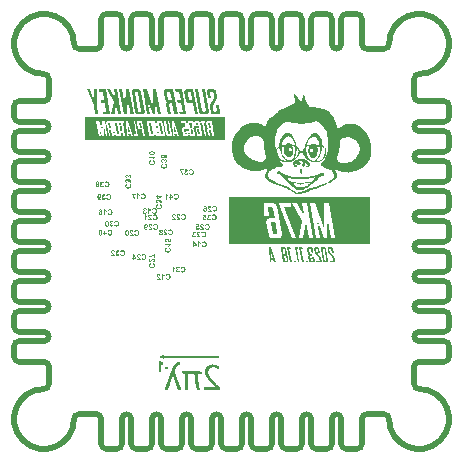
<source format=gbo>
G04*
G04 #@! TF.GenerationSoftware,Altium Limited,Altium Designer,23.0.1 (38)*
G04*
G04 Layer_Color=13813960*
%FSLAX25Y25*%
%MOIN*%
G70*
G04*
G04 #@! TF.SameCoordinates,619C4872-5915-4C8C-A9D0-E676BC56EADD*
G04*
G04*
G04 #@! TF.FilePolarity,Positive*
G04*
G01*
G75*
%ADD10C,0.02000*%
G36*
X50046Y31464D02*
X50038Y31440D01*
X50013Y31383D01*
X49981Y31294D01*
X49940Y31205D01*
X49908Y31116D01*
X49876Y31035D01*
X49859Y31010D01*
X49851Y30986D01*
X49843Y30970D01*
Y30962D01*
Y30946D01*
X68408D01*
X68425Y30937D01*
X68433Y30921D01*
X68441Y30913D01*
Y30452D01*
X68425Y30435D01*
X68417Y30427D01*
X49843D01*
Y30411D01*
X49851Y30387D01*
X49876Y30322D01*
X49908Y30241D01*
X49948Y30144D01*
X49989Y30055D01*
X50021Y29982D01*
X50038Y29949D01*
X50046Y29925D01*
X50054Y29917D01*
Y29909D01*
Y29901D01*
X48199Y30678D01*
Y30686D01*
X48223Y30694D01*
X48248Y30711D01*
X48337Y30751D01*
X48442Y30800D01*
X48572Y30856D01*
X48709Y30913D01*
X48871Y30978D01*
X49195Y31116D01*
X49357Y31189D01*
X49511Y31253D01*
X49657Y31310D01*
X49786Y31367D01*
X49892Y31407D01*
X49973Y31440D01*
X50005Y31456D01*
X50029Y31464D01*
X50038Y31472D01*
X50046D01*
Y31464D01*
D02*
G37*
G36*
X48960Y29237D02*
X48993Y29228D01*
X49033Y29204D01*
X49090Y29172D01*
X49220Y29099D01*
X49365Y29018D01*
X49511Y28929D01*
X49576Y28888D01*
X49633Y28856D01*
X49681Y28823D01*
X49722Y28799D01*
X49746Y28791D01*
X49754Y28783D01*
Y28767D01*
X49746Y28734D01*
Y28694D01*
X49738Y28645D01*
X49722Y28524D01*
X49697Y28394D01*
X49673Y28264D01*
X49665Y28208D01*
X49657Y28159D01*
X49649Y28119D01*
Y28086D01*
X49641Y28062D01*
Y28054D01*
X49633D01*
X49543Y28102D01*
X49463Y28151D01*
X49398Y28183D01*
X49341Y28216D01*
X49284Y28248D01*
X49244Y28264D01*
X49179Y28305D01*
X49139Y28321D01*
X49114Y28329D01*
X49106Y28337D01*
X49090D01*
Y25640D01*
X49074Y25624D01*
X49066Y25616D01*
X49057Y25608D01*
X48401D01*
X48385Y25624D01*
X48369Y25632D01*
Y25640D01*
Y29212D01*
X48377Y29228D01*
X48393Y29245D01*
X48944D01*
X48960Y29237D01*
D02*
G37*
G36*
X55027Y28921D02*
X55100Y28912D01*
X55157Y28904D01*
X55213Y28896D01*
X55254Y28888D01*
X55286Y28880D01*
X55295D01*
X55303Y28872D01*
X55311Y28848D01*
X55319Y28807D01*
X55327Y28751D01*
X55335Y28686D01*
X55343Y28613D01*
X55359Y28467D01*
X55384Y28313D01*
X55392Y28240D01*
Y28175D01*
X55400Y28127D01*
X55408Y28078D01*
Y28054D01*
Y28046D01*
X55400Y28021D01*
X55375D01*
X55327Y28030D01*
X55173D01*
X55100Y28021D01*
X55035Y28013D01*
X54979Y28005D01*
X54938Y27997D01*
X54906Y27989D01*
X54890Y27981D01*
X54881D01*
X54800Y27949D01*
X54728Y27900D01*
X54574Y27787D01*
X54444Y27665D01*
X54331Y27536D01*
X54233Y27414D01*
X54160Y27309D01*
X54128Y27268D01*
X54112Y27236D01*
X54096Y27220D01*
Y27211D01*
X53990Y27009D01*
X53909Y26823D01*
X53828Y26653D01*
X53764Y26507D01*
X53707Y26377D01*
X53658Y26264D01*
X53626Y26158D01*
X53593Y26077D01*
X53569Y26005D01*
X53553Y25948D01*
X53537Y25899D01*
X53529Y25859D01*
X53521Y25835D01*
Y25818D01*
Y25802D01*
Y25689D01*
X53529Y25648D01*
X53553Y25583D01*
X53593Y25486D01*
X53634Y25373D01*
X53691Y25227D01*
X53755Y25057D01*
X53828Y24879D01*
X53901Y24676D01*
X53990Y24457D01*
X54080Y24223D01*
X54169Y23980D01*
X54266Y23729D01*
X54476Y23210D01*
X54679Y22667D01*
X54890Y22133D01*
X54995Y21874D01*
X55092Y21614D01*
X55189Y21371D01*
X55278Y21136D01*
X55367Y20918D01*
X55448Y20707D01*
X55521Y20521D01*
X55594Y20343D01*
X55651Y20197D01*
X55699Y20067D01*
X55740Y19962D01*
X55772Y19889D01*
X55789Y19840D01*
X55797Y19832D01*
Y19824D01*
X55789Y19808D01*
X55781Y19800D01*
X54695D01*
X54646Y19808D01*
X54557Y20051D01*
X54484Y20270D01*
X54420Y20456D01*
X54363Y20618D01*
X54314Y20748D01*
X54274Y20869D01*
X54233Y20958D01*
X54209Y21039D01*
X54185Y21096D01*
X54169Y21145D01*
X54152Y21177D01*
X54144Y21201D01*
Y21217D01*
X54136Y21226D01*
X54031Y21517D01*
X53934Y21793D01*
X53845Y22044D01*
X53764Y22287D01*
X53683Y22513D01*
X53610Y22724D01*
X53545Y22919D01*
X53480Y23105D01*
X53423Y23275D01*
X53367Y23429D01*
X53326Y23575D01*
X53278Y23704D01*
X53237Y23826D01*
X53205Y23939D01*
X53172Y24036D01*
X53140Y24125D01*
X53116Y24206D01*
X53099Y24279D01*
X53075Y24344D01*
X53059Y24401D01*
X53035Y24490D01*
X53018Y24555D01*
X53010Y24595D01*
X53002Y24620D01*
Y24636D01*
X52946D01*
X52937Y24628D01*
X52921Y24611D01*
X52913Y24579D01*
X52905Y24547D01*
X52897Y24514D01*
X52889Y24482D01*
X52881Y24466D01*
Y24457D01*
X52840Y24336D01*
X52800Y24198D01*
X52759Y24053D01*
X52711Y23899D01*
X52605Y23575D01*
X52484Y23234D01*
X52362Y22870D01*
X52241Y22505D01*
X52111Y22141D01*
X51990Y21776D01*
X51868Y21436D01*
X51755Y21112D01*
X51698Y20966D01*
X51649Y20821D01*
X51601Y20691D01*
X51560Y20570D01*
X51520Y20456D01*
X51479Y20359D01*
X51447Y20270D01*
X51423Y20197D01*
X51398Y20140D01*
X51390Y20092D01*
X51374Y20067D01*
Y20059D01*
X51350Y19970D01*
X51326Y19913D01*
X51301Y19865D01*
X51277Y19832D01*
X51261Y19816D01*
X51244Y19808D01*
X51228Y19800D01*
X50143D01*
X50119Y19808D01*
X50183Y19994D01*
X50248Y20165D01*
X50313Y20326D01*
X50362Y20472D01*
X50418Y20610D01*
X50467Y20740D01*
X50507Y20861D01*
X50556Y20975D01*
X50588Y21080D01*
X50629Y21169D01*
X50686Y21331D01*
X50742Y21469D01*
X50783Y21582D01*
X50815Y21663D01*
X50840Y21728D01*
X50856Y21776D01*
X50872Y21809D01*
X50880Y21825D01*
X50888Y21833D01*
Y21841D01*
X51034Y22238D01*
X51172Y22611D01*
X51309Y22967D01*
X51431Y23307D01*
X51552Y23623D01*
X51666Y23931D01*
X51771Y24215D01*
X51868Y24482D01*
X51965Y24733D01*
X52055Y24968D01*
X52135Y25186D01*
X52217Y25389D01*
X52289Y25583D01*
X52354Y25754D01*
X52419Y25916D01*
X52476Y26069D01*
X52532Y26207D01*
X52581Y26329D01*
X52622Y26442D01*
X52662Y26539D01*
X52702Y26636D01*
X52735Y26709D01*
X52759Y26782D01*
X52784Y26847D01*
X52808Y26896D01*
X52824Y26936D01*
X52856Y27001D01*
X52864Y27041D01*
X52873Y27049D01*
X52946Y27220D01*
X53018Y27382D01*
X53099Y27527D01*
X53180Y27673D01*
X53261Y27803D01*
X53342Y27924D01*
X53423Y28030D01*
X53513Y28135D01*
X53593Y28232D01*
X53683Y28321D01*
X53845Y28467D01*
X54007Y28597D01*
X54169Y28694D01*
X54314Y28775D01*
X54452Y28831D01*
X54574Y28872D01*
X54679Y28896D01*
X54760Y28921D01*
X54825Y28929D01*
X54881D01*
X55027Y28921D01*
D02*
G37*
G36*
X51317Y27373D02*
X51326Y27357D01*
X51334Y27349D01*
Y26766D01*
X51317Y26750D01*
X51309Y26742D01*
X51301Y26734D01*
X50240D01*
X50224Y26750D01*
X50208Y26758D01*
Y26766D01*
Y27349D01*
X50216Y27365D01*
X50232Y27382D01*
X51301D01*
X51317Y27373D01*
D02*
G37*
G36*
X66473Y28151D02*
X66772Y28111D01*
X67040Y28054D01*
X67161Y28021D01*
X67282Y27989D01*
X67388Y27949D01*
X67485Y27916D01*
X67566Y27884D01*
X67639Y27860D01*
X67696Y27835D01*
X67744Y27819D01*
X67769Y27811D01*
X67777Y27803D01*
X67947Y27714D01*
X68093Y27625D01*
X68214Y27544D01*
X68311Y27479D01*
X68392Y27414D01*
X68449Y27373D01*
X68481Y27341D01*
X68489Y27333D01*
X68481Y27309D01*
X68465Y27276D01*
X68449Y27228D01*
X68425Y27171D01*
X68368Y27049D01*
X68311Y26912D01*
X68255Y26782D01*
X68230Y26726D01*
X68206Y26669D01*
X68182Y26628D01*
X68173Y26596D01*
X68157Y26572D01*
Y26564D01*
X68149D01*
X67987Y26685D01*
X67825Y26790D01*
X67671Y26879D01*
X67517Y26960D01*
X67372Y27025D01*
X67234Y27082D01*
X67104Y27122D01*
X66983Y27163D01*
X66878Y27187D01*
X66780Y27211D01*
X66691Y27220D01*
X66618Y27236D01*
X66562D01*
X66513Y27244D01*
X66294D01*
X66173Y27236D01*
X66067Y27228D01*
X66019Y27220D01*
X65987D01*
X65970Y27211D01*
X65962D01*
X65752Y27155D01*
X65565Y27074D01*
X65411Y26969D01*
X65274Y26863D01*
X65160Y26734D01*
X65063Y26604D01*
X64982Y26474D01*
X64917Y26337D01*
X64869Y26207D01*
X64836Y26077D01*
X64804Y25964D01*
X64788Y25867D01*
X64780Y25778D01*
X64771Y25713D01*
Y25673D01*
Y25656D01*
X64780Y25454D01*
X64820Y25243D01*
X64869Y25041D01*
X64942Y24838D01*
X65023Y24644D01*
X65112Y24449D01*
X65209Y24263D01*
X65314Y24093D01*
X65411Y23939D01*
X65517Y23793D01*
X65606Y23664D01*
X65687Y23558D01*
X65760Y23469D01*
X65808Y23404D01*
X65841Y23364D01*
X65857Y23348D01*
X65873Y23324D01*
X65897Y23291D01*
X65930Y23243D01*
X65978Y23194D01*
X66035Y23129D01*
X66100Y23056D01*
X66254Y22894D01*
X66432Y22716D01*
X66626Y22513D01*
X66837Y22303D01*
X67048Y22084D01*
X67266Y21874D01*
X67469Y21671D01*
X67663Y21485D01*
X67833Y21315D01*
X67914Y21242D01*
X67979Y21169D01*
X68044Y21112D01*
X68093Y21064D01*
X68133Y21023D01*
X68165Y20991D01*
X68182Y20975D01*
X68190Y20966D01*
X68279Y20885D01*
X68360Y20812D01*
X68425Y20748D01*
X68481Y20691D01*
X68530Y20634D01*
X68578Y20594D01*
X68635Y20529D01*
X68676Y20480D01*
X68692Y20448D01*
X68700Y20440D01*
Y20432D01*
Y19832D01*
X68684Y19816D01*
X68676Y19808D01*
X68668Y19800D01*
X63484D01*
X63467Y19816D01*
X63451Y19824D01*
Y19832D01*
Y20691D01*
X63459Y20707D01*
X63476Y20723D01*
X67145D01*
Y20748D01*
X66853Y21015D01*
X66562Y21290D01*
X66286Y21558D01*
X66157Y21687D01*
X66035Y21809D01*
X65922Y21922D01*
X65816Y22027D01*
X65727Y22117D01*
X65646Y22198D01*
X65590Y22262D01*
X65541Y22311D01*
X65509Y22343D01*
X65500Y22352D01*
X65330Y22522D01*
X65176Y22692D01*
X65031Y22862D01*
X64893Y23032D01*
X64763Y23194D01*
X64642Y23356D01*
X64537Y23510D01*
X64431Y23664D01*
X64342Y23818D01*
X64253Y23963D01*
X64107Y24239D01*
X63986Y24506D01*
X63880Y24749D01*
X63808Y24968D01*
X63751Y25170D01*
X63710Y25340D01*
X63686Y25486D01*
X63662Y25608D01*
Y25648D01*
X63654Y25689D01*
Y25721D01*
Y25745D01*
Y25754D01*
Y25762D01*
X63662Y25940D01*
X63678Y26110D01*
X63710Y26272D01*
X63735Y26418D01*
X63767Y26539D01*
X63783Y26596D01*
X63800Y26636D01*
X63808Y26669D01*
X63816Y26693D01*
X63824Y26709D01*
Y26717D01*
X63889Y26847D01*
X63953Y26977D01*
X64107Y27195D01*
X64269Y27390D01*
X64456Y27560D01*
X64642Y27698D01*
X64844Y27811D01*
X65039Y27908D01*
X65233Y27989D01*
X65420Y28046D01*
X65598Y28094D01*
X65752Y28127D01*
X65889Y28143D01*
X66011Y28159D01*
X66100Y28167D01*
X66327D01*
X66473Y28151D01*
D02*
G37*
G36*
X61272Y25916D02*
X61475Y25899D01*
X61653Y25883D01*
X61807Y25859D01*
X61953Y25826D01*
X62082Y25794D01*
X62196Y25770D01*
X62293Y25737D01*
X62374Y25705D01*
X62447Y25681D01*
X62495Y25648D01*
X62544Y25632D01*
X62568Y25616D01*
X62585Y25600D01*
X62593D01*
Y25567D01*
X62585Y25535D01*
X62568Y25438D01*
X62552Y25332D01*
X62520Y25227D01*
X62495Y25122D01*
X62479Y25033D01*
X62471Y25000D01*
X62463Y24976D01*
X62455Y24960D01*
Y24952D01*
X62261Y24984D01*
X62066Y25008D01*
X61864Y25025D01*
X61669Y25041D01*
X61507D01*
X61434Y25049D01*
X61216D01*
Y24887D01*
X61224Y24709D01*
X61232Y24522D01*
X61248Y24328D01*
X61288Y23923D01*
X61305Y23720D01*
X61321Y23534D01*
X61345Y23348D01*
X61361Y23178D01*
X61386Y23016D01*
X61402Y22886D01*
X61410Y22773D01*
X61426Y22692D01*
Y22659D01*
X61434Y22635D01*
Y22627D01*
Y22619D01*
X61491Y22262D01*
X61548Y21938D01*
X61596Y21639D01*
X61653Y21355D01*
X61710Y21104D01*
X61758Y20877D01*
X61807Y20675D01*
X61856Y20489D01*
X61896Y20335D01*
X61936Y20197D01*
X61969Y20084D01*
X62001Y19986D01*
X62026Y19913D01*
X62042Y19865D01*
X62050Y19832D01*
X62058Y19824D01*
Y19808D01*
X62050Y19800D01*
X61021D01*
X60981Y19881D01*
X60940Y19978D01*
X60900Y20092D01*
X60859Y20221D01*
X60819Y20351D01*
X60786Y20497D01*
X60713Y20772D01*
X60673Y20910D01*
X60649Y21039D01*
X60616Y21153D01*
X60600Y21258D01*
X60576Y21339D01*
X60559Y21404D01*
X60551Y21444D01*
Y21461D01*
X60511Y21687D01*
X60479Y21914D01*
X60414Y22327D01*
X60365Y22716D01*
X60316Y23072D01*
X60276Y23396D01*
X60244Y23688D01*
X60219Y23955D01*
X60195Y24190D01*
X60179Y24393D01*
X60171Y24571D01*
X60154Y24717D01*
Y24838D01*
X60146Y24927D01*
Y25000D01*
Y25033D01*
Y25049D01*
X58130D01*
Y21533D01*
Y21363D01*
X58121Y21201D01*
Y21056D01*
X58113Y20918D01*
X58105Y20796D01*
X58097Y20683D01*
X58089Y20578D01*
X58081Y20489D01*
X58073Y20407D01*
X58065Y20335D01*
X58057Y20278D01*
X58048Y20229D01*
X58040Y20197D01*
X58032Y20173D01*
Y20156D01*
Y20148D01*
X58024Y20084D01*
X58016Y20035D01*
X57992Y19946D01*
X57968Y19889D01*
X57943Y19840D01*
X57919Y19816D01*
X57903Y19808D01*
X57895Y19800D01*
X56898D01*
X56874Y19808D01*
X56898Y19938D01*
X56931Y20075D01*
X56971Y20367D01*
X56995Y20659D01*
X57012Y20942D01*
X57020Y21072D01*
X57028Y21193D01*
Y21298D01*
X57036Y21396D01*
Y21469D01*
Y21525D01*
Y21558D01*
Y21574D01*
Y25049D01*
X56218D01*
X56194Y25057D01*
X56072Y25907D01*
X56104Y25932D01*
X61062D01*
X61272Y25916D01*
D02*
G37*
G36*
X94022Y117948D02*
X94282Y117527D01*
X94541Y117170D01*
X94735Y116879D01*
X94930Y116620D01*
X95124Y116393D01*
X95286Y116198D01*
X95416Y116069D01*
X95642Y115842D01*
X95804Y115745D01*
X95902Y115680D01*
X95934D01*
X95966Y116231D01*
X96031Y116684D01*
X96096Y117041D01*
X96193Y117365D01*
X96323Y117559D01*
X96388Y117721D01*
X96452Y117818D01*
X96485Y117851D01*
X96841Y117689D01*
X97068Y116814D01*
X97360Y116069D01*
X97651Y115453D01*
X97943Y114935D01*
X98234Y114546D01*
X98461Y114254D01*
X98591Y114092D01*
X98656Y114028D01*
X99530Y113963D01*
X100340Y113866D01*
X101021Y113768D01*
X101636Y113671D01*
X102187Y113574D01*
X102673Y113477D01*
X103062Y113380D01*
X103418Y113282D01*
X103710Y113185D01*
X103937Y113088D01*
X104099Y112991D01*
X104261Y112926D01*
X104358Y112894D01*
X104423Y112829D01*
X104455Y112796D01*
X104844Y112505D01*
X105233Y112148D01*
X105589Y111727D01*
X105913Y111241D01*
X106496Y110237D01*
X106982Y109200D01*
X107177Y108682D01*
X107371Y108228D01*
X107533Y107774D01*
X107663Y107418D01*
X107760Y107094D01*
X107825Y106835D01*
X107890Y106705D01*
Y106640D01*
X108246Y106964D01*
X108602Y107224D01*
X108959Y107483D01*
X109315Y107677D01*
X109996Y108001D01*
X110644Y108196D01*
X111227Y108325D01*
X111454Y108358D01*
X111680Y108390D01*
X111842Y108422D01*
X112426D01*
X112814Y108358D01*
X113203Y108325D01*
X113560Y108260D01*
X113884Y108196D01*
X114175Y108131D01*
X114337Y108098D01*
X114370Y108066D01*
X114402D01*
X115212Y107612D01*
X115957Y107062D01*
X116573Y106478D01*
X117124Y105830D01*
X117577Y105150D01*
X117966Y104437D01*
X118258Y103757D01*
X118517Y103076D01*
X118711Y102396D01*
X118841Y101780D01*
X118970Y101230D01*
X119035Y100711D01*
X119068Y100322D01*
X119100Y99998D01*
Y99804D01*
Y99772D01*
Y99739D01*
Y99383D01*
X119068Y98800D01*
X119003Y98249D01*
X118906Y97730D01*
X118776Y97244D01*
X118614Y96791D01*
X118387Y96337D01*
X117901Y95560D01*
X117350Y94879D01*
X116702Y94296D01*
X116022Y93778D01*
X115309Y93356D01*
X114596Y93032D01*
X113916Y92741D01*
X113268Y92514D01*
X112717Y92352D01*
X112231Y92255D01*
X112004Y92222D01*
X111842Y92190D01*
X111713Y92158D01*
X111616Y92125D01*
X111518D01*
X110935Y92190D01*
X110384Y92287D01*
X109898Y92352D01*
X109477Y92449D01*
X109056Y92546D01*
X108700Y92644D01*
X108408Y92708D01*
X108116Y92806D01*
X107890Y92903D01*
X107663Y92968D01*
X107501Y93032D01*
X107371Y93097D01*
X107209Y93194D01*
X107144Y93227D01*
X106982D01*
Y92838D01*
X107209Y92482D01*
X107404Y92158D01*
X107533Y91866D01*
X107598Y91639D01*
X107663Y91445D01*
X107695Y91315D01*
Y91250D01*
Y91218D01*
X107663Y90959D01*
X107566Y90700D01*
X107371Y90408D01*
X107144Y90149D01*
X106853Y89890D01*
X106529Y89598D01*
X106140Y89339D01*
X105719Y89047D01*
X105265Y88788D01*
X104747Y88529D01*
X103678Y88010D01*
X102544Y87492D01*
X101345Y87006D01*
X100178Y86585D01*
X99044Y86164D01*
X97975Y85807D01*
X97457Y85645D01*
X97003Y85483D01*
X96582Y85354D01*
X96193Y85256D01*
X95869Y85159D01*
X95578Y85062D01*
X95351Y84997D01*
X95156Y84932D01*
X95059Y84900D01*
X94638D01*
X94444Y84932D01*
X94217Y84997D01*
X93958Y85094D01*
X93666Y85224D01*
X93083Y85516D01*
X92500Y85904D01*
X91916Y86261D01*
X91690Y86423D01*
X91463Y86585D01*
X91301Y86682D01*
X91171Y86779D01*
X91074Y86844D01*
X91042Y86876D01*
X90361Y87071D01*
X89713Y87298D01*
X89130Y87492D01*
X88579Y87686D01*
X88061Y87881D01*
X87575Y88075D01*
X87154Y88270D01*
X86732Y88432D01*
X86344Y88626D01*
X86020Y88820D01*
X85404Y89144D01*
X84918Y89468D01*
X84529Y89792D01*
X84205Y90052D01*
X83978Y90311D01*
X83816Y90538D01*
X83719Y90700D01*
X83622Y90862D01*
X83590Y90959D01*
Y91024D01*
Y91056D01*
Y91121D01*
X83622Y91250D01*
X83719Y91542D01*
X83881Y91931D01*
X84043Y92352D01*
X84238Y92741D01*
X84367Y93097D01*
X84432Y93227D01*
X84497Y93324D01*
X84529Y93389D01*
Y93421D01*
Y93583D01*
X83816Y93292D01*
X83136Y93065D01*
X82456Y92903D01*
X81840Y92806D01*
X81322Y92741D01*
X81095Y92708D01*
X80900Y92676D01*
X79993D01*
X79410Y92708D01*
X78827Y92806D01*
X78308Y92903D01*
X77855Y93065D01*
X77466Y93194D01*
X77174Y93292D01*
X76980Y93389D01*
X76915Y93421D01*
X76170Y93778D01*
X75522Y94199D01*
X74971Y94652D01*
X74485Y95138D01*
X74096Y95657D01*
X73740Y96208D01*
X73481Y96758D01*
X73254Y97309D01*
X73092Y97795D01*
X72962Y98281D01*
X72865Y98735D01*
X72800Y99124D01*
X72768Y99448D01*
X72736Y99707D01*
Y99836D01*
Y99901D01*
Y100646D01*
X72768Y101262D01*
X72800Y101845D01*
X72995Y102914D01*
X73319Y103886D01*
X73708Y104761D01*
X74161Y105506D01*
X74680Y106154D01*
X75263Y106738D01*
X75814Y107224D01*
X76397Y107645D01*
X76980Y107969D01*
X77498Y108260D01*
X77952Y108455D01*
X78341Y108617D01*
X78665Y108714D01*
X78859Y108746D01*
X78892Y108779D01*
X79993D01*
X80738Y108714D01*
X81419Y108584D01*
X82034Y108390D01*
X82520Y108163D01*
X82909Y107904D01*
X83201Y107710D01*
X83363Y107580D01*
X83428Y107515D01*
X83784D01*
X83849Y107872D01*
X83978Y108293D01*
X84205Y108746D01*
X84432Y109168D01*
X84659Y109589D01*
X84886Y109913D01*
X84950Y110042D01*
X85015Y110140D01*
X85080Y110204D01*
Y110237D01*
X85825Y110658D01*
X86506Y111112D01*
X87121Y111598D01*
X87607Y112051D01*
X87996Y112472D01*
X88288Y112829D01*
X88385Y112958D01*
X88450Y113056D01*
X88514Y113120D01*
Y113153D01*
X89422Y113444D01*
X90232Y113736D01*
X90944Y114028D01*
X91560Y114287D01*
X92046Y114514D01*
X92467Y114740D01*
X92824Y114935D01*
X93115Y115129D01*
X93310Y115291D01*
X93472Y115453D01*
X93601Y115583D01*
X93666Y115680D01*
X93763Y115842D01*
Y115874D01*
X93407Y118045D01*
Y118142D01*
X93472Y118240D01*
X93569Y118337D01*
X93698Y118402D01*
X93763D01*
X94022Y117948D01*
D02*
G37*
G36*
X118600Y68232D02*
X71600D01*
Y83968D01*
X118600D01*
Y68232D01*
D02*
G37*
G36*
X35810Y111506D02*
X34804D01*
X34111Y115349D01*
X33498Y111506D01*
X32429D01*
X33203Y115673D01*
X30880Y119875D01*
X31972D01*
X33937Y116286D01*
X33284Y119875D01*
X34290D01*
X35810Y111506D01*
D02*
G37*
G36*
X27521Y114737D02*
X28111Y111506D01*
X27105D01*
X26516Y114754D01*
X24204Y119875D01*
X25267D01*
X26770Y116153D01*
X26759Y119875D01*
X27764D01*
X27521Y114737D01*
D02*
G37*
G36*
X48913Y111506D02*
X47902D01*
X46994Y116789D01*
X47058Y111506D01*
X46202D01*
X44440Y116725D01*
X45370Y111506D01*
X44359D01*
X42844Y119875D01*
X44232D01*
X46249Y113841D01*
X46185Y119875D01*
X47387D01*
X48913Y111506D01*
D02*
G37*
G36*
X39902Y111506D02*
X38885D01*
X38810Y111945D01*
X38735Y112367D01*
X38665Y112766D01*
X38602Y113147D01*
X38544Y113511D01*
X38486Y113858D01*
X38434Y114188D01*
X38382Y114500D01*
X38336Y114795D01*
X38296Y115078D01*
X38261Y115338D01*
X38220Y115586D01*
X38191Y115818D01*
X38162Y116032D01*
X38134Y116234D01*
X38111Y116419D01*
X38087Y116592D01*
X38070Y116754D01*
X38053Y116899D01*
X38035Y117031D01*
X38024Y117153D01*
X38012Y117263D01*
X38001Y117355D01*
X37995Y117442D01*
X37989Y117517D01*
X37983Y117575D01*
X37978Y117627D01*
Y117673D01*
X37972Y117702D01*
Y117575D01*
X37966Y117390D01*
X37960Y117188D01*
X37954Y116979D01*
X37943Y116754D01*
X37931Y116523D01*
X37920Y116286D01*
X37902Y116037D01*
X37868Y115529D01*
X37833Y115008D01*
X37793Y114488D01*
X37746Y113974D01*
X37729Y113725D01*
X37706Y113482D01*
X37689Y113251D01*
X37665Y113026D01*
X37648Y112806D01*
X37631Y112604D01*
X37613Y112413D01*
X37596Y112240D01*
X37579Y112078D01*
X37567Y111934D01*
X37556Y111806D01*
X37544Y111702D01*
X37538Y111621D01*
X37532Y111587D01*
Y111558D01*
X37527Y111535D01*
Y111517D01*
Y111512D01*
Y111506D01*
X36515D01*
X34995Y119875D01*
X36007D01*
X36082Y119442D01*
X36157Y119020D01*
X36226Y118621D01*
X36290Y118239D01*
X36348Y117870D01*
X36405Y117523D01*
X36457Y117193D01*
X36509Y116875D01*
X36550Y116575D01*
X36596Y116292D01*
X36631Y116020D01*
X36665Y115766D01*
X36700Y115529D01*
X36729Y115303D01*
X36752Y115095D01*
X36781Y114899D01*
X36798Y114719D01*
X36822Y114552D01*
X36839Y114396D01*
X36851Y114257D01*
X36862Y114124D01*
X36874Y114008D01*
X36885Y113905D01*
X36891Y113812D01*
X36897Y113737D01*
X36902Y113668D01*
X36908Y113610D01*
Y113563D01*
X36914Y113529D01*
Y113668D01*
X36920Y113864D01*
X36926Y114072D01*
X36931Y114292D01*
X36943Y114523D01*
X36955Y114766D01*
X36972Y115014D01*
X36983Y115269D01*
X37018Y115789D01*
X37058Y116321D01*
X37099Y116858D01*
X37139Y117378D01*
X37163Y117633D01*
X37186Y117875D01*
X37203Y118112D01*
X37226Y118343D01*
X37244Y118563D01*
X37267Y118765D01*
X37284Y118962D01*
X37301Y119141D01*
X37313Y119303D01*
X37330Y119448D01*
X37342Y119569D01*
X37353Y119679D01*
X37359Y119760D01*
X37365Y119794D01*
Y119823D01*
Y119846D01*
X37371Y119864D01*
Y119869D01*
Y119875D01*
X38382D01*
X39902Y111506D01*
D02*
G37*
G36*
X64860Y112402D02*
Y112257D01*
X64849Y112147D01*
X64826Y112043D01*
X64791Y111951D01*
X64750Y111876D01*
X64716Y111812D01*
X64681Y111766D01*
X64658Y111737D01*
X64647Y111725D01*
X64566Y111650D01*
X64473Y111598D01*
X64392Y111558D01*
X64311Y111535D01*
X64236Y111517D01*
X64184Y111512D01*
X64161Y111506D01*
X62727D01*
X62606Y111517D01*
X62490Y111540D01*
X62392Y111575D01*
X62300Y111616D01*
X62230Y111650D01*
X62173Y111685D01*
X62138Y111708D01*
X62126Y111720D01*
X62040Y111806D01*
X61965Y111893D01*
X61913Y111986D01*
X61872Y112066D01*
X61843Y112142D01*
X61820Y112205D01*
X61814Y112228D01*
X61809Y112246D01*
Y112251D01*
Y112257D01*
X60410Y119875D01*
X61404D01*
X62699Y112731D01*
X62710Y112679D01*
X62727Y112639D01*
X62751Y112598D01*
X62774Y112564D01*
X62832Y112512D01*
X62895Y112477D01*
X62953Y112460D01*
X63005Y112448D01*
X63040Y112442D01*
X63589D01*
X63623Y112448D01*
X63658Y112454D01*
X63710Y112483D01*
X63733Y112494D01*
X63751Y112506D01*
X63756Y112512D01*
X63762Y112517D01*
X63785Y112546D01*
X63797Y112575D01*
X63820Y112633D01*
Y112656D01*
X63826Y112673D01*
Y112685D01*
Y112691D01*
Y112720D01*
X62543Y119875D01*
X63514D01*
X64860Y112402D01*
D02*
G37*
G36*
X66600Y119864D02*
X66710Y119841D01*
X66814Y119806D01*
X66901Y119765D01*
X66970Y119725D01*
X67022Y119690D01*
X67057Y119667D01*
X67062Y119656D01*
X67068D01*
X67161Y119569D01*
X67236Y119482D01*
X67294Y119390D01*
X67334Y119303D01*
X67363Y119228D01*
X67386Y119170D01*
X67392Y119147D01*
Y119130D01*
X67398Y119118D01*
Y119112D01*
X67646Y117667D01*
X67658Y117592D01*
X67664Y117528D01*
Y117500D01*
Y117482D01*
Y117471D01*
Y117465D01*
Y117430D01*
Y117419D01*
Y117413D01*
X67652Y117257D01*
X67629Y117101D01*
X67594Y116956D01*
X67554Y116823D01*
X67531Y116766D01*
X67513Y116714D01*
X67496Y116667D01*
X67479Y116627D01*
X67461Y116598D01*
X67456Y116569D01*
X67444Y116558D01*
Y116552D01*
X67427Y116517D01*
X67404Y116471D01*
X67369Y116413D01*
X67334Y116344D01*
X67294Y116263D01*
X67247Y116182D01*
X67155Y116008D01*
X67109Y115922D01*
X67068Y115841D01*
X67028Y115766D01*
X66987Y115702D01*
X66958Y115644D01*
X66935Y115598D01*
X66924Y115575D01*
X66918Y115563D01*
X66843Y115425D01*
X66779Y115303D01*
X66721Y115193D01*
X66669Y115095D01*
X66623Y115008D01*
X66583Y114933D01*
X66548Y114870D01*
X66513Y114812D01*
X66490Y114766D01*
X66467Y114731D01*
X66456Y114696D01*
X66438Y114673D01*
X66432Y114656D01*
X66427Y114644D01*
X66421Y114638D01*
X66352Y114506D01*
X66300Y114384D01*
X66259Y114280D01*
X66236Y114193D01*
X66219Y114124D01*
X66213Y114072D01*
X66207Y114043D01*
Y114032D01*
Y113991D01*
X66213Y113956D01*
X66219Y113933D01*
X66224Y113922D01*
X66432Y112743D01*
X66444Y112697D01*
X66461Y112662D01*
X66508Y112592D01*
X66531Y112569D01*
X66548Y112552D01*
X66560Y112540D01*
X66565Y112535D01*
X66606Y112506D01*
X66646Y112488D01*
X66727Y112465D01*
X66756Y112460D01*
X66779Y112454D01*
X67340D01*
X67375Y112460D01*
X67409Y112465D01*
X67461Y112494D01*
X67496Y112517D01*
X67502Y112523D01*
X67508Y112529D01*
X67531Y112558D01*
X67548Y112587D01*
X67565Y112644D01*
X67571Y112668D01*
X67577Y112685D01*
Y112697D01*
Y112702D01*
Y112731D01*
X67265Y114523D01*
X68236D01*
X68600Y112402D01*
Y112269D01*
X68588Y112153D01*
X68565Y112049D01*
X68536Y111957D01*
X68496Y111876D01*
X68461Y111812D01*
X68427Y111766D01*
X68404Y111737D01*
X68398Y111725D01*
X68317Y111650D01*
X68230Y111598D01*
X68143Y111558D01*
X68057Y111535D01*
X67987Y111517D01*
X67930Y111512D01*
X67906Y111506D01*
X66479D01*
X66357Y111517D01*
X66242Y111540D01*
X66138Y111575D01*
X66051Y111616D01*
X65976Y111650D01*
X65924Y111685D01*
X65889Y111708D01*
X65878Y111720D01*
X65785Y111806D01*
X65716Y111899D01*
X65658Y111991D01*
X65618Y112078D01*
X65589Y112153D01*
X65566Y112217D01*
X65560Y112240D01*
X65554Y112257D01*
Y112263D01*
Y112269D01*
X65259Y113881D01*
X65242Y114003D01*
X65236Y114060D01*
X65230Y114107D01*
X65224Y114147D01*
X65219Y114182D01*
Y114199D01*
Y114205D01*
X65224Y114326D01*
X65242Y114442D01*
X65271Y114546D01*
X65294Y114633D01*
X65323Y114714D01*
X65352Y114766D01*
X65357Y114789D01*
X65369Y114806D01*
X65375Y114812D01*
Y114818D01*
X65381Y114841D01*
X65392Y114875D01*
X65409Y114910D01*
X65433Y114956D01*
X65461Y115008D01*
X65490Y115066D01*
X65560Y115193D01*
X65635Y115338D01*
X65727Y115494D01*
X65820Y115656D01*
X65912Y115818D01*
X66011Y115980D01*
X66103Y116136D01*
X66190Y116274D01*
X66265Y116401D01*
X66300Y116459D01*
X66329Y116511D01*
X66357Y116552D01*
X66381Y116592D01*
X66398Y116621D01*
X66409Y116644D01*
X66415Y116656D01*
X66421Y116662D01*
X66467Y116743D01*
X66508Y116823D01*
X66577Y116979D01*
X66623Y117124D01*
X66652Y117251D01*
X66664Y117303D01*
X66675Y117355D01*
X66681Y117396D01*
Y117436D01*
X66687Y117465D01*
Y117488D01*
Y117500D01*
Y117505D01*
X66681Y117586D01*
X66675Y117656D01*
Y117685D01*
X66669Y117708D01*
Y117719D01*
Y117725D01*
X66502Y118650D01*
X66490Y118690D01*
X66473Y118731D01*
X66432Y118789D01*
X66415Y118812D01*
X66398Y118829D01*
X66386Y118835D01*
X66381Y118841D01*
X66340Y118869D01*
X66305Y118893D01*
X66265Y118904D01*
X66230Y118916D01*
X66195Y118921D01*
X66172Y118927D01*
X65577D01*
X65542Y118916D01*
X65490Y118893D01*
X65467Y118881D01*
X65450Y118869D01*
X65444Y118864D01*
X65438Y118858D01*
X65409Y118829D01*
X65392Y118800D01*
X65369Y118748D01*
X65363Y118725D01*
X65357Y118713D01*
Y118702D01*
Y118696D01*
X65363Y118661D01*
X65369Y118656D01*
Y118650D01*
X65681Y116922D01*
X64698D01*
X64334Y118979D01*
X64323Y119020D01*
X64317Y119060D01*
Y119089D01*
Y119095D01*
Y119101D01*
X64329Y119216D01*
X64352Y119326D01*
X64392Y119419D01*
X64433Y119500D01*
X64473Y119563D01*
X64513Y119609D01*
X64537Y119638D01*
X64548Y119650D01*
X64635Y119725D01*
X64722Y119783D01*
X64808Y119823D01*
X64895Y119846D01*
X64964Y119864D01*
X65022Y119869D01*
X65045Y119875D01*
X66479D01*
X66600Y119864D01*
D02*
G37*
G36*
X57468Y111506D02*
X55202D01*
X55034Y112442D01*
X56271D01*
X55751Y115349D01*
X54503D01*
X54329Y116286D01*
X55578D01*
X55110Y118939D01*
X53849D01*
X53682Y119875D01*
X55953D01*
X57468Y111506D01*
D02*
G37*
G36*
X54497D02*
X53479D01*
X52821Y115199D01*
X52011D01*
X51977Y115193D01*
X51942Y115188D01*
X51890Y115164D01*
X51855Y115136D01*
X51850Y115130D01*
X51844Y115124D01*
X51821Y115095D01*
X51797Y115066D01*
X51780Y115014D01*
X51774Y114991D01*
X51769Y114974D01*
Y114962D01*
Y114956D01*
Y114927D01*
X52387Y111506D01*
X51358D01*
X50746Y114812D01*
X50740Y114852D01*
Y114899D01*
Y114933D01*
Y114939D01*
Y114945D01*
X50734Y114980D01*
Y115008D01*
Y115026D01*
Y115032D01*
X50740Y115101D01*
X50746Y115164D01*
X50763Y115222D01*
X50775Y115274D01*
X50792Y115315D01*
X50809Y115344D01*
X50815Y115367D01*
X50821Y115373D01*
X50861Y115436D01*
X50913Y115494D01*
X50965Y115540D01*
X51017Y115575D01*
X51064Y115604D01*
X51098Y115621D01*
X51121Y115633D01*
X51133Y115638D01*
X51035Y115673D01*
X50948Y115714D01*
X50867Y115760D01*
X50798Y115812D01*
X50740Y115870D01*
X50682Y115928D01*
X50642Y115991D01*
X50601Y116049D01*
X50566Y116107D01*
X50543Y116165D01*
X50520Y116211D01*
X50503Y116257D01*
X50491Y116292D01*
X50485Y116321D01*
X50480Y116338D01*
Y116344D01*
X50011Y118979D01*
X50006Y119020D01*
X50000Y119049D01*
X49994Y119072D01*
Y119089D01*
X49988Y119112D01*
Y119118D01*
X50006Y119234D01*
X50035Y119338D01*
X50069Y119424D01*
X50116Y119505D01*
X50156Y119563D01*
X50191Y119609D01*
X50214Y119638D01*
X50225Y119650D01*
X50312Y119725D01*
X50399Y119783D01*
X50485Y119823D01*
X50572Y119846D01*
X50642Y119864D01*
X50699Y119869D01*
X50722Y119875D01*
X53000D01*
X54497Y111506D01*
D02*
G37*
G36*
X41509Y119864D02*
X41619Y119841D01*
X41717Y119806D01*
X41804Y119765D01*
X41879Y119725D01*
X41931Y119690D01*
X41966Y119667D01*
X41971Y119656D01*
X41977D01*
X42064Y119569D01*
X42139Y119482D01*
X42191Y119390D01*
X42237Y119303D01*
X42266Y119228D01*
X42289Y119170D01*
X42295Y119147D01*
Y119130D01*
X42301Y119118D01*
Y119112D01*
X43497Y112413D01*
Y112269D01*
X43486Y112153D01*
X43463Y112049D01*
X43428Y111957D01*
X43388Y111876D01*
X43353Y111812D01*
X43318Y111766D01*
X43295Y111737D01*
X43284Y111725D01*
X43197Y111650D01*
X43110Y111598D01*
X43023Y111558D01*
X42943Y111535D01*
X42867Y111517D01*
X42810Y111512D01*
X42786Y111506D01*
X41365D01*
X41243Y111517D01*
X41128Y111540D01*
X41029Y111575D01*
X40943Y111616D01*
X40868Y111650D01*
X40815Y111685D01*
X40781Y111708D01*
X40769Y111720D01*
X40677Y111806D01*
X40608Y111899D01*
X40550Y111991D01*
X40503Y112078D01*
X40475Y112153D01*
X40451Y112217D01*
X40446Y112240D01*
Y112257D01*
X40440Y112263D01*
Y112269D01*
X39243Y118979D01*
X39232Y119020D01*
X39226Y119060D01*
Y119095D01*
Y119101D01*
Y119106D01*
X39238Y119222D01*
X39261Y119326D01*
X39295Y119419D01*
X39336Y119500D01*
X39382Y119563D01*
X39417Y119609D01*
X39440Y119638D01*
X39452Y119650D01*
X39532Y119725D01*
X39625Y119783D01*
X39712Y119823D01*
X39792Y119846D01*
X39862Y119864D01*
X39920Y119869D01*
X39943Y119875D01*
X41388Y119875D01*
X41509Y119864D01*
D02*
G37*
G36*
X32018Y111506D02*
X29753D01*
X29585Y112442D01*
X30822D01*
X30302Y115349D01*
X29053D01*
X28880Y116286D01*
X30128D01*
X29660Y118939D01*
X28400D01*
X28232Y119875D01*
X30504D01*
X32018Y111506D01*
D02*
G37*
G36*
X61254Y111500D02*
X60248D01*
X59566Y115251D01*
X58254D01*
X58132Y115263D01*
X58023Y115286D01*
X57919Y115321D01*
X57832Y115361D01*
X57762Y115396D01*
X57710Y115430D01*
X57676Y115454D01*
X57664Y115465D01*
X57578Y115552D01*
X57502Y115638D01*
X57450Y115731D01*
X57410Y115818D01*
X57381Y115899D01*
X57358Y115956D01*
X57352Y115980D01*
X57346Y115997D01*
Y116008D01*
Y116014D01*
X56815Y118979D01*
X56803Y119043D01*
X56792Y119101D01*
Y119135D01*
Y119141D01*
Y119147D01*
X56803Y119251D01*
X56826Y119343D01*
X56861Y119430D01*
X56901Y119500D01*
X56942Y119563D01*
X56976Y119604D01*
X56999Y119632D01*
X57011Y119644D01*
X57098Y119719D01*
X57184Y119777D01*
X57277Y119817D01*
X57358Y119846D01*
X57433Y119864D01*
X57491Y119869D01*
X57514Y119875D01*
X59739D01*
X61254Y111500D01*
D02*
G37*
G36*
X70383Y103050D02*
X23817D01*
Y110550D01*
X70383D01*
Y103050D01*
D02*
G37*
G36*
X99060Y67218D02*
X99126Y67204D01*
X99185Y67183D01*
X99237Y67159D01*
X99282Y67134D01*
X99313Y67114D01*
X99334Y67100D01*
X99338Y67093D01*
X99341D01*
X99397Y67041D01*
X99438Y66989D01*
X99473Y66933D01*
X99497Y66881D01*
X99515Y66836D01*
X99528Y66801D01*
X99532Y66787D01*
Y66777D01*
X99535Y66770D01*
Y66767D01*
X99775Y65431D01*
X99188D01*
X98998Y66489D01*
X98991Y66513D01*
X98980Y66537D01*
X98956Y66572D01*
X98945Y66586D01*
X98935Y66597D01*
X98928Y66600D01*
X98925Y66603D01*
X98900Y66621D01*
X98876Y66635D01*
X98855Y66642D01*
X98835Y66649D01*
X98817Y66652D01*
X98803Y66655D01*
X98428D01*
X98408Y66649D01*
X98376Y66635D01*
X98356Y66621D01*
X98352Y66617D01*
X98349Y66614D01*
X98335Y66597D01*
X98321Y66579D01*
X98311Y66548D01*
X98307Y66531D01*
X98304Y66520D01*
Y66513D01*
Y66510D01*
Y66489D01*
X98553Y65191D01*
X98560Y65163D01*
X98571Y65143D01*
X98592Y65104D01*
X98605Y65091D01*
X98612Y65080D01*
X98619Y65073D01*
X98623Y65070D01*
X98647Y65052D01*
X98668Y65039D01*
X98692Y65031D01*
X98713Y65025D01*
X98734Y65021D01*
X98748Y65018D01*
X99254D01*
X99362Y64417D01*
X98869D01*
X98848Y64414D01*
X98827Y64410D01*
X98796Y64397D01*
X98776Y64379D01*
X98772Y64376D01*
X98769Y64372D01*
X98755Y64355D01*
X98741Y64337D01*
X98730Y64306D01*
X98727Y64292D01*
X98723Y64282D01*
Y64275D01*
Y64272D01*
Y64254D01*
X98963Y62936D01*
X98970Y62911D01*
X98980Y62887D01*
X99001Y62849D01*
X99015Y62835D01*
X99022Y62825D01*
X99029Y62821D01*
X99032Y62818D01*
X99057Y62800D01*
X99077Y62790D01*
X99123Y62776D01*
X99140Y62773D01*
X99154Y62769D01*
X99532D01*
X99560Y62779D01*
X99581Y62793D01*
X99594Y62807D01*
X99601Y62811D01*
X99615Y62828D01*
X99626Y62845D01*
X99636Y62880D01*
X99639Y62894D01*
X99643Y62904D01*
Y62911D01*
Y62915D01*
Y62932D01*
X99452Y63990D01*
X100039D01*
X100261Y62741D01*
Y62655D01*
X100254Y62585D01*
X100240Y62523D01*
X100219Y62467D01*
X100195Y62422D01*
X100174Y62384D01*
X100153Y62356D01*
X100139Y62339D01*
X100132Y62332D01*
X100080Y62287D01*
X100028Y62256D01*
X99976Y62231D01*
X99928Y62217D01*
X99882Y62207D01*
X99848Y62204D01*
X99834Y62200D01*
X98966D01*
X98893Y62207D01*
X98827Y62221D01*
X98765Y62242D01*
X98713Y62266D01*
X98671Y62287D01*
X98640Y62308D01*
X98619Y62322D01*
X98612Y62328D01*
X98560Y62380D01*
X98515Y62432D01*
X98484Y62488D01*
X98460Y62540D01*
X98442Y62589D01*
X98428Y62623D01*
X98425Y62637D01*
X98422Y62648D01*
Y62655D01*
Y62658D01*
X98144Y64185D01*
X98141Y64209D01*
Y64237D01*
Y64258D01*
Y64261D01*
Y64265D01*
X98137Y64285D01*
Y64303D01*
Y64313D01*
Y64317D01*
X98141Y64358D01*
X98144Y64397D01*
X98154Y64431D01*
X98161Y64462D01*
X98172Y64487D01*
X98182Y64504D01*
X98186Y64518D01*
X98189Y64521D01*
X98213Y64560D01*
X98245Y64594D01*
X98276Y64622D01*
X98304Y64643D01*
X98331Y64660D01*
X98352Y64671D01*
X98366Y64678D01*
X98373Y64681D01*
X98314Y64702D01*
X98262Y64726D01*
X98217Y64754D01*
X98175Y64785D01*
X98137Y64820D01*
X98106Y64855D01*
X98078Y64893D01*
X98057Y64927D01*
X98036Y64962D01*
X98023Y64997D01*
X98009Y65025D01*
X97998Y65052D01*
X97991Y65073D01*
X97988Y65091D01*
X97984Y65101D01*
Y65104D01*
X97693Y66687D01*
X97686Y66725D01*
X97679Y66760D01*
Y66780D01*
Y66784D01*
Y66787D01*
X97686Y66850D01*
X97700Y66905D01*
X97721Y66957D01*
X97745Y66999D01*
X97769Y67037D01*
X97790Y67062D01*
X97804Y67079D01*
X97811Y67086D01*
X97863Y67131D01*
X97915Y67166D01*
X97970Y67190D01*
X98019Y67207D01*
X98064Y67218D01*
X98099Y67221D01*
X98113Y67225D01*
X98987D01*
X99060Y67218D01*
D02*
G37*
G36*
X105771D02*
X105837Y67204D01*
X105896Y67183D01*
X105951Y67159D01*
X105997Y67131D01*
X106028Y67110D01*
X106042Y67103D01*
X106052Y67096D01*
X106055Y67089D01*
X106059D01*
X106118Y67037D01*
X106167Y66985D01*
X106205Y66933D01*
X106236Y66881D01*
X106260Y66836D01*
X106278Y66801D01*
X106284Y66787D01*
X106288Y66777D01*
X106291Y66773D01*
Y66770D01*
X106319Y66690D01*
X106531Y65413D01*
X105951D01*
X105771Y66492D01*
X105764Y66510D01*
X105743Y66551D01*
X105716Y66583D01*
X105705Y66597D01*
X105695Y66607D01*
X105691Y66610D01*
X105688Y66614D01*
X105667Y66631D01*
X105643Y66642D01*
X105608Y66655D01*
X105591Y66659D01*
X105580Y66662D01*
X105303D01*
X105275Y66659D01*
X105251Y66655D01*
X105230Y66645D01*
X105212Y66638D01*
X105198Y66628D01*
X105185Y66617D01*
X105181Y66614D01*
X105178Y66610D01*
X105164Y66593D01*
X105157Y66576D01*
X105143Y66541D01*
Y66527D01*
X105140Y66517D01*
Y66510D01*
Y66506D01*
Y66486D01*
X105257Y65778D01*
X105261Y65753D01*
X105264Y65733D01*
X105268Y65719D01*
X105271Y65712D01*
X105282Y65684D01*
X105296Y65656D01*
X105334Y65594D01*
X105375Y65531D01*
X105420Y65472D01*
X105462Y65417D01*
X105480Y65396D01*
X105497Y65375D01*
X105507Y65358D01*
X105518Y65347D01*
X105525Y65340D01*
X105528Y65337D01*
X105549Y65316D01*
X105573Y65288D01*
X105604Y65254D01*
X105639Y65212D01*
X105681Y65167D01*
X105722Y65122D01*
X105806Y65025D01*
X105851Y64976D01*
X105889Y64931D01*
X105927Y64889D01*
X105958Y64851D01*
X105986Y64820D01*
X106007Y64796D01*
X106021Y64782D01*
X106024Y64775D01*
X106101Y64684D01*
X106170Y64608D01*
X106233Y64539D01*
X106284Y64476D01*
X106333Y64424D01*
X106371Y64376D01*
X106406Y64337D01*
X106434Y64306D01*
X106455Y64279D01*
X106475Y64258D01*
X106489Y64244D01*
X106500Y64230D01*
X106507Y64223D01*
X106510Y64216D01*
X106514Y64213D01*
X106559Y64161D01*
X106597Y64109D01*
X106666Y64011D01*
X106725Y63918D01*
X106770Y63838D01*
X106788Y63803D01*
X106802Y63772D01*
X106816Y63744D01*
X106826Y63720D01*
X106833Y63699D01*
X106840Y63685D01*
X106843Y63678D01*
Y63675D01*
X106861Y63619D01*
X106868Y63591D01*
X106875Y63571D01*
X106878Y63550D01*
X106881Y63536D01*
X106885Y63525D01*
Y63522D01*
X107100Y62200D01*
X105261D01*
X105164Y62769D01*
X106430D01*
X106316Y63449D01*
X106305Y63498D01*
X106295Y63543D01*
X106288Y63560D01*
X106284Y63574D01*
X106281Y63581D01*
Y63585D01*
X106264Y63630D01*
X106239Y63675D01*
X106191Y63765D01*
X106135Y63852D01*
X106080Y63928D01*
X106052Y63963D01*
X106028Y63994D01*
X106003Y64022D01*
X105983Y64046D01*
X105969Y64067D01*
X105955Y64081D01*
X105948Y64088D01*
X105945Y64091D01*
X105861Y64181D01*
X105781Y64268D01*
X105705Y64348D01*
X105636Y64424D01*
X105570Y64494D01*
X105507Y64560D01*
X105452Y64622D01*
X105396Y64681D01*
X105348Y64737D01*
X105303Y64785D01*
X105261Y64834D01*
X105219Y64875D01*
X105153Y64952D01*
X105094Y65014D01*
X105049Y65066D01*
X105015Y65108D01*
X104987Y65139D01*
X104966Y65163D01*
X104952Y65181D01*
X104945Y65191D01*
X104938Y65198D01*
X104886Y65264D01*
X104841Y65326D01*
X104803Y65389D01*
X104772Y65444D01*
X104747Y65493D01*
X104734Y65531D01*
X104727Y65545D01*
X104723Y65556D01*
X104720Y65559D01*
Y65562D01*
X104699Y65635D01*
X104688Y65670D01*
X104685Y65701D01*
X104678Y65725D01*
Y65746D01*
X104674Y65760D01*
Y65764D01*
X104515Y66770D01*
X104511Y66787D01*
Y66801D01*
Y66812D01*
Y66815D01*
Y66832D01*
Y66839D01*
X104515Y66895D01*
X104525Y66944D01*
X104539Y66985D01*
X104553Y67023D01*
X104570Y67054D01*
X104584Y67075D01*
X104595Y67089D01*
X104598Y67093D01*
X104643Y67138D01*
X104692Y67169D01*
X104747Y67193D01*
X104799Y67207D01*
X104844Y67218D01*
X104883Y67221D01*
X104897Y67225D01*
X105702D01*
X105771Y67218D01*
D02*
G37*
G36*
X101270D02*
X101336Y67204D01*
X101395Y67183D01*
X101451Y67159D01*
X101496Y67131D01*
X101527Y67110D01*
X101541Y67103D01*
X101551Y67096D01*
X101555Y67089D01*
X101558D01*
X101617Y67037D01*
X101666Y66985D01*
X101704Y66933D01*
X101735Y66881D01*
X101760Y66836D01*
X101777Y66801D01*
X101784Y66787D01*
X101787Y66777D01*
X101791Y66773D01*
Y66770D01*
X101819Y66690D01*
X102030Y65413D01*
X101451D01*
X101270Y66492D01*
X101263Y66510D01*
X101243Y66551D01*
X101215Y66583D01*
X101205Y66597D01*
X101194Y66607D01*
X101191Y66610D01*
X101187Y66614D01*
X101166Y66631D01*
X101142Y66642D01*
X101107Y66655D01*
X101090Y66659D01*
X101079Y66662D01*
X100802D01*
X100774Y66659D01*
X100750Y66655D01*
X100729Y66645D01*
X100712Y66638D01*
X100698Y66628D01*
X100684Y66617D01*
X100680Y66614D01*
X100677Y66610D01*
X100663Y66593D01*
X100656Y66576D01*
X100642Y66541D01*
Y66527D01*
X100639Y66517D01*
Y66510D01*
Y66506D01*
Y66486D01*
X100757Y65778D01*
X100760Y65753D01*
X100764Y65733D01*
X100767Y65719D01*
X100771Y65712D01*
X100781Y65684D01*
X100795Y65656D01*
X100833Y65594D01*
X100875Y65531D01*
X100920Y65472D01*
X100962Y65417D01*
X100979Y65396D01*
X100996Y65375D01*
X101007Y65358D01*
X101017Y65347D01*
X101024Y65340D01*
X101028Y65337D01*
X101048Y65316D01*
X101073Y65288D01*
X101104Y65254D01*
X101138Y65212D01*
X101180Y65167D01*
X101222Y65122D01*
X101305Y65025D01*
X101350Y64976D01*
X101388Y64931D01*
X101426Y64889D01*
X101458Y64851D01*
X101486Y64820D01*
X101506Y64796D01*
X101520Y64782D01*
X101524Y64775D01*
X101600Y64684D01*
X101669Y64608D01*
X101732Y64539D01*
X101784Y64476D01*
X101832Y64424D01*
X101871Y64376D01*
X101905Y64337D01*
X101933Y64306D01*
X101954Y64279D01*
X101975Y64258D01*
X101989Y64244D01*
X101999Y64230D01*
X102006Y64223D01*
X102009Y64216D01*
X102013Y64213D01*
X102058Y64161D01*
X102096Y64109D01*
X102166Y64011D01*
X102225Y63918D01*
X102270Y63838D01*
X102287Y63803D01*
X102301Y63772D01*
X102315Y63744D01*
X102325Y63720D01*
X102332Y63699D01*
X102339Y63685D01*
X102343Y63678D01*
Y63675D01*
X102360Y63619D01*
X102367Y63591D01*
X102374Y63571D01*
X102377Y63550D01*
X102381Y63536D01*
X102384Y63525D01*
Y63522D01*
X102599Y62200D01*
X100760D01*
X100663Y62769D01*
X101930D01*
X101815Y63449D01*
X101805Y63498D01*
X101794Y63543D01*
X101787Y63560D01*
X101784Y63574D01*
X101780Y63581D01*
Y63585D01*
X101763Y63630D01*
X101739Y63675D01*
X101690Y63765D01*
X101635Y63852D01*
X101579Y63928D01*
X101551Y63963D01*
X101527Y63994D01*
X101503Y64022D01*
X101482Y64046D01*
X101468Y64067D01*
X101454Y64081D01*
X101447Y64088D01*
X101444Y64091D01*
X101361Y64181D01*
X101281Y64268D01*
X101205Y64348D01*
X101135Y64424D01*
X101069Y64494D01*
X101007Y64560D01*
X100951Y64622D01*
X100896Y64681D01*
X100847Y64737D01*
X100802Y64785D01*
X100760Y64834D01*
X100719Y64875D01*
X100653Y64952D01*
X100594Y65014D01*
X100549Y65066D01*
X100514Y65108D01*
X100486Y65139D01*
X100465Y65163D01*
X100452Y65181D01*
X100444Y65191D01*
X100438Y65198D01*
X100386Y65264D01*
X100340Y65326D01*
X100302Y65389D01*
X100271Y65444D01*
X100247Y65493D01*
X100233Y65531D01*
X100226Y65545D01*
X100223Y65556D01*
X100219Y65559D01*
Y65562D01*
X100198Y65635D01*
X100188Y65670D01*
X100184Y65701D01*
X100177Y65725D01*
Y65746D01*
X100174Y65760D01*
Y65764D01*
X100014Y66770D01*
X100011Y66787D01*
Y66801D01*
Y66812D01*
Y66815D01*
Y66832D01*
Y66839D01*
X100014Y66895D01*
X100025Y66944D01*
X100039Y66985D01*
X100052Y67023D01*
X100070Y67054D01*
X100084Y67075D01*
X100094Y67089D01*
X100098Y67093D01*
X100143Y67138D01*
X100191Y67169D01*
X100247Y67193D01*
X100299Y67207D01*
X100344Y67218D01*
X100382Y67221D01*
X100396Y67225D01*
X101201D01*
X101270Y67218D01*
D02*
G37*
G36*
X103575D02*
X103640Y67204D01*
X103699Y67183D01*
X103751Y67159D01*
X103797Y67134D01*
X103828Y67114D01*
X103849Y67100D01*
X103852Y67093D01*
X103856D01*
X103908Y67041D01*
X103953Y66989D01*
X103984Y66933D01*
X104012Y66881D01*
X104029Y66836D01*
X104043Y66801D01*
X104046Y66787D01*
Y66777D01*
X104050Y66770D01*
Y66767D01*
X104768Y62745D01*
Y62658D01*
X104761Y62589D01*
X104747Y62526D01*
X104727Y62471D01*
X104702Y62422D01*
X104681Y62384D01*
X104661Y62356D01*
X104647Y62339D01*
X104640Y62332D01*
X104588Y62287D01*
X104536Y62256D01*
X104484Y62231D01*
X104435Y62217D01*
X104390Y62207D01*
X104355Y62204D01*
X104341Y62200D01*
X103488D01*
X103415Y62207D01*
X103346Y62221D01*
X103287Y62242D01*
X103234Y62266D01*
X103189Y62287D01*
X103158Y62308D01*
X103137Y62322D01*
X103130Y62328D01*
X103075Y62380D01*
X103033Y62436D01*
X102998Y62492D01*
X102971Y62543D01*
X102953Y62589D01*
X102939Y62627D01*
X102936Y62641D01*
Y62651D01*
X102933Y62655D01*
Y62658D01*
X102214Y66687D01*
X102207Y66711D01*
X102204Y66735D01*
Y66756D01*
Y66760D01*
Y66763D01*
X102211Y66832D01*
X102225Y66895D01*
X102245Y66950D01*
X102270Y66999D01*
X102297Y67037D01*
X102318Y67065D01*
X102332Y67082D01*
X102339Y67089D01*
X102388Y67134D01*
X102443Y67169D01*
X102495Y67193D01*
X102544Y67207D01*
X102585Y67218D01*
X102620Y67221D01*
X102634Y67225D01*
X103502D01*
X103575Y67218D01*
D02*
G37*
G36*
X98081Y62200D02*
X97478D01*
X97363Y62811D01*
X97970D01*
X98081Y62200D01*
D02*
G37*
G36*
X96228Y66655D02*
X95798D01*
X96610Y62200D01*
X95999D01*
X95090Y67225D01*
X96128D01*
X96228Y66655D01*
D02*
G37*
G36*
X94736D02*
X94306D01*
X95118Y62200D01*
X94507D01*
X93598Y67225D01*
X94636D01*
X94736Y66655D01*
D02*
G37*
G36*
X94070Y62200D02*
X93466D01*
X93352Y62811D01*
X93959D01*
X94070Y62200D01*
D02*
G37*
G36*
X92217Y66655D02*
X91787D01*
X92599Y62200D01*
X91988D01*
X91079Y67225D01*
X92116D01*
X92217Y66655D01*
D02*
G37*
G36*
X90264Y67218D02*
X90329Y67204D01*
X90392Y67183D01*
X90444Y67159D01*
X90486Y67134D01*
X90517Y67114D01*
X90538Y67100D01*
X90541Y67093D01*
X90545D01*
X90597Y67041D01*
X90642Y66989D01*
X90673Y66933D01*
X90697Y66881D01*
X90715Y66836D01*
X90728Y66801D01*
X90732Y66787D01*
Y66777D01*
X90736Y66770D01*
Y66767D01*
X91010Y65236D01*
X91013Y65212D01*
Y65188D01*
Y65167D01*
Y65160D01*
Y65156D01*
X91017Y65136D01*
Y65122D01*
Y65108D01*
Y65104D01*
X91013Y65063D01*
X91010Y65025D01*
X91003Y64990D01*
X90992Y64959D01*
X90982Y64934D01*
X90975Y64917D01*
X90971Y64903D01*
X90968Y64900D01*
X90944Y64862D01*
X90912Y64827D01*
X90881Y64799D01*
X90854Y64778D01*
X90826Y64761D01*
X90805Y64750D01*
X90791Y64744D01*
X90784Y64740D01*
X90843Y64719D01*
X90892Y64695D01*
X90940Y64667D01*
X90982Y64636D01*
X91017Y64601D01*
X91048Y64566D01*
X91075Y64528D01*
X91100Y64494D01*
X91117Y64459D01*
X91135Y64428D01*
X91148Y64397D01*
X91159Y64369D01*
X91166Y64348D01*
X91169Y64331D01*
X91173Y64320D01*
Y64317D01*
X91464Y62734D01*
X91471Y62696D01*
X91475Y62665D01*
Y62641D01*
Y62637D01*
Y62634D01*
X91468Y62571D01*
X91454Y62516D01*
X91433Y62464D01*
X91409Y62422D01*
X91388Y62384D01*
X91367Y62360D01*
X91353Y62342D01*
X91346Y62335D01*
X91294Y62290D01*
X91242Y62256D01*
X91187Y62235D01*
X91138Y62217D01*
X91093Y62207D01*
X91058Y62204D01*
X91044Y62200D01*
X90170D01*
X90097Y62207D01*
X90031Y62221D01*
X89969Y62242D01*
X89917Y62266D01*
X89875Y62287D01*
X89844Y62308D01*
X89823Y62322D01*
X89816Y62328D01*
X89764Y62380D01*
X89719Y62432D01*
X89688Y62488D01*
X89663Y62540D01*
X89646Y62585D01*
X89632Y62623D01*
X89628Y62637D01*
X89625Y62648D01*
Y62651D01*
Y62655D01*
X89347Y64185D01*
X89344Y64209D01*
Y64237D01*
Y64258D01*
Y64261D01*
Y64265D01*
X89341Y64285D01*
Y64303D01*
Y64313D01*
Y64317D01*
X89344Y64358D01*
X89347Y64397D01*
X89358Y64431D01*
X89365Y64462D01*
X89375Y64487D01*
X89386Y64504D01*
X89389Y64518D01*
X89393Y64521D01*
X89417Y64560D01*
X89448Y64594D01*
X89479Y64622D01*
X89507Y64643D01*
X89535Y64660D01*
X89556Y64671D01*
X89570Y64678D01*
X89577Y64681D01*
X89517Y64702D01*
X89465Y64726D01*
X89420Y64754D01*
X89379Y64785D01*
X89341Y64820D01*
X89309Y64855D01*
X89282Y64893D01*
X89261Y64927D01*
X89240Y64962D01*
X89226Y64997D01*
X89212Y65025D01*
X89202Y65052D01*
X89195Y65073D01*
X89191Y65091D01*
X89188Y65101D01*
Y65104D01*
X88896Y66687D01*
X88889Y66725D01*
X88882Y66760D01*
Y66780D01*
Y66784D01*
Y66787D01*
X88889Y66850D01*
X88903Y66905D01*
X88924Y66957D01*
X88948Y66999D01*
X88973Y67037D01*
X88994Y67062D01*
X89007Y67079D01*
X89014Y67086D01*
X89066Y67131D01*
X89118Y67166D01*
X89174Y67190D01*
X89223Y67207D01*
X89268Y67218D01*
X89302Y67221D01*
X89316Y67225D01*
X90191D01*
X90264Y67218D01*
D02*
G37*
G36*
X87318Y62200D02*
X86679D01*
X86433Y63026D01*
X85746D01*
X85787Y62200D01*
X85218D01*
X85059Y67225D01*
X85662D01*
X87318Y62200D01*
D02*
G37*
G36*
X41385Y85131D02*
X41400Y85099D01*
X41416Y85069D01*
X41434Y85041D01*
X41454Y85014D01*
X41473Y84989D01*
X41492Y84965D01*
X41510Y84943D01*
X41530Y84924D01*
X41546Y84907D01*
X41561Y84892D01*
X41575Y84880D01*
X41586Y84870D01*
X41596Y84862D01*
X41601Y84858D01*
X41603Y84856D01*
X41635Y84833D01*
X41665Y84811D01*
X41694Y84791D01*
X41723Y84773D01*
X41749Y84757D01*
X41775Y84743D01*
X41799Y84731D01*
X41821Y84718D01*
X41842Y84708D01*
X41859Y84700D01*
X41875Y84695D01*
X41888Y84689D01*
X41899Y84685D01*
X41906Y84682D01*
X41912Y84680D01*
X41913D01*
Y84347D01*
X41864Y84365D01*
X41815Y84384D01*
X41768Y84406D01*
X41724Y84428D01*
X41683Y84451D01*
X41644Y84474D01*
X41608Y84497D01*
X41575Y84519D01*
X41545Y84540D01*
X41519Y84561D01*
X41495Y84579D01*
X41476Y84594D01*
X41461Y84606D01*
X41450Y84616D01*
X41443Y84622D01*
X41440Y84624D01*
Y83246D01*
X41074D01*
Y85163D01*
X41372D01*
X41385Y85131D01*
D02*
G37*
G36*
X43068Y85186D02*
X43104Y85185D01*
X43175Y85176D01*
X43239Y85163D01*
X43301Y85146D01*
X43360Y85127D01*
X43412Y85103D01*
X43462Y85080D01*
X43506Y85055D01*
X43544Y85030D01*
X43579Y85007D01*
X43609Y84984D01*
X43634Y84964D01*
X43653Y84947D01*
X43667Y84934D01*
X43671Y84929D01*
X43676Y84925D01*
X43677Y84924D01*
X43678Y84922D01*
X43700Y84898D01*
X43721Y84871D01*
X43760Y84815D01*
X43791Y84757D01*
X43820Y84696D01*
X43844Y84634D01*
X43865Y84573D01*
X43880Y84513D01*
X43894Y84453D01*
X43903Y84398D01*
X43911Y84347D01*
X43914Y84324D01*
X43917Y84301D01*
X43918Y84281D01*
X43920Y84261D01*
X43921Y84244D01*
X43922Y84228D01*
Y84215D01*
X43924Y84203D01*
Y84195D01*
Y84188D01*
Y84184D01*
Y84183D01*
X43922Y84141D01*
X43921Y84100D01*
X43913Y84023D01*
X43902Y83950D01*
X43885Y83882D01*
X43867Y83818D01*
X43847Y83759D01*
X43825Y83707D01*
X43801Y83658D01*
X43779Y83616D01*
X43757Y83578D01*
X43746Y83562D01*
X43736Y83547D01*
X43727Y83533D01*
X43718Y83520D01*
X43710Y83509D01*
X43702Y83500D01*
X43696Y83491D01*
X43691Y83485D01*
X43685Y83479D01*
X43682Y83475D01*
X43680Y83473D01*
Y83472D01*
X43656Y83449D01*
X43633Y83426D01*
X43608Y83406D01*
X43583Y83386D01*
X43531Y83352D01*
X43480Y83322D01*
X43426Y83297D01*
X43375Y83276D01*
X43324Y83258D01*
X43275Y83246D01*
X43230Y83235D01*
X43188Y83226D01*
X43150Y83221D01*
X43133Y83218D01*
X43118Y83217D01*
X43104Y83215D01*
X43092Y83214D01*
X43081D01*
X43071Y83213D01*
X43055D01*
X42998Y83214D01*
X42944Y83219D01*
X42893Y83226D01*
X42846Y83236D01*
X42801Y83249D01*
X42759Y83261D01*
X42721Y83275D01*
X42686Y83289D01*
X42654Y83302D01*
X42627Y83316D01*
X42603Y83330D01*
X42584Y83341D01*
X42569Y83351D01*
X42558Y83358D01*
X42551Y83363D01*
X42548Y83364D01*
X42512Y83395D01*
X42478Y83428D01*
X42447Y83464D01*
X42418Y83501D01*
X42392Y83540D01*
X42369Y83578D01*
X42348Y83617D01*
X42330Y83654D01*
X42314Y83689D01*
X42300Y83722D01*
X42287Y83752D01*
X42278Y83778D01*
X42271Y83799D01*
X42268Y83809D01*
X42265Y83816D01*
X42264Y83821D01*
X42262Y83825D01*
X42261Y83828D01*
Y83829D01*
X42635Y83948D01*
X42645Y83909D01*
X42656Y83874D01*
X42668Y83842D01*
X42680Y83810D01*
X42693Y83783D01*
X42707Y83758D01*
X42721Y83734D01*
X42733Y83715D01*
X42745Y83697D01*
X42756Y83682D01*
X42768Y83668D01*
X42777Y83658D01*
X42784Y83650D01*
X42790Y83643D01*
X42794Y83640D01*
X42795Y83639D01*
X42816Y83622D01*
X42838Y83607D01*
X42860Y83595D01*
X42883Y83584D01*
X42906Y83574D01*
X42928Y83566D01*
X42948Y83559D01*
X42968Y83555D01*
X42987Y83551D01*
X43005Y83548D01*
X43020Y83545D01*
X43032Y83544D01*
X43044Y83542D01*
X43059D01*
X43097Y83544D01*
X43133Y83549D01*
X43168Y83556D01*
X43199Y83566D01*
X43230Y83578D01*
X43257Y83591D01*
X43282Y83605D01*
X43306Y83620D01*
X43326Y83634D01*
X43344Y83647D01*
X43361Y83660D01*
X43373Y83672D01*
X43383Y83682D01*
X43391Y83689D01*
X43395Y83694D01*
X43397Y83696D01*
X43420Y83727D01*
X43439Y83762D01*
X43457Y83801D01*
X43471Y83841D01*
X43484Y83883D01*
X43495Y83926D01*
X43503Y83969D01*
X43510Y84010D01*
X43515Y84050D01*
X43520Y84088D01*
X43522Y84122D01*
X43524Y84151D01*
X43525Y84165D01*
Y84176D01*
X43527Y84185D01*
Y84195D01*
Y84201D01*
Y84206D01*
Y84209D01*
Y84210D01*
X43525Y84272D01*
X43521Y84330D01*
X43514Y84383D01*
X43506Y84433D01*
X43496Y84477D01*
X43485Y84517D01*
X43473Y84554D01*
X43460Y84586D01*
X43449Y84615D01*
X43437Y84638D01*
X43426Y84659D01*
X43416Y84675D01*
X43408Y84688D01*
X43401Y84698D01*
X43397Y84703D01*
X43395Y84704D01*
X43369Y84732D01*
X43343Y84755D01*
X43314Y84775D01*
X43286Y84793D01*
X43257Y84808D01*
X43228Y84820D01*
X43201Y84830D01*
X43173Y84838D01*
X43148Y84845D01*
X43125Y84849D01*
X43104Y84853D01*
X43086Y84855D01*
X43073Y84856D01*
X43061Y84858D01*
X43052D01*
X43023Y84856D01*
X42997Y84853D01*
X42970Y84849D01*
X42946Y84844D01*
X42923Y84837D01*
X42901Y84830D01*
X42882Y84822D01*
X42863Y84815D01*
X42847Y84807D01*
X42832Y84798D01*
X42820Y84791D01*
X42810Y84784D01*
X42802Y84779D01*
X42795Y84775D01*
X42792Y84772D01*
X42791Y84771D01*
X42772Y84754D01*
X42754Y84736D01*
X42737Y84717D01*
X42723Y84698D01*
X42711Y84678D01*
X42698Y84659D01*
X42679Y84622D01*
X42672Y84605D01*
X42665Y84588D01*
X42660Y84575D01*
X42656Y84562D01*
X42653Y84551D01*
X42650Y84544D01*
X42649Y84539D01*
Y84537D01*
X42266Y84628D01*
X42279Y84670D01*
X42294Y84710D01*
X42309Y84746D01*
X42325Y84780D01*
X42341Y84811D01*
X42358Y84840D01*
X42374Y84866D01*
X42389Y84889D01*
X42404Y84910D01*
X42418Y84928D01*
X42431Y84944D01*
X42442Y84957D01*
X42450Y84967D01*
X42457Y84974D01*
X42461Y84978D01*
X42463Y84979D01*
X42505Y85016D01*
X42549Y85048D01*
X42596Y85076D01*
X42643Y85099D01*
X42692Y85120D01*
X42739Y85136D01*
X42785Y85150D01*
X42830Y85161D01*
X42871Y85169D01*
X42910Y85176D01*
X42943Y85180D01*
X42973Y85185D01*
X42985D01*
X42998Y85186D01*
X43008D01*
X43016Y85187D01*
X43031D01*
X43068Y85186D01*
D02*
G37*
G36*
X40528Y84791D02*
X39696D01*
X39742Y84729D01*
X39788Y84666D01*
X39829Y84602D01*
X39869Y84539D01*
X39905Y84475D01*
X39940Y84415D01*
X39970Y84355D01*
X39999Y84300D01*
X40024Y84248D01*
X40046Y84201D01*
X40056Y84179D01*
X40064Y84159D01*
X40072Y84140D01*
X40081Y84122D01*
X40086Y84107D01*
X40092Y84093D01*
X40097Y84082D01*
X40101Y84071D01*
X40104Y84064D01*
X40107Y84057D01*
X40108Y84054D01*
Y84053D01*
X40136Y83976D01*
X40159Y83900D01*
X40180Y83825D01*
X40199Y83754D01*
X40214Y83683D01*
X40228Y83617D01*
X40238Y83553D01*
X40248Y83495D01*
X40255Y83442D01*
X40257Y83417D01*
X40260Y83393D01*
X40263Y83371D01*
X40264Y83351D01*
X40266Y83331D01*
X40267Y83315D01*
X40268Y83298D01*
X40270Y83284D01*
Y83273D01*
Y83264D01*
X40271Y83255D01*
Y83250D01*
Y83247D01*
Y83246D01*
X39918D01*
X39916Y83294D01*
X39915Y83342D01*
X39911Y83392D01*
X39905Y83442D01*
X39900Y83490D01*
X39893Y83538D01*
X39885Y83584D01*
X39878Y83627D01*
X39869Y83667D01*
X39863Y83704D01*
X39856Y83737D01*
X39849Y83765D01*
X39846Y83777D01*
X39843Y83787D01*
X39842Y83796D01*
X39840Y83805D01*
X39838Y83810D01*
Y83814D01*
X39836Y83817D01*
Y83818D01*
X39820Y83878D01*
X39802Y83937D01*
X39783Y83994D01*
X39763Y84049D01*
X39742Y84101D01*
X39722Y84152D01*
X39702Y84199D01*
X39683Y84242D01*
X39664Y84282D01*
X39647Y84318D01*
X39632Y84350D01*
X39618Y84376D01*
X39613Y84387D01*
X39607Y84397D01*
X39603Y84406D01*
X39599Y84413D01*
X39596Y84419D01*
X39593Y84423D01*
X39592Y84424D01*
Y84426D01*
X39562Y84478D01*
X39533Y84526D01*
X39504Y84572D01*
X39475Y84615D01*
X39447Y84655D01*
X39422Y84691D01*
X39397Y84722D01*
X39374Y84753D01*
X39353Y84779D01*
X39334Y84801D01*
X39318Y84820D01*
X39302Y84835D01*
X39291Y84848D01*
X39283Y84858D01*
X39277Y84863D01*
X39276Y84864D01*
Y85131D01*
X40528D01*
Y84791D01*
D02*
G37*
G36*
X30296Y79831D02*
X30312Y79799D01*
X30328Y79769D01*
X30346Y79741D01*
X30365Y79713D01*
X30385Y79689D01*
X30404Y79665D01*
X30422Y79643D01*
X30441Y79624D01*
X30458Y79607D01*
X30473Y79592D01*
X30487Y79580D01*
X30498Y79570D01*
X30508Y79562D01*
X30513Y79558D01*
X30514Y79556D01*
X30546Y79533D01*
X30577Y79511D01*
X30606Y79491D01*
X30635Y79473D01*
X30661Y79457D01*
X30687Y79443D01*
X30710Y79431D01*
X30733Y79418D01*
X30753Y79409D01*
X30771Y79400D01*
X30786Y79395D01*
X30800Y79389D01*
X30811Y79385D01*
X30818Y79382D01*
X30824Y79379D01*
X30825D01*
Y79047D01*
X30775Y79065D01*
X30727Y79084D01*
X30680Y79106D01*
X30636Y79128D01*
X30595Y79150D01*
X30556Y79174D01*
X30520Y79197D01*
X30487Y79220D01*
X30457Y79240D01*
X30430Y79261D01*
X30407Y79279D01*
X30387Y79294D01*
X30372Y79306D01*
X30361Y79316D01*
X30354Y79322D01*
X30352Y79324D01*
Y77946D01*
X29986D01*
Y79862D01*
X30284D01*
X30296Y79831D01*
D02*
G37*
G36*
X28798Y79860D02*
X28852Y79853D01*
X28903Y79840D01*
X28951Y79827D01*
X28997Y79809D01*
X29038Y79789D01*
X29075Y79767D01*
X29110Y79747D01*
X29141Y79725D01*
X29168Y79704D01*
X29191Y79683D01*
X29210Y79665D01*
X29226Y79651D01*
X29237Y79639D01*
X29243Y79632D01*
X29246Y79629D01*
X29264Y79607D01*
X29281Y79582D01*
X29296Y79558D01*
X29310Y79530D01*
X29336Y79473D01*
X29358Y79414D01*
X29376Y79351D01*
X29392Y79289D01*
X29405Y79225D01*
X29415Y79164D01*
X29423Y79106D01*
X29430Y79051D01*
X29431Y79026D01*
X29434Y79001D01*
X29435Y78979D01*
X29437Y78959D01*
X29438Y78939D01*
Y78923D01*
Y78909D01*
X29439Y78897D01*
Y78887D01*
Y78879D01*
Y78874D01*
Y78873D01*
Y78826D01*
X29437Y78781D01*
X29435Y78737D01*
X29431Y78695D01*
X29427Y78654D01*
X29423Y78615D01*
X29417Y78578D01*
X29410Y78542D01*
X29404Y78507D01*
X29397Y78476D01*
X29388Y78444D01*
X29381Y78415D01*
X29373Y78387D01*
X29364Y78361D01*
X29355Y78336D01*
X29347Y78313D01*
X29339Y78291D01*
X29329Y78270D01*
X29321Y78252D01*
X29313Y78234D01*
X29306Y78219D01*
X29297Y78204D01*
X29290Y78191D01*
X29283Y78179D01*
X29277Y78169D01*
X29271Y78161D01*
X29267Y78153D01*
X29263Y78147D01*
X29256Y78139D01*
X29255Y78136D01*
X29219Y78097D01*
X29180Y78063D01*
X29141Y78033D01*
X29101Y78006D01*
X29061Y77986D01*
X29021Y77968D01*
X28984Y77953D01*
X28947Y77940D01*
X28912Y77932D01*
X28881Y77925D01*
X28852Y77920D01*
X28827Y77917D01*
X28806Y77914D01*
X28798D01*
X28791Y77913D01*
X28778D01*
X28729Y77914D01*
X28682Y77921D01*
X28638Y77929D01*
X28596Y77940D01*
X28556Y77954D01*
X28520Y77969D01*
X28487Y77984D01*
X28457Y78001D01*
X28429Y78017D01*
X28406Y78034D01*
X28385Y78048D01*
X28369Y78062D01*
X28355Y78073D01*
X28345Y78082D01*
X28338Y78088D01*
X28337Y78089D01*
X28306Y78124D01*
X28280Y78160D01*
X28257Y78198D01*
X28238Y78237D01*
X28221Y78277D01*
X28206Y78316D01*
X28195Y78354D01*
X28186Y78391D01*
X28178Y78426D01*
X28174Y78458D01*
X28170Y78487D01*
X28167Y78512D01*
X28166Y78532D01*
X28164Y78540D01*
Y78547D01*
Y78553D01*
Y78557D01*
Y78558D01*
Y78560D01*
X28166Y78611D01*
X28171Y78659D01*
X28179Y78703D01*
X28191Y78747D01*
X28203Y78786D01*
X28217Y78823D01*
X28231Y78858D01*
X28246Y78890D01*
X28262Y78917D01*
X28276Y78941D01*
X28290Y78961D01*
X28302Y78979D01*
X28313Y78993D01*
X28322Y79003D01*
X28327Y79010D01*
X28329Y79011D01*
X28360Y79041D01*
X28392Y79069D01*
X28425Y79093D01*
X28458Y79112D01*
X28491Y79130D01*
X28525Y79144D01*
X28556Y79155D01*
X28587Y79164D01*
X28614Y79171D01*
X28640Y79177D01*
X28664Y79181D01*
X28683Y79184D01*
X28700Y79185D01*
X28712Y79186D01*
X28722D01*
X28759Y79185D01*
X28795Y79179D01*
X28828Y79171D01*
X28860Y79162D01*
X28890Y79149D01*
X28918Y79135D01*
X28944Y79120D01*
X28967Y79105D01*
X28988Y79090D01*
X29008Y79075D01*
X29024Y79061D01*
X29037Y79048D01*
X29048Y79039D01*
X29054Y79030D01*
X29060Y79025D01*
X29061Y79023D01*
X29057Y79083D01*
X29052Y79137D01*
X29045Y79186D01*
X29037Y79230D01*
X29028Y79270D01*
X29020Y79305D01*
X29012Y79337D01*
X29003Y79364D01*
X28995Y79388D01*
X28987Y79407D01*
X28980Y79422D01*
X28973Y79436D01*
X28967Y79446D01*
X28963Y79451D01*
X28962Y79455D01*
X28961Y79457D01*
X28945Y79475D01*
X28929Y79491D01*
X28912Y79505D01*
X28896Y79518D01*
X28879Y79527D01*
X28864Y79536D01*
X28847Y79544D01*
X28832Y79549D01*
X28819Y79553D01*
X28806Y79556D01*
X28794Y79559D01*
X28784Y79560D01*
X28776Y79562D01*
X28765D01*
X28733Y79559D01*
X28705Y79553D01*
X28681Y79545D01*
X28660Y79536D01*
X28645Y79526D01*
X28632Y79518D01*
X28625Y79512D01*
X28622Y79509D01*
X28603Y79487D01*
X28588Y79462D01*
X28577Y79436D01*
X28567Y79410D01*
X28560Y79387D01*
X28559Y79375D01*
X28556Y79367D01*
X28555Y79359D01*
X28554Y79353D01*
Y79351D01*
Y79349D01*
X28199Y79388D01*
X28207Y79429D01*
X28218Y79469D01*
X28231Y79506D01*
X28244Y79540D01*
X28260Y79571D01*
X28275Y79600D01*
X28290Y79627D01*
X28305Y79650D01*
X28320Y79671D01*
X28335Y79689D01*
X28348Y79705D01*
X28359Y79718D01*
X28369Y79727D01*
X28376Y79734D01*
X28381Y79738D01*
X28382Y79740D01*
X28410Y79762D01*
X28439Y79780D01*
X28468Y79796D01*
X28498Y79810D01*
X28529Y79822D01*
X28558Y79832D01*
X28587Y79840D01*
X28616Y79847D01*
X28640Y79853D01*
X28665Y79856D01*
X28686Y79858D01*
X28705Y79861D01*
X28721D01*
X28732Y79862D01*
X28741D01*
X28798Y79860D01*
D02*
G37*
G36*
X31980Y79886D02*
X32016Y79885D01*
X32086Y79876D01*
X32151Y79862D01*
X32213Y79846D01*
X32271Y79827D01*
X32324Y79803D01*
X32373Y79780D01*
X32418Y79755D01*
X32456Y79730D01*
X32491Y79707D01*
X32521Y79685D01*
X32546Y79664D01*
X32565Y79647D01*
X32579Y79633D01*
X32583Y79629D01*
X32587Y79625D01*
X32589Y79624D01*
X32590Y79622D01*
X32612Y79598D01*
X32633Y79571D01*
X32671Y79515D01*
X32703Y79457D01*
X32732Y79396D01*
X32756Y79334D01*
X32776Y79273D01*
X32792Y79213D01*
X32805Y79153D01*
X32815Y79098D01*
X32823Y79047D01*
X32826Y79023D01*
X32829Y79001D01*
X32830Y78981D01*
X32831Y78961D01*
X32833Y78944D01*
X32834Y78928D01*
Y78914D01*
X32836Y78903D01*
Y78895D01*
Y78888D01*
Y78884D01*
Y78883D01*
X32834Y78841D01*
X32833Y78800D01*
X32825Y78723D01*
X32814Y78649D01*
X32797Y78582D01*
X32779Y78518D01*
X32758Y78459D01*
X32736Y78407D01*
X32713Y78358D01*
X32691Y78316D01*
X32669Y78278D01*
X32658Y78262D01*
X32648Y78247D01*
X32638Y78233D01*
X32630Y78220D01*
X32622Y78209D01*
X32614Y78200D01*
X32608Y78191D01*
X32602Y78184D01*
X32597Y78179D01*
X32594Y78175D01*
X32591Y78173D01*
Y78172D01*
X32568Y78149D01*
X32544Y78127D01*
X32520Y78106D01*
X32495Y78087D01*
X32442Y78052D01*
X32391Y78022D01*
X32337Y77997D01*
X32286Y77976D01*
X32235Y77958D01*
X32187Y77946D01*
X32142Y77935D01*
X32100Y77926D01*
X32061Y77921D01*
X32045Y77918D01*
X32030Y77917D01*
X32016Y77915D01*
X32004Y77914D01*
X31993D01*
X31983Y77913D01*
X31966D01*
X31910Y77914D01*
X31856Y77920D01*
X31805Y77926D01*
X31758Y77936D01*
X31712Y77948D01*
X31671Y77961D01*
X31632Y77975D01*
X31598Y77988D01*
X31566Y78002D01*
X31539Y78016D01*
X31515Y78030D01*
X31496Y78041D01*
X31481Y78051D01*
X31470Y78057D01*
X31462Y78063D01*
X31460Y78064D01*
X31424Y78095D01*
X31389Y78128D01*
X31359Y78164D01*
X31330Y78201D01*
X31304Y78240D01*
X31280Y78278D01*
X31260Y78317D01*
X31242Y78354D01*
X31225Y78389D01*
X31211Y78422D01*
X31199Y78452D01*
X31189Y78478D01*
X31182Y78499D01*
X31180Y78509D01*
X31177Y78516D01*
X31176Y78521D01*
X31174Y78525D01*
X31173Y78528D01*
Y78530D01*
X31547Y78648D01*
X31556Y78610D01*
X31567Y78574D01*
X31580Y78542D01*
X31592Y78510D01*
X31605Y78483D01*
X31618Y78458D01*
X31632Y78434D01*
X31645Y78415D01*
X31657Y78397D01*
X31668Y78382D01*
X31679Y78368D01*
X31689Y78358D01*
X31696Y78350D01*
X31701Y78343D01*
X31705Y78340D01*
X31707Y78339D01*
X31727Y78322D01*
X31750Y78307D01*
X31772Y78295D01*
X31795Y78284D01*
X31817Y78274D01*
X31839Y78266D01*
X31860Y78259D01*
X31879Y78255D01*
X31899Y78251D01*
X31917Y78248D01*
X31932Y78245D01*
X31944Y78244D01*
X31955Y78242D01*
X31970D01*
X32009Y78244D01*
X32045Y78249D01*
X32079Y78256D01*
X32111Y78266D01*
X32142Y78278D01*
X32169Y78291D01*
X32194Y78304D01*
X32217Y78320D01*
X32238Y78333D01*
X32256Y78347D01*
X32273Y78360D01*
X32285Y78372D01*
X32295Y78382D01*
X32303Y78389D01*
X32307Y78394D01*
X32309Y78396D01*
X32332Y78427D01*
X32351Y78462D01*
X32369Y78500D01*
X32383Y78540D01*
X32395Y78583D01*
X32406Y78626D01*
X32415Y78669D01*
X32422Y78710D01*
X32427Y78750D01*
X32431Y78787D01*
X32434Y78822D01*
X32435Y78851D01*
X32437Y78865D01*
Y78876D01*
X32438Y78886D01*
Y78895D01*
Y78901D01*
Y78906D01*
Y78909D01*
Y78910D01*
X32437Y78973D01*
X32433Y79030D01*
X32426Y79083D01*
X32418Y79132D01*
X32408Y79177D01*
X32397Y79217D01*
X32384Y79254D01*
X32372Y79286D01*
X32361Y79315D01*
X32348Y79338D01*
X32337Y79359D01*
X32328Y79375D01*
X32320Y79388D01*
X32313Y79397D01*
X32309Y79403D01*
X32307Y79404D01*
X32281Y79432D01*
X32255Y79455D01*
X32226Y79475D01*
X32198Y79493D01*
X32169Y79508D01*
X32140Y79520D01*
X32113Y79530D01*
X32085Y79538D01*
X32060Y79545D01*
X32037Y79549D01*
X32016Y79553D01*
X31998Y79555D01*
X31984Y79556D01*
X31973Y79558D01*
X31964D01*
X31934Y79556D01*
X31908Y79553D01*
X31882Y79549D01*
X31857Y79544D01*
X31835Y79537D01*
X31813Y79530D01*
X31794Y79522D01*
X31774Y79515D01*
X31759Y79506D01*
X31744Y79498D01*
X31732Y79491D01*
X31722Y79484D01*
X31714Y79479D01*
X31707Y79475D01*
X31704Y79472D01*
X31703Y79471D01*
X31683Y79454D01*
X31665Y79436D01*
X31649Y79417D01*
X31635Y79397D01*
X31623Y79378D01*
X31610Y79359D01*
X31591Y79322D01*
X31584Y79305D01*
X31577Y79289D01*
X31572Y79275D01*
X31567Y79262D01*
X31565Y79251D01*
X31562Y79244D01*
X31561Y79239D01*
Y79237D01*
X31178Y79329D01*
X31191Y79370D01*
X31206Y79410D01*
X31221Y79446D01*
X31236Y79480D01*
X31253Y79511D01*
X31269Y79540D01*
X31286Y79566D01*
X31301Y79589D01*
X31316Y79610D01*
X31330Y79628D01*
X31343Y79645D01*
X31354Y79657D01*
X31362Y79667D01*
X31369Y79673D01*
X31373Y79678D01*
X31374Y79679D01*
X31417Y79716D01*
X31461Y79748D01*
X31508Y79776D01*
X31555Y79799D01*
X31603Y79820D01*
X31650Y79836D01*
X31697Y79850D01*
X31741Y79861D01*
X31783Y79869D01*
X31821Y79876D01*
X31855Y79880D01*
X31885Y79885D01*
X31897D01*
X31910Y79886D01*
X31919D01*
X31928Y79887D01*
X31943D01*
X31980Y79886D01*
D02*
G37*
G36*
X50944Y85031D02*
X50959Y84999D01*
X50976Y84969D01*
X50994Y84941D01*
X51013Y84913D01*
X51032Y84889D01*
X51051Y84865D01*
X51069Y84843D01*
X51089Y84824D01*
X51105Y84807D01*
X51121Y84792D01*
X51134Y84780D01*
X51145Y84770D01*
X51155Y84762D01*
X51161Y84758D01*
X51162Y84756D01*
X51194Y84733D01*
X51224Y84711D01*
X51253Y84691D01*
X51282Y84673D01*
X51308Y84657D01*
X51334Y84643D01*
X51358Y84631D01*
X51380Y84618D01*
X51401Y84609D01*
X51419Y84600D01*
X51434Y84595D01*
X51448Y84589D01*
X51459Y84585D01*
X51465Y84582D01*
X51471Y84579D01*
X51472D01*
Y84247D01*
X51423Y84265D01*
X51375Y84284D01*
X51328Y84306D01*
X51283Y84328D01*
X51242Y84351D01*
X51203Y84374D01*
X51168Y84397D01*
X51134Y84420D01*
X51104Y84440D01*
X51078Y84461D01*
X51054Y84479D01*
X51035Y84494D01*
X51020Y84506D01*
X51009Y84516D01*
X51002Y84522D01*
X50999Y84524D01*
Y83146D01*
X50633D01*
Y85062D01*
X50932D01*
X50944Y85031D01*
D02*
G37*
G36*
X54111Y85086D02*
X54147Y85085D01*
X54217Y85076D01*
X54282Y85062D01*
X54344Y85046D01*
X54402Y85027D01*
X54455Y85003D01*
X54504Y84980D01*
X54549Y84955D01*
X54587Y84930D01*
X54622Y84907D01*
X54652Y84885D01*
X54677Y84864D01*
X54696Y84847D01*
X54710Y84834D01*
X54714Y84829D01*
X54718Y84825D01*
X54720Y84824D01*
X54721Y84822D01*
X54743Y84798D01*
X54764Y84771D01*
X54802Y84715D01*
X54834Y84657D01*
X54863Y84596D01*
X54887Y84534D01*
X54907Y84473D01*
X54922Y84413D01*
X54936Y84353D01*
X54946Y84298D01*
X54954Y84247D01*
X54957Y84224D01*
X54960Y84201D01*
X54961Y84181D01*
X54962Y84161D01*
X54964Y84144D01*
X54965Y84128D01*
Y84114D01*
X54967Y84103D01*
Y84095D01*
Y84088D01*
Y84084D01*
Y84083D01*
X54965Y84041D01*
X54964Y84000D01*
X54956Y83923D01*
X54944Y83850D01*
X54928Y83782D01*
X54910Y83718D01*
X54889Y83659D01*
X54867Y83607D01*
X54844Y83558D01*
X54822Y83516D01*
X54800Y83478D01*
X54789Y83462D01*
X54779Y83447D01*
X54769Y83433D01*
X54761Y83420D01*
X54753Y83409D01*
X54744Y83400D01*
X54739Y83391D01*
X54733Y83385D01*
X54728Y83379D01*
X54725Y83375D01*
X54722Y83373D01*
Y83372D01*
X54699Y83349D01*
X54675Y83327D01*
X54651Y83306D01*
X54626Y83286D01*
X54573Y83252D01*
X54522Y83222D01*
X54468Y83197D01*
X54417Y83176D01*
X54366Y83158D01*
X54318Y83146D01*
X54273Y83135D01*
X54231Y83126D01*
X54192Y83121D01*
X54176Y83118D01*
X54161Y83117D01*
X54147Y83115D01*
X54135Y83114D01*
X54123D01*
X54114Y83113D01*
X54097D01*
X54041Y83114D01*
X53987Y83119D01*
X53936Y83126D01*
X53889Y83136D01*
X53843Y83148D01*
X53802Y83161D01*
X53763Y83175D01*
X53729Y83188D01*
X53697Y83202D01*
X53669Y83216D01*
X53646Y83230D01*
X53627Y83241D01*
X53611Y83251D01*
X53600Y83258D01*
X53593Y83263D01*
X53591Y83264D01*
X53555Y83295D01*
X53520Y83328D01*
X53490Y83364D01*
X53461Y83401D01*
X53435Y83440D01*
X53411Y83478D01*
X53391Y83517D01*
X53373Y83554D01*
X53356Y83589D01*
X53342Y83622D01*
X53330Y83652D01*
X53320Y83678D01*
X53313Y83699D01*
X53311Y83709D01*
X53308Y83716D01*
X53307Y83721D01*
X53305Y83725D01*
X53304Y83728D01*
Y83729D01*
X53678Y83848D01*
X53687Y83810D01*
X53698Y83774D01*
X53711Y83742D01*
X53723Y83710D01*
X53736Y83683D01*
X53749Y83658D01*
X53763Y83634D01*
X53776Y83615D01*
X53788Y83597D01*
X53799Y83582D01*
X53810Y83568D01*
X53820Y83558D01*
X53827Y83550D01*
X53832Y83543D01*
X53836Y83540D01*
X53838Y83539D01*
X53859Y83522D01*
X53881Y83507D01*
X53903Y83495D01*
X53926Y83484D01*
X53948Y83474D01*
X53970Y83466D01*
X53991Y83459D01*
X54010Y83455D01*
X54030Y83451D01*
X54048Y83448D01*
X54063Y83445D01*
X54075Y83444D01*
X54086Y83442D01*
X54101D01*
X54140Y83444D01*
X54176Y83449D01*
X54210Y83456D01*
X54242Y83466D01*
X54273Y83478D01*
X54300Y83491D01*
X54325Y83504D01*
X54348Y83520D01*
X54369Y83534D01*
X54387Y83547D01*
X54404Y83560D01*
X54416Y83572D01*
X54426Y83582D01*
X54434Y83589D01*
X54438Y83594D01*
X54439Y83596D01*
X54463Y83627D01*
X54482Y83662D01*
X54500Y83701D01*
X54514Y83741D01*
X54526Y83783D01*
X54537Y83826D01*
X54546Y83869D01*
X54553Y83910D01*
X54558Y83950D01*
X54562Y83987D01*
X54565Y84022D01*
X54566Y84051D01*
X54568Y84065D01*
Y84076D01*
X54569Y84086D01*
Y84095D01*
Y84101D01*
Y84106D01*
Y84109D01*
Y84110D01*
X54568Y84172D01*
X54564Y84230D01*
X54557Y84283D01*
X54549Y84333D01*
X54539Y84377D01*
X54528Y84417D01*
X54515Y84454D01*
X54503Y84486D01*
X54492Y84515D01*
X54479Y84538D01*
X54468Y84559D01*
X54459Y84575D01*
X54451Y84588D01*
X54444Y84597D01*
X54439Y84603D01*
X54438Y84604D01*
X54412Y84632D01*
X54386Y84655D01*
X54357Y84675D01*
X54329Y84693D01*
X54300Y84708D01*
X54271Y84720D01*
X54243Y84730D01*
X54216Y84738D01*
X54191Y84745D01*
X54168Y84749D01*
X54147Y84753D01*
X54129Y84755D01*
X54115Y84756D01*
X54104Y84758D01*
X54094D01*
X54066Y84756D01*
X54039Y84753D01*
X54013Y84749D01*
X53988Y84744D01*
X53966Y84737D01*
X53944Y84730D01*
X53925Y84722D01*
X53905Y84715D01*
X53890Y84706D01*
X53875Y84698D01*
X53863Y84691D01*
X53853Y84684D01*
X53845Y84679D01*
X53838Y84675D01*
X53835Y84672D01*
X53834Y84671D01*
X53814Y84654D01*
X53796Y84636D01*
X53780Y84617D01*
X53766Y84597D01*
X53754Y84578D01*
X53741Y84559D01*
X53722Y84522D01*
X53715Y84505D01*
X53708Y84488D01*
X53702Y84475D01*
X53698Y84462D01*
X53696Y84451D01*
X53693Y84444D01*
X53692Y84439D01*
Y84437D01*
X53309Y84528D01*
X53322Y84570D01*
X53337Y84610D01*
X53352Y84646D01*
X53367Y84680D01*
X53384Y84711D01*
X53400Y84740D01*
X53417Y84766D01*
X53432Y84789D01*
X53447Y84810D01*
X53461Y84828D01*
X53473Y84844D01*
X53484Y84857D01*
X53493Y84867D01*
X53500Y84873D01*
X53504Y84878D01*
X53505Y84879D01*
X53548Y84916D01*
X53592Y84948D01*
X53639Y84976D01*
X53686Y84999D01*
X53734Y85020D01*
X53781Y85036D01*
X53828Y85050D01*
X53872Y85061D01*
X53914Y85069D01*
X53952Y85076D01*
X53985Y85080D01*
X54016Y85085D01*
X54028D01*
X54041Y85086D01*
X54050D01*
X54059Y85087D01*
X54074D01*
X54111Y85086D01*
D02*
G37*
G36*
X53117Y83848D02*
Y83529D01*
X52336D01*
Y83146D01*
X51982D01*
Y83529D01*
X51744D01*
Y83850D01*
X51982D01*
Y85062D01*
X52289D01*
X53117Y83848D01*
D02*
G37*
G36*
X31962Y73102D02*
X31998Y73100D01*
X32068Y73092D01*
X32133Y73078D01*
X32195Y73062D01*
X32253Y73042D01*
X32305Y73019D01*
X32355Y72995D01*
X32399Y72970D01*
X32438Y72946D01*
X32472Y72922D01*
X32503Y72900D01*
X32528Y72879D01*
X32547Y72863D01*
X32561Y72849D01*
X32565Y72845D01*
X32569Y72841D01*
X32570Y72839D01*
X32572Y72838D01*
X32594Y72813D01*
X32614Y72787D01*
X32653Y72730D01*
X32685Y72672D01*
X32714Y72612D01*
X32737Y72550D01*
X32758Y72489D01*
X32773Y72428D01*
X32787Y72369D01*
X32797Y72314D01*
X32805Y72263D01*
X32808Y72239D01*
X32810Y72217D01*
X32812Y72196D01*
X32813Y72177D01*
X32815Y72159D01*
X32816Y72144D01*
Y72130D01*
X32817Y72119D01*
Y72111D01*
Y72104D01*
Y72100D01*
Y72098D01*
X32816Y72057D01*
X32815Y72016D01*
X32806Y71938D01*
X32795Y71865D01*
X32779Y71798D01*
X32761Y71734D01*
X32740Y71675D01*
X32718Y71622D01*
X32695Y71574D01*
X32672Y71531D01*
X32650Y71494D01*
X32639Y71477D01*
X32630Y71462D01*
X32620Y71448D01*
X32612Y71436D01*
X32603Y71425D01*
X32595Y71415D01*
X32590Y71407D01*
X32584Y71400D01*
X32579Y71394D01*
X32576Y71390D01*
X32573Y71389D01*
Y71388D01*
X32550Y71364D01*
X32526Y71342D01*
X32501Y71321D01*
X32476Y71302D01*
X32424Y71268D01*
X32373Y71237D01*
X32319Y71212D01*
X32268Y71192D01*
X32217Y71174D01*
X32169Y71161D01*
X32123Y71150D01*
X32082Y71142D01*
X32043Y71136D01*
X32027Y71134D01*
X32011Y71132D01*
X31998Y71131D01*
X31985Y71130D01*
X31974D01*
X31964Y71128D01*
X31948D01*
X31891Y71130D01*
X31837Y71135D01*
X31787Y71142D01*
X31740Y71152D01*
X31694Y71164D01*
X31653Y71176D01*
X31614Y71190D01*
X31580Y71204D01*
X31548Y71218D01*
X31520Y71232D01*
X31497Y71245D01*
X31477Y71257D01*
X31462Y71266D01*
X31451Y71273D01*
X31444Y71279D01*
X31442Y71280D01*
X31406Y71310D01*
X31371Y71343D01*
X31341Y71379D01*
X31312Y71417D01*
X31286Y71455D01*
X31262Y71494D01*
X31241Y71532D01*
X31223Y71570D01*
X31207Y71604D01*
X31193Y71637D01*
X31181Y71668D01*
X31171Y71694D01*
X31164Y71715D01*
X31161Y71724D01*
X31159Y71731D01*
X31157Y71737D01*
X31156Y71741D01*
X31154Y71744D01*
Y71745D01*
X31528Y71864D01*
X31538Y71825D01*
X31549Y71789D01*
X31561Y71758D01*
X31574Y71726D01*
X31586Y71698D01*
X31600Y71673D01*
X31614Y71650D01*
X31626Y71631D01*
X31639Y71613D01*
X31650Y71597D01*
X31661Y71584D01*
X31670Y71574D01*
X31677Y71566D01*
X31683Y71559D01*
X31687Y71556D01*
X31688Y71555D01*
X31709Y71538D01*
X31731Y71523D01*
X31753Y71510D01*
X31777Y71499D01*
X31799Y71490D01*
X31821Y71482D01*
X31842Y71475D01*
X31861Y71470D01*
X31880Y71466D01*
X31898Y71464D01*
X31913Y71461D01*
X31926Y71459D01*
X31937Y71458D01*
X31952D01*
X31991Y71459D01*
X32027Y71465D01*
X32061Y71472D01*
X32093Y71482D01*
X32123Y71494D01*
X32151Y71506D01*
X32176Y71520D01*
X32199Y71535D01*
X32220Y71549D01*
X32238Y71563D01*
X32254Y71575D01*
X32267Y71588D01*
X32276Y71597D01*
X32285Y71604D01*
X32289Y71610D01*
X32290Y71611D01*
X32314Y71643D01*
X32333Y71677D01*
X32351Y71716D01*
X32365Y71756D01*
X32377Y71799D01*
X32388Y71842D01*
X32396Y71884D01*
X32403Y71926D01*
X32409Y71966D01*
X32413Y72003D01*
X32416Y72038D01*
X32417Y72067D01*
X32419Y72080D01*
Y72091D01*
X32420Y72101D01*
Y72111D01*
Y72116D01*
Y72122D01*
Y72124D01*
Y72126D01*
X32419Y72188D01*
X32414Y72246D01*
X32408Y72298D01*
X32399Y72348D01*
X32390Y72392D01*
X32379Y72432D01*
X32366Y72470D01*
X32354Y72501D01*
X32343Y72530D01*
X32330Y72554D01*
X32319Y72574D01*
X32309Y72591D01*
X32301Y72603D01*
X32294Y72613D01*
X32290Y72619D01*
X32289Y72620D01*
X32263Y72648D01*
X32236Y72671D01*
X32207Y72690D01*
X32180Y72708D01*
X32151Y72724D01*
X32122Y72736D01*
X32094Y72746D01*
X32067Y72754D01*
X32042Y72761D01*
X32018Y72765D01*
X31998Y72769D01*
X31980Y72770D01*
X31966Y72772D01*
X31955Y72773D01*
X31945D01*
X31916Y72772D01*
X31890Y72769D01*
X31864Y72765D01*
X31839Y72759D01*
X31817Y72752D01*
X31795Y72746D01*
X31775Y72737D01*
X31756Y72730D01*
X31741Y72722D01*
X31726Y72714D01*
X31713Y72707D01*
X31704Y72700D01*
X31695Y72694D01*
X31688Y72690D01*
X31686Y72688D01*
X31684Y72686D01*
X31665Y72670D01*
X31647Y72652D01*
X31631Y72632D01*
X31617Y72613D01*
X31604Y72594D01*
X31592Y72574D01*
X31573Y72537D01*
X31566Y72521D01*
X31559Y72504D01*
X31553Y72490D01*
X31549Y72478D01*
X31546Y72467D01*
X31544Y72460D01*
X31542Y72454D01*
Y72453D01*
X31160Y72544D01*
X31172Y72585D01*
X31187Y72625D01*
X31203Y72661D01*
X31218Y72696D01*
X31234Y72726D01*
X31251Y72755D01*
X31268Y72781D01*
X31283Y72805D01*
X31298Y72826D01*
X31312Y72843D01*
X31324Y72860D01*
X31335Y72873D01*
X31343Y72882D01*
X31350Y72889D01*
X31354Y72893D01*
X31356Y72895D01*
X31399Y72932D01*
X31443Y72964D01*
X31490Y72991D01*
X31537Y73015D01*
X31585Y73035D01*
X31632Y73052D01*
X31679Y73066D01*
X31723Y73077D01*
X31764Y73085D01*
X31803Y73092D01*
X31836Y73096D01*
X31866Y73100D01*
X31879D01*
X31891Y73102D01*
X31901D01*
X31909Y73103D01*
X31925D01*
X31962Y73102D01*
D02*
G37*
G36*
X30968Y71864D02*
Y71545D01*
X30187D01*
Y71161D01*
X29832D01*
Y71545D01*
X29595D01*
Y71865D01*
X29832D01*
Y73078D01*
X30140D01*
X30968Y71864D01*
D02*
G37*
G36*
X28854Y73075D02*
X28901Y73070D01*
X28946Y73060D01*
X28988Y73048D01*
X29026Y73033D01*
X29062Y73016D01*
X29094Y72998D01*
X29123Y72980D01*
X29149Y72962D01*
X29173Y72944D01*
X29192Y72928D01*
X29207Y72913D01*
X29220Y72900D01*
X29229Y72890D01*
X29235Y72885D01*
X29236Y72882D01*
X29253Y72859D01*
X29269Y72834D01*
X29283Y72808D01*
X29298Y72780D01*
X29323Y72722D01*
X29344Y72661D01*
X29362Y72597D01*
X29377Y72532D01*
X29389Y72468D01*
X29399Y72405D01*
X29407Y72344D01*
X29413Y72289D01*
X29414Y72263D01*
X29417Y72238D01*
X29418Y72214D01*
X29420Y72193D01*
X29421Y72174D01*
Y72156D01*
Y72141D01*
X29423Y72129D01*
Y72119D01*
Y72111D01*
Y72107D01*
Y72105D01*
Y72054D01*
X29421Y72006D01*
X29418Y71959D01*
X29416Y71915D01*
X29412Y71872D01*
X29407Y71831D01*
X29402Y71792D01*
X29396Y71755D01*
X29389Y71719D01*
X29383Y71684D01*
X29376Y71653D01*
X29369Y71622D01*
X29362Y71593D01*
X29353Y71567D01*
X29345Y71541D01*
X29337Y71517D01*
X29330Y71495D01*
X29322Y71475D01*
X29313Y71457D01*
X29307Y71439D01*
X29300Y71424D01*
X29291Y71408D01*
X29286Y71396D01*
X29279Y71384D01*
X29274Y71374D01*
X29268Y71365D01*
X29264Y71359D01*
X29260Y71352D01*
X29254Y71345D01*
X29253Y71342D01*
X29220Y71305D01*
X29184Y71272D01*
X29148Y71243D01*
X29111Y71218D01*
X29072Y71197D01*
X29035Y71181D01*
X28999Y71167D01*
X28963Y71154D01*
X28931Y71146D01*
X28899Y71139D01*
X28873Y71135D01*
X28848Y71131D01*
X28829Y71130D01*
X28815Y71128D01*
X28803D01*
X28752Y71131D01*
X28705Y71136D01*
X28659Y71146D01*
X28618Y71158D01*
X28579Y71174D01*
X28543Y71190D01*
X28512Y71207D01*
X28483Y71226D01*
X28457Y71244D01*
X28433Y71261D01*
X28414Y71277D01*
X28399Y71292D01*
X28386Y71305D01*
X28376Y71315D01*
X28371Y71320D01*
X28370Y71323D01*
X28353Y71346D01*
X28337Y71371D01*
X28321Y71397D01*
X28308Y71425D01*
X28283Y71483D01*
X28261Y71545D01*
X28243Y71608D01*
X28227Y71673D01*
X28215Y71738D01*
X28205Y71802D01*
X28197Y71862D01*
X28192Y71919D01*
X28189Y71945D01*
X28187Y71970D01*
X28186Y71992D01*
X28185Y72014D01*
X28183Y72034D01*
Y72051D01*
X28182Y72067D01*
Y72079D01*
Y72089D01*
Y72097D01*
Y72101D01*
Y72102D01*
Y72152D01*
X28183Y72200D01*
X28186Y72247D01*
X28190Y72291D01*
X28194Y72334D01*
X28200Y72376D01*
X28205Y72414D01*
X28211Y72453D01*
X28218Y72489D01*
X28226Y72523D01*
X28233Y72555D01*
X28241Y72587D01*
X28249Y72616D01*
X28258Y72643D01*
X28267Y72670D01*
X28276Y72694D01*
X28284Y72718D01*
X28294Y72739D01*
X28302Y72758D01*
X28310Y72777D01*
X28319Y72794D01*
X28325Y72809D01*
X28334Y72823D01*
X28341Y72834D01*
X28346Y72845D01*
X28352Y72855D01*
X28357Y72861D01*
X28361Y72868D01*
X28365Y72874D01*
X28367Y72877D01*
X28370Y72879D01*
X28400Y72914D01*
X28433Y72946D01*
X28468Y72972D01*
X28503Y72994D01*
X28539Y73013D01*
X28575Y73030D01*
X28611Y73042D01*
X28644Y73053D01*
X28677Y73062D01*
X28706Y73067D01*
X28734Y73073D01*
X28757Y73075D01*
X28777Y73077D01*
X28791Y73078D01*
X28803D01*
X28854Y73075D01*
D02*
G37*
G36*
X29962Y84961D02*
X30016Y84954D01*
X30041Y84949D01*
X30064Y84944D01*
X30086Y84940D01*
X30107Y84934D01*
X30125Y84929D01*
X30141Y84923D01*
X30155Y84918D01*
X30168Y84914D01*
X30177Y84909D01*
X30184Y84907D01*
X30188Y84905D01*
X30190Y84904D01*
X30235Y84880D01*
X30255Y84867D01*
X30274Y84853D01*
X30292Y84840D01*
X30308Y84827D01*
X30324Y84813D01*
X30336Y84800D01*
X30348Y84788D01*
X30359Y84777D01*
X30368Y84767D01*
X30375Y84758D01*
X30382Y84751D01*
X30386Y84745D01*
X30387Y84742D01*
X30388Y84741D01*
X30401Y84720D01*
X30413Y84700D01*
X30434Y84654D01*
X30452Y84607D01*
X30467Y84563D01*
X30474Y84544D01*
X30478Y84524D01*
X30484Y84508D01*
X30486Y84493D01*
X30489Y84480D01*
X30492Y84472D01*
X30493Y84465D01*
Y84464D01*
X30157Y84407D01*
X30154Y84429D01*
X30150Y84451D01*
X30144Y84471D01*
X30139Y84488D01*
X30132Y84506D01*
X30125Y84522D01*
X30118Y84535D01*
X30111Y84548D01*
X30104Y84559D01*
X30099Y84569D01*
X30092Y84577D01*
X30088Y84584D01*
X30082Y84589D01*
X30079Y84593D01*
X30078Y84595D01*
X30077Y84596D01*
X30064Y84607D01*
X30050Y84618D01*
X30023Y84635D01*
X29995Y84646D01*
X29970Y84654D01*
X29948Y84660D01*
X29939Y84661D01*
X29930D01*
X29925Y84662D01*
X29915D01*
X29881Y84660D01*
X29852Y84653D01*
X29825Y84645D01*
X29803Y84633D01*
X29785Y84622D01*
X29773Y84614D01*
X29765Y84607D01*
X29762Y84604D01*
X29743Y84581D01*
X29729Y84556D01*
X29718Y84531D01*
X29711Y84506D01*
X29707Y84484D01*
X29705Y84476D01*
Y84468D01*
X29704Y84461D01*
Y84455D01*
Y84453D01*
Y84451D01*
X29705Y84431D01*
X29707Y84411D01*
X29711Y84392D01*
X29716Y84375D01*
X29729Y84344D01*
X29743Y84317D01*
X29751Y84306D01*
X29758Y84297D01*
X29765Y84288D01*
X29770Y84281D01*
X29776Y84276D01*
X29780Y84272D01*
X29781Y84271D01*
X29783Y84269D01*
X29798Y84257D01*
X29814Y84247D01*
X29832Y84239D01*
X29852Y84231D01*
X29889Y84219D01*
X29926Y84212D01*
X29943Y84210D01*
X29959Y84208D01*
X29973Y84207D01*
X29985Y84206D01*
X30010D01*
X30050Y83908D01*
X30016Y83917D01*
X29984Y83924D01*
X29955Y83928D01*
X29930Y83932D01*
X29911Y83934D01*
X29903D01*
X29896Y83935D01*
X29883D01*
X29864Y83934D01*
X29845Y83931D01*
X29827Y83928D01*
X29810Y83923D01*
X29780Y83909D01*
X29754Y83895D01*
X29732Y83880D01*
X29723Y83873D01*
X29716Y83866D01*
X29710Y83861D01*
X29705Y83858D01*
X29704Y83855D01*
X29703Y83854D01*
X29689Y83838D01*
X29678Y83821D01*
X29668Y83803D01*
X29660Y83785D01*
X29646Y83749D01*
X29638Y83713D01*
X29634Y83698D01*
X29632Y83683D01*
X29631Y83669D01*
X29629Y83658D01*
X29628Y83648D01*
Y83640D01*
Y83636D01*
Y83634D01*
X29629Y83608D01*
X29631Y83582D01*
X29635Y83558D01*
X29640Y83536D01*
X29646Y83516D01*
X29653Y83496D01*
X29660Y83480D01*
X29667Y83463D01*
X29675Y83449D01*
X29682Y83437D01*
X29689Y83427D01*
X29694Y83418D01*
X29700Y83411D01*
X29704Y83407D01*
X29705Y83404D01*
X29707Y83403D01*
X29722Y83387D01*
X29737Y83375D01*
X29752Y83362D01*
X29769Y83353D01*
X29785Y83345D01*
X29801Y83338D01*
X29831Y83328D01*
X29857Y83321D01*
X29868Y83320D01*
X29878Y83318D01*
X29886Y83317D01*
X29897D01*
X29917Y83318D01*
X29934Y83320D01*
X29969Y83328D01*
X29999Y83339D01*
X30026Y83353D01*
X30048Y83365D01*
X30056Y83371D01*
X30063Y83376D01*
X30068Y83380D01*
X30072Y83385D01*
X30075Y83386D01*
X30077Y83387D01*
X30089Y83401D01*
X30101Y83416D01*
X30121Y83451D01*
X30137Y83485D01*
X30148Y83518D01*
X30154Y83534D01*
X30157Y83549D01*
X30161Y83561D01*
X30162Y83574D01*
X30165Y83583D01*
Y83590D01*
X30166Y83594D01*
Y83596D01*
X30521Y83552D01*
X30514Y83507D01*
X30504Y83466D01*
X30493Y83426D01*
X30479Y83390D01*
X30463Y83355D01*
X30446Y83322D01*
X30430Y83293D01*
X30412Y83267D01*
X30395Y83244D01*
X30379Y83222D01*
X30364Y83204D01*
X30351Y83190D01*
X30340Y83178D01*
X30331Y83169D01*
X30325Y83164D01*
X30324Y83162D01*
X30290Y83136D01*
X30256Y83113D01*
X30220Y83093D01*
X30184Y83077D01*
X30148Y83062D01*
X30112Y83049D01*
X30078Y83039D01*
X30045Y83033D01*
X30013Y83026D01*
X29985Y83022D01*
X29959Y83017D01*
X29937Y83016D01*
X29919Y83015D01*
X29905Y83013D01*
X29894D01*
X29845Y83015D01*
X29796Y83022D01*
X29751Y83030D01*
X29708Y83041D01*
X29667Y83055D01*
X29629Y83070D01*
X29595Y83085D01*
X29563Y83102D01*
X29536Y83118D01*
X29509Y83135D01*
X29489Y83148D01*
X29471Y83162D01*
X29457Y83173D01*
X29446Y83183D01*
X29440Y83189D01*
X29438Y83190D01*
X29405Y83224D01*
X29377Y83259D01*
X29352Y83295D01*
X29330Y83332D01*
X29313Y83368D01*
X29298Y83404D01*
X29286Y83438D01*
X29276Y83472D01*
X29268Y83502D01*
X29262Y83529D01*
X29258Y83556D01*
X29255Y83576D01*
X29254Y83594D01*
X29253Y83608D01*
Y83616D01*
Y83619D01*
X29254Y83651D01*
X29257Y83681D01*
X29262Y83710D01*
X29268Y83738D01*
X29275Y83764D01*
X29283Y83789D01*
X29293Y83811D01*
X29301Y83832D01*
X29311Y83850D01*
X29320Y83866D01*
X29329Y83881D01*
X29335Y83892D01*
X29341Y83902D01*
X29346Y83909D01*
X29349Y83913D01*
X29351Y83914D01*
X29370Y83937D01*
X29391Y83956D01*
X29411Y83975D01*
X29434Y83990D01*
X29454Y84005D01*
X29476Y84018D01*
X29498Y84029D01*
X29519Y84039D01*
X29538Y84047D01*
X29556Y84054D01*
X29572Y84061D01*
X29585Y84065D01*
X29598Y84068D01*
X29606Y84070D01*
X29612Y84072D01*
X29613D01*
X29588Y84086D01*
X29565Y84101D01*
X29542Y84116D01*
X29522Y84132D01*
X29502Y84148D01*
X29485Y84164D01*
X29453Y84197D01*
X29427Y84232D01*
X29405Y84265D01*
X29386Y84298D01*
X29371Y84328D01*
X29360Y84359D01*
X29352Y84386D01*
X29345Y84410D01*
X29341Y84432D01*
X29338Y84450D01*
X29337Y84462D01*
Y84471D01*
Y84473D01*
X29338Y84506D01*
X29342Y84538D01*
X29349Y84569D01*
X29358Y84597D01*
X29369Y84625D01*
X29380Y84651D01*
X29392Y84676D01*
X29405Y84698D01*
X29417Y84719D01*
X29429Y84737D01*
X29440Y84752D01*
X29451Y84766D01*
X29460Y84777D01*
X29467Y84784D01*
X29471Y84789D01*
X29472Y84791D01*
X29504Y84821D01*
X29537Y84847D01*
X29573Y84871D01*
X29609Y84890D01*
X29645Y84907D01*
X29680Y84922D01*
X29715Y84933D01*
X29750Y84941D01*
X29781Y84949D01*
X29810Y84954D01*
X29836Y84958D01*
X29860Y84961D01*
X29878Y84962D01*
X29892Y84963D01*
X29933D01*
X29962Y84961D01*
D02*
G37*
G36*
X28491Y84962D02*
X28538Y84955D01*
X28582Y84947D01*
X28623Y84936D01*
X28662Y84922D01*
X28698Y84907D01*
X28731Y84891D01*
X28761Y84875D01*
X28789Y84858D01*
X28813Y84842D01*
X28833Y84827D01*
X28850Y84813D01*
X28863Y84802D01*
X28873Y84794D01*
X28880Y84787D01*
X28881Y84785D01*
X28912Y84751D01*
X28938Y84714D01*
X28962Y84676D01*
X28981Y84638D01*
X28997Y84597D01*
X29011Y84559D01*
X29024Y84522D01*
X29032Y84484D01*
X29040Y84450D01*
X29044Y84418D01*
X29048Y84390D01*
X29051Y84366D01*
X29053Y84345D01*
Y84337D01*
X29054Y84330D01*
Y84324D01*
Y84320D01*
Y84319D01*
Y84317D01*
X29053Y84266D01*
X29047Y84218D01*
X29039Y84172D01*
X29029Y84130D01*
X29017Y84088D01*
X29003Y84051D01*
X28988Y84018D01*
X28973Y83986D01*
X28957Y83959D01*
X28942Y83935D01*
X28928Y83913D01*
X28916Y83896D01*
X28906Y83883D01*
X28898Y83873D01*
X28892Y83866D01*
X28891Y83865D01*
X28859Y83834D01*
X28828Y83808D01*
X28795Y83785D01*
X28761Y83765D01*
X28728Y83749D01*
X28695Y83735D01*
X28665Y83723D01*
X28634Y83714D01*
X28607Y83706D01*
X28582Y83702D01*
X28558Y83698D01*
X28539Y83695D01*
X28524Y83694D01*
X28512Y83692D01*
X28502D01*
X28463Y83694D01*
X28427Y83699D01*
X28393Y83707D01*
X28361Y83717D01*
X28331Y83729D01*
X28302Y83743D01*
X28276Y83757D01*
X28252Y83772D01*
X28230Y83788D01*
X28212Y83801D01*
X28196Y83815D01*
X28182Y83828D01*
X28171Y83837D01*
X28164Y83845D01*
X28158Y83851D01*
X28157Y83852D01*
X28161Y83793D01*
X28168Y83739D01*
X28175Y83691D01*
X28182Y83647D01*
X28190Y83607D01*
X28198Y83571D01*
X28208Y83539D01*
X28216Y83513D01*
X28225Y83489D01*
X28233Y83470D01*
X28240Y83454D01*
X28247Y83441D01*
X28252Y83431D01*
X28255Y83425D01*
X28258Y83420D01*
X28259Y83419D01*
X28274Y83401D01*
X28289Y83385D01*
X28306Y83371D01*
X28323Y83360D01*
X28338Y83349D01*
X28354Y83340D01*
X28370Y83333D01*
X28385Y83328D01*
X28411Y83321D01*
X28422Y83318D01*
X28432Y83317D01*
X28440D01*
X28445Y83315D01*
X28451D01*
X28483Y83318D01*
X28512Y83324D01*
X28538Y83332D01*
X28558Y83342D01*
X28575Y83350D01*
X28587Y83358D01*
X28594Y83364D01*
X28597Y83367D01*
X28615Y83389D01*
X28630Y83413D01*
X28641Y83441D01*
X28651Y83467D01*
X28657Y83491D01*
X28659Y83502D01*
X28661Y83510D01*
X28662Y83517D01*
X28663Y83524D01*
Y83527D01*
Y83528D01*
X29018Y83488D01*
X29010Y83445D01*
X28999Y83405D01*
X28988Y83367D01*
X28974Y83332D01*
X28960Y83300D01*
X28945Y83270D01*
X28930Y83244D01*
X28915Y83220D01*
X28901Y83200D01*
X28887Y83182D01*
X28875Y83165D01*
X28863Y83153D01*
X28854Y83143D01*
X28847Y83136D01*
X28843Y83132D01*
X28841Y83131D01*
X28815Y83110D01*
X28786Y83092D01*
X28757Y83075D01*
X28727Y83062D01*
X28697Y83051D01*
X28666Y83041D01*
X28637Y83033D01*
X28608Y83027D01*
X28582Y83022D01*
X28557Y83019D01*
X28536Y83016D01*
X28517Y83013D01*
X28502D01*
X28490Y83012D01*
X28480D01*
X28423Y83015D01*
X28368Y83022D01*
X28317Y83034D01*
X28269Y83048D01*
X28225Y83066D01*
X28183Y83085D01*
X28144Y83106D01*
X28110Y83128D01*
X28078Y83150D01*
X28051Y83171D01*
X28029Y83190D01*
X28009Y83208D01*
X27993Y83223D01*
X27982Y83234D01*
X27976Y83241D01*
X27973Y83244D01*
X27955Y83266D01*
X27939Y83291D01*
X27924Y83315D01*
X27909Y83343D01*
X27884Y83400D01*
X27860Y83459D01*
X27842Y83521D01*
X27826Y83585D01*
X27813Y83647D01*
X27804Y83709D01*
X27795Y83767D01*
X27788Y83821D01*
X27787Y83847D01*
X27784Y83870D01*
X27783Y83892D01*
X27782Y83913D01*
X27780Y83932D01*
Y83949D01*
Y83964D01*
X27779Y83975D01*
Y83986D01*
Y83993D01*
Y83997D01*
Y83999D01*
Y84045D01*
X27780Y84092D01*
X27783Y84135D01*
X27787Y84178D01*
X27791Y84219D01*
X27795Y84258D01*
X27802Y84295D01*
X27808Y84331D01*
X27815Y84366D01*
X27822Y84399D01*
X27830Y84429D01*
X27838Y84460D01*
X27847Y84487D01*
X27855Y84513D01*
X27863Y84538D01*
X27871Y84562D01*
X27881Y84584D01*
X27889Y84603D01*
X27898Y84622D01*
X27906Y84640D01*
X27914Y84655D01*
X27922Y84671D01*
X27929Y84683D01*
X27936Y84696D01*
X27942Y84705D01*
X27949Y84715D01*
X27953Y84722D01*
X27957Y84727D01*
X27962Y84736D01*
X27965Y84738D01*
X28001Y84778D01*
X28040Y84813D01*
X28078Y84843D01*
X28118Y84868D01*
X28158Y84890D01*
X28198Y84908D01*
X28237Y84923D01*
X28274Y84936D01*
X28309Y84944D01*
X28341Y84951D01*
X28370Y84956D01*
X28394Y84959D01*
X28415Y84962D01*
X28423D01*
X28430Y84963D01*
X28443D01*
X28491Y84962D01*
D02*
G37*
G36*
X31566Y84987D02*
X31601Y84985D01*
X31672Y84977D01*
X31737Y84963D01*
X31799Y84947D01*
X31857Y84927D01*
X31909Y84904D01*
X31959Y84880D01*
X32003Y84856D01*
X32042Y84831D01*
X32076Y84807D01*
X32107Y84785D01*
X32131Y84764D01*
X32151Y84748D01*
X32164Y84734D01*
X32169Y84730D01*
X32173Y84726D01*
X32174Y84724D01*
X32175Y84723D01*
X32198Y84698D01*
X32218Y84672D01*
X32257Y84615D01*
X32289Y84557D01*
X32318Y84497D01*
X32341Y84435D01*
X32362Y84374D01*
X32377Y84313D01*
X32391Y84254D01*
X32401Y84199D01*
X32409Y84148D01*
X32412Y84124D01*
X32414Y84102D01*
X32416Y84081D01*
X32417Y84062D01*
X32418Y84044D01*
X32420Y84029D01*
Y84015D01*
X32421Y84004D01*
Y83996D01*
Y83989D01*
Y83985D01*
Y83983D01*
X32420Y83942D01*
X32418Y83901D01*
X32410Y83823D01*
X32399Y83750D01*
X32383Y83683D01*
X32365Y83619D01*
X32344Y83560D01*
X32322Y83507D01*
X32298Y83459D01*
X32276Y83416D01*
X32254Y83379D01*
X32243Y83362D01*
X32234Y83347D01*
X32224Y83333D01*
X32215Y83321D01*
X32207Y83310D01*
X32199Y83300D01*
X32193Y83292D01*
X32188Y83285D01*
X32182Y83280D01*
X32180Y83276D01*
X32177Y83274D01*
Y83273D01*
X32153Y83249D01*
X32130Y83227D01*
X32105Y83206D01*
X32080Y83187D01*
X32028Y83153D01*
X31977Y83122D01*
X31923Y83097D01*
X31872Y83077D01*
X31821Y83059D01*
X31773Y83046D01*
X31727Y83035D01*
X31686Y83027D01*
X31647Y83022D01*
X31630Y83019D01*
X31615Y83017D01*
X31601Y83016D01*
X31589Y83015D01*
X31578D01*
X31568Y83013D01*
X31552D01*
X31495Y83015D01*
X31441Y83020D01*
X31390Y83027D01*
X31343Y83037D01*
X31298Y83049D01*
X31256Y83062D01*
X31218Y83075D01*
X31183Y83089D01*
X31152Y83103D01*
X31124Y83117D01*
X31100Y83131D01*
X31081Y83142D01*
X31066Y83151D01*
X31055Y83158D01*
X31048Y83164D01*
X31045Y83165D01*
X31009Y83196D01*
X30975Y83229D01*
X30945Y83264D01*
X30916Y83302D01*
X30889Y83340D01*
X30866Y83379D01*
X30845Y83418D01*
X30827Y83455D01*
X30811Y83489D01*
X30797Y83522D01*
X30784Y83553D01*
X30775Y83579D01*
X30768Y83600D01*
X30765Y83609D01*
X30762Y83616D01*
X30761Y83622D01*
X30760Y83626D01*
X30758Y83629D01*
Y83630D01*
X31132Y83749D01*
X31142Y83710D01*
X31153Y83674D01*
X31165Y83643D01*
X31178Y83611D01*
X31190Y83583D01*
X31204Y83558D01*
X31218Y83535D01*
X31230Y83516D01*
X31243Y83498D01*
X31254Y83482D01*
X31265Y83469D01*
X31274Y83459D01*
X31281Y83451D01*
X31287Y83444D01*
X31291Y83441D01*
X31292Y83440D01*
X31313Y83423D01*
X31335Y83408D01*
X31357Y83396D01*
X31381Y83385D01*
X31403Y83375D01*
X31425Y83367D01*
X31446Y83360D01*
X31465Y83355D01*
X31484Y83351D01*
X31502Y83349D01*
X31517Y83346D01*
X31530Y83345D01*
X31541Y83343D01*
X31556D01*
X31594Y83345D01*
X31630Y83350D01*
X31665Y83357D01*
X31697Y83367D01*
X31727Y83379D01*
X31755Y83391D01*
X31780Y83405D01*
X31803Y83420D01*
X31824Y83434D01*
X31842Y83448D01*
X31858Y83460D01*
X31870Y83473D01*
X31880Y83482D01*
X31888Y83489D01*
X31893Y83495D01*
X31894Y83496D01*
X31918Y83528D01*
X31937Y83562D01*
X31955Y83601D01*
X31969Y83641D01*
X31981Y83684D01*
X31992Y83727D01*
X32000Y83770D01*
X32007Y83811D01*
X32013Y83851D01*
X32017Y83888D01*
X32020Y83923D01*
X32021Y83952D01*
X32022Y83965D01*
Y83977D01*
X32024Y83986D01*
Y83996D01*
Y84001D01*
Y84007D01*
Y84010D01*
Y84011D01*
X32022Y84073D01*
X32018Y84131D01*
X32011Y84184D01*
X32003Y84233D01*
X31993Y84277D01*
X31982Y84317D01*
X31970Y84355D01*
X31958Y84386D01*
X31946Y84415D01*
X31934Y84439D01*
X31923Y84460D01*
X31913Y84476D01*
X31905Y84488D01*
X31898Y84498D01*
X31894Y84504D01*
X31893Y84505D01*
X31866Y84533D01*
X31840Y84556D01*
X31811Y84575D01*
X31784Y84593D01*
X31755Y84609D01*
X31726Y84621D01*
X31698Y84631D01*
X31670Y84639D01*
X31646Y84646D01*
X31622Y84650D01*
X31601Y84654D01*
X31583Y84655D01*
X31570Y84657D01*
X31559Y84658D01*
X31549D01*
X31520Y84657D01*
X31494Y84654D01*
X31468Y84650D01*
X31443Y84645D01*
X31421Y84638D01*
X31399Y84631D01*
X31379Y84622D01*
X31360Y84615D01*
X31345Y84607D01*
X31330Y84599D01*
X31317Y84592D01*
X31308Y84585D01*
X31299Y84580D01*
X31292Y84575D01*
X31290Y84573D01*
X31288Y84571D01*
X31269Y84555D01*
X31251Y84537D01*
X31234Y84518D01*
X31221Y84498D01*
X31208Y84479D01*
X31196Y84460D01*
X31176Y84422D01*
X31170Y84406D01*
X31163Y84389D01*
X31157Y84375D01*
X31153Y84363D01*
X31150Y84352D01*
X31147Y84345D01*
X31146Y84339D01*
Y84338D01*
X30764Y84429D01*
X30776Y84471D01*
X30791Y84511D01*
X30807Y84547D01*
X30822Y84581D01*
X30838Y84611D01*
X30855Y84640D01*
X30871Y84667D01*
X30887Y84690D01*
X30902Y84711D01*
X30916Y84729D01*
X30928Y84745D01*
X30939Y84758D01*
X30947Y84767D01*
X30954Y84774D01*
X30958Y84778D01*
X30960Y84780D01*
X31003Y84817D01*
X31047Y84849D01*
X31094Y84876D01*
X31141Y84900D01*
X31189Y84921D01*
X31236Y84937D01*
X31283Y84951D01*
X31327Y84962D01*
X31368Y84970D01*
X31407Y84977D01*
X31440Y84981D01*
X31470Y84985D01*
X31483D01*
X31495Y84987D01*
X31505D01*
X31513Y84988D01*
X31528D01*
X31566Y84987D01*
D02*
G37*
G36*
X57465Y93260D02*
X57519Y93253D01*
X57543Y93249D01*
X57567Y93243D01*
X57589Y93239D01*
X57610Y93234D01*
X57628Y93228D01*
X57644Y93222D01*
X57658Y93217D01*
X57670Y93213D01*
X57680Y93209D01*
X57687Y93206D01*
X57691Y93205D01*
X57692Y93203D01*
X57738Y93180D01*
X57757Y93166D01*
X57777Y93152D01*
X57795Y93140D01*
X57811Y93126D01*
X57826Y93112D01*
X57839Y93100D01*
X57851Y93087D01*
X57862Y93076D01*
X57871Y93067D01*
X57877Y93057D01*
X57884Y93050D01*
X57888Y93045D01*
X57890Y93042D01*
X57891Y93040D01*
X57904Y93020D01*
X57916Y92999D01*
X57937Y92953D01*
X57955Y92906D01*
X57970Y92862D01*
X57977Y92843D01*
X57981Y92824D01*
X57986Y92807D01*
X57989Y92792D01*
X57992Y92779D01*
X57995Y92771D01*
X57996Y92764D01*
Y92763D01*
X57659Y92706D01*
X57657Y92729D01*
X57652Y92751D01*
X57647Y92770D01*
X57641Y92788D01*
X57635Y92806D01*
X57628Y92821D01*
X57621Y92835D01*
X57614Y92847D01*
X57607Y92858D01*
X57601Y92868D01*
X57595Y92876D01*
X57590Y92883D01*
X57585Y92889D01*
X57582Y92893D01*
X57581Y92894D01*
X57579Y92896D01*
X57567Y92906D01*
X57553Y92918D01*
X57525Y92934D01*
X57498Y92945D01*
X57473Y92953D01*
X57451Y92959D01*
X57441Y92960D01*
X57433D01*
X57428Y92962D01*
X57418D01*
X57383Y92959D01*
X57354Y92952D01*
X57328Y92944D01*
X57306Y92933D01*
X57288Y92922D01*
X57276Y92913D01*
X57267Y92906D01*
X57265Y92904D01*
X57245Y92880D01*
X57231Y92855D01*
X57221Y92831D01*
X57214Y92806D01*
X57209Y92784D01*
X57208Y92775D01*
Y92767D01*
X57207Y92760D01*
Y92755D01*
Y92752D01*
Y92751D01*
X57208Y92730D01*
X57209Y92711D01*
X57214Y92691D01*
X57219Y92675D01*
X57231Y92643D01*
X57245Y92617D01*
X57254Y92606D01*
X57261Y92596D01*
X57267Y92588D01*
X57273Y92581D01*
X57279Y92575D01*
X57283Y92571D01*
X57284Y92570D01*
X57285Y92568D01*
X57301Y92556D01*
X57317Y92546D01*
X57335Y92538D01*
X57354Y92530D01*
X57392Y92519D01*
X57429Y92512D01*
X57445Y92509D01*
X57462Y92508D01*
X57476Y92506D01*
X57488Y92505D01*
X57513D01*
X57553Y92207D01*
X57519Y92216D01*
X57487Y92223D01*
X57458Y92228D01*
X57433Y92232D01*
X57414Y92233D01*
X57405D01*
X57398Y92234D01*
X57386D01*
X57367Y92233D01*
X57348Y92230D01*
X57329Y92228D01*
X57313Y92222D01*
X57283Y92208D01*
X57256Y92194D01*
X57234Y92179D01*
X57226Y92172D01*
X57219Y92165D01*
X57212Y92160D01*
X57208Y92157D01*
X57207Y92154D01*
X57205Y92153D01*
X57191Y92138D01*
X57181Y92120D01*
X57171Y92102D01*
X57162Y92084D01*
X57149Y92048D01*
X57140Y92012D01*
X57136Y91997D01*
X57135Y91982D01*
X57134Y91968D01*
X57132Y91957D01*
X57131Y91947D01*
Y91939D01*
Y91935D01*
Y91934D01*
X57132Y91907D01*
X57134Y91881D01*
X57138Y91858D01*
X57143Y91836D01*
X57149Y91815D01*
X57156Y91796D01*
X57162Y91779D01*
X57169Y91763D01*
X57178Y91749D01*
X57185Y91736D01*
X57191Y91727D01*
X57197Y91717D01*
X57203Y91710D01*
X57207Y91706D01*
X57208Y91703D01*
X57209Y91702D01*
X57225Y91687D01*
X57240Y91674D01*
X57255Y91662D01*
X57272Y91652D01*
X57288Y91644D01*
X57303Y91637D01*
X57334Y91627D01*
X57360Y91620D01*
X57371Y91619D01*
X57381Y91618D01*
X57389Y91616D01*
X57400D01*
X57419Y91618D01*
X57437Y91619D01*
X57472Y91627D01*
X57502Y91638D01*
X57528Y91652D01*
X57550Y91664D01*
X57559Y91670D01*
X57565Y91676D01*
X57571Y91680D01*
X57575Y91684D01*
X57578Y91685D01*
X57579Y91687D01*
X57592Y91700D01*
X57604Y91716D01*
X57623Y91750D01*
X57640Y91785D01*
X57651Y91818D01*
X57657Y91833D01*
X57659Y91848D01*
X57664Y91861D01*
X57665Y91873D01*
X57668Y91883D01*
Y91889D01*
X57669Y91894D01*
Y91895D01*
X58024Y91851D01*
X58017Y91807D01*
X58007Y91765D01*
X57996Y91725D01*
X57982Y91689D01*
X57966Y91655D01*
X57949Y91622D01*
X57933Y91593D01*
X57915Y91566D01*
X57898Y91543D01*
X57881Y91521D01*
X57866Y91503D01*
X57854Y91489D01*
X57843Y91477D01*
X57833Y91469D01*
X57828Y91463D01*
X57826Y91462D01*
X57793Y91435D01*
X57759Y91412D01*
X57723Y91393D01*
X57687Y91376D01*
X57651Y91361D01*
X57615Y91348D01*
X57581Y91339D01*
X57548Y91332D01*
X57516Y91325D01*
X57488Y91321D01*
X57462Y91317D01*
X57440Y91315D01*
X57422Y91314D01*
X57408Y91313D01*
X57397D01*
X57348Y91314D01*
X57299Y91321D01*
X57254Y91329D01*
X57211Y91340D01*
X57169Y91354D01*
X57132Y91369D01*
X57098Y91384D01*
X57066Y91401D01*
X57038Y91417D01*
X57012Y91434D01*
X56991Y91448D01*
X56973Y91462D01*
X56960Y91473D01*
X56949Y91482D01*
X56943Y91488D01*
X56940Y91489D01*
X56907Y91524D01*
X56880Y91558D01*
X56855Y91594D01*
X56833Y91631D01*
X56816Y91667D01*
X56801Y91703D01*
X56789Y91738D01*
X56779Y91771D01*
X56771Y91801D01*
X56765Y91829D01*
X56761Y91855D01*
X56758Y91876D01*
X56757Y91894D01*
X56755Y91907D01*
Y91916D01*
Y91918D01*
X56757Y91950D01*
X56760Y91980D01*
X56765Y92010D01*
X56771Y92037D01*
X56778Y92063D01*
X56786Y92088D01*
X56796Y92110D01*
X56804Y92131D01*
X56813Y92149D01*
X56823Y92165D01*
X56831Y92181D01*
X56838Y92192D01*
X56844Y92201D01*
X56849Y92208D01*
X56852Y92212D01*
X56853Y92214D01*
X56873Y92236D01*
X56893Y92255D01*
X56914Y92274D01*
X56936Y92290D01*
X56957Y92305D01*
X56979Y92317D01*
X57001Y92328D01*
X57022Y92338D01*
X57041Y92346D01*
X57059Y92353D01*
X57074Y92360D01*
X57088Y92364D01*
X57100Y92367D01*
X57109Y92370D01*
X57114Y92371D01*
X57116D01*
X57091Y92385D01*
X57067Y92400D01*
X57045Y92415D01*
X57025Y92432D01*
X57005Y92447D01*
X56987Y92463D01*
X56955Y92497D01*
X56929Y92531D01*
X56907Y92564D01*
X56889Y92597D01*
X56874Y92628D01*
X56863Y92658D01*
X56855Y92686D01*
X56848Y92709D01*
X56844Y92731D01*
X56841Y92749D01*
X56840Y92762D01*
Y92770D01*
Y92773D01*
X56841Y92806D01*
X56845Y92838D01*
X56852Y92868D01*
X56860Y92897D01*
X56871Y92924D01*
X56882Y92951D01*
X56895Y92975D01*
X56907Y92998D01*
X56920Y93018D01*
X56932Y93036D01*
X56943Y93051D01*
X56954Y93065D01*
X56962Y93076D01*
X56969Y93083D01*
X56973Y93089D01*
X56975Y93090D01*
X57007Y93120D01*
X57040Y93147D01*
X57076Y93170D01*
X57112Y93189D01*
X57147Y93206D01*
X57183Y93221D01*
X57218Y93232D01*
X57252Y93240D01*
X57284Y93249D01*
X57313Y93253D01*
X57339Y93257D01*
X57363Y93260D01*
X57381Y93261D01*
X57394Y93262D01*
X57436D01*
X57465Y93260D01*
D02*
G37*
G36*
X59068Y93286D02*
X59104Y93285D01*
X59175Y93276D01*
X59239Y93262D01*
X59302Y93246D01*
X59360Y93227D01*
X59412Y93203D01*
X59462Y93180D01*
X59506Y93155D01*
X59544Y93130D01*
X59579Y93107D01*
X59609Y93085D01*
X59634Y93064D01*
X59653Y93047D01*
X59667Y93033D01*
X59671Y93029D01*
X59676Y93025D01*
X59677Y93024D01*
X59678Y93022D01*
X59700Y92998D01*
X59721Y92971D01*
X59760Y92915D01*
X59791Y92857D01*
X59820Y92796D01*
X59844Y92734D01*
X59865Y92673D01*
X59880Y92613D01*
X59894Y92553D01*
X59903Y92498D01*
X59912Y92447D01*
X59914Y92423D01*
X59917Y92401D01*
X59918Y92381D01*
X59920Y92361D01*
X59921Y92343D01*
X59922Y92328D01*
Y92314D01*
X59924Y92303D01*
Y92295D01*
Y92288D01*
Y92284D01*
Y92283D01*
X59922Y92241D01*
X59921Y92200D01*
X59913Y92123D01*
X59902Y92049D01*
X59885Y91982D01*
X59867Y91918D01*
X59847Y91859D01*
X59825Y91807D01*
X59801Y91758D01*
X59779Y91716D01*
X59757Y91678D01*
X59746Y91662D01*
X59736Y91647D01*
X59727Y91633D01*
X59718Y91620D01*
X59710Y91609D01*
X59702Y91600D01*
X59696Y91591D01*
X59691Y91584D01*
X59685Y91579D01*
X59682Y91575D01*
X59680Y91573D01*
Y91572D01*
X59656Y91549D01*
X59633Y91527D01*
X59608Y91506D01*
X59583Y91487D01*
X59531Y91452D01*
X59480Y91422D01*
X59426Y91397D01*
X59375Y91376D01*
X59324Y91358D01*
X59275Y91346D01*
X59230Y91335D01*
X59188Y91326D01*
X59150Y91321D01*
X59133Y91318D01*
X59118Y91317D01*
X59104Y91315D01*
X59092Y91314D01*
X59081D01*
X59071Y91313D01*
X59054D01*
X58998Y91314D01*
X58944Y91320D01*
X58893Y91326D01*
X58846Y91336D01*
X58801Y91348D01*
X58759Y91361D01*
X58721Y91375D01*
X58686Y91388D01*
X58654Y91402D01*
X58627Y91416D01*
X58603Y91430D01*
X58584Y91441D01*
X58569Y91451D01*
X58558Y91457D01*
X58551Y91463D01*
X58548Y91464D01*
X58512Y91495D01*
X58478Y91528D01*
X58447Y91564D01*
X58418Y91601D01*
X58392Y91640D01*
X58369Y91678D01*
X58348Y91717D01*
X58330Y91754D01*
X58314Y91789D01*
X58300Y91822D01*
X58287Y91852D01*
X58278Y91878D01*
X58271Y91899D01*
X58268Y91909D01*
X58265Y91916D01*
X58264Y91921D01*
X58262Y91925D01*
X58261Y91928D01*
Y91930D01*
X58635Y92048D01*
X58645Y92010D01*
X58656Y91974D01*
X58668Y91942D01*
X58680Y91910D01*
X58693Y91883D01*
X58707Y91858D01*
X58721Y91834D01*
X58733Y91815D01*
X58745Y91797D01*
X58756Y91782D01*
X58767Y91768D01*
X58777Y91758D01*
X58784Y91750D01*
X58790Y91743D01*
X58794Y91740D01*
X58795Y91739D01*
X58816Y91723D01*
X58838Y91707D01*
X58860Y91695D01*
X58883Y91684D01*
X58906Y91674D01*
X58928Y91666D01*
X58948Y91659D01*
X58968Y91655D01*
X58987Y91651D01*
X59005Y91648D01*
X59020Y91645D01*
X59032Y91644D01*
X59044Y91642D01*
X59059D01*
X59097Y91644D01*
X59133Y91649D01*
X59168Y91656D01*
X59199Y91666D01*
X59230Y91678D01*
X59257Y91691D01*
X59282Y91704D01*
X59306Y91720D01*
X59326Y91733D01*
X59344Y91747D01*
X59361Y91760D01*
X59373Y91772D01*
X59383Y91782D01*
X59391Y91789D01*
X59395Y91794D01*
X59397Y91796D01*
X59420Y91827D01*
X59439Y91862D01*
X59457Y91900D01*
X59471Y91940D01*
X59484Y91983D01*
X59495Y92026D01*
X59503Y92069D01*
X59510Y92110D01*
X59515Y92150D01*
X59520Y92188D01*
X59522Y92222D01*
X59524Y92251D01*
X59525Y92265D01*
Y92276D01*
X59526Y92286D01*
Y92295D01*
Y92301D01*
Y92306D01*
Y92309D01*
Y92310D01*
X59525Y92373D01*
X59521Y92430D01*
X59514Y92483D01*
X59506Y92532D01*
X59496Y92577D01*
X59485Y92617D01*
X59473Y92654D01*
X59460Y92686D01*
X59449Y92715D01*
X59437Y92738D01*
X59426Y92759D01*
X59416Y92775D01*
X59408Y92788D01*
X59401Y92797D01*
X59397Y92803D01*
X59395Y92804D01*
X59369Y92832D01*
X59343Y92855D01*
X59314Y92875D01*
X59286Y92893D01*
X59257Y92908D01*
X59228Y92920D01*
X59201Y92930D01*
X59173Y92938D01*
X59148Y92945D01*
X59125Y92949D01*
X59104Y92953D01*
X59086Y92955D01*
X59073Y92956D01*
X59061Y92958D01*
X59052D01*
X59023Y92956D01*
X58997Y92953D01*
X58970Y92949D01*
X58946Y92944D01*
X58923Y92937D01*
X58901Y92930D01*
X58882Y92922D01*
X58863Y92915D01*
X58847Y92906D01*
X58832Y92898D01*
X58820Y92891D01*
X58810Y92884D01*
X58802Y92879D01*
X58795Y92875D01*
X58792Y92872D01*
X58791Y92871D01*
X58772Y92854D01*
X58754Y92836D01*
X58737Y92817D01*
X58723Y92797D01*
X58711Y92778D01*
X58698Y92759D01*
X58679Y92722D01*
X58672Y92705D01*
X58665Y92689D01*
X58660Y92675D01*
X58656Y92662D01*
X58653Y92651D01*
X58650Y92644D01*
X58649Y92639D01*
Y92637D01*
X58267Y92729D01*
X58279Y92770D01*
X58294Y92810D01*
X58309Y92846D01*
X58324Y92880D01*
X58341Y92911D01*
X58358Y92940D01*
X58374Y92966D01*
X58389Y92989D01*
X58404Y93010D01*
X58418Y93028D01*
X58431Y93045D01*
X58442Y93057D01*
X58450Y93067D01*
X58457Y93073D01*
X58461Y93078D01*
X58463Y93079D01*
X58505Y93116D01*
X58549Y93148D01*
X58596Y93176D01*
X58643Y93199D01*
X58692Y93220D01*
X58738Y93236D01*
X58785Y93250D01*
X58830Y93261D01*
X58871Y93269D01*
X58910Y93276D01*
X58943Y93281D01*
X58973Y93285D01*
X58986D01*
X58998Y93286D01*
X59008D01*
X59016Y93287D01*
X59031D01*
X59068Y93286D01*
D02*
G37*
G36*
X56528Y92891D02*
X55696D01*
X55743Y92829D01*
X55788Y92766D01*
X55830Y92702D01*
X55870Y92639D01*
X55905Y92575D01*
X55940Y92515D01*
X55970Y92455D01*
X55999Y92400D01*
X56024Y92348D01*
X56046Y92301D01*
X56056Y92279D01*
X56064Y92259D01*
X56072Y92240D01*
X56081Y92222D01*
X56086Y92207D01*
X56092Y92193D01*
X56097Y92182D01*
X56101Y92171D01*
X56104Y92164D01*
X56107Y92157D01*
X56108Y92154D01*
Y92153D01*
X56136Y92076D01*
X56159Y92000D01*
X56180Y91925D01*
X56199Y91854D01*
X56214Y91783D01*
X56228Y91717D01*
X56238Y91654D01*
X56248Y91596D01*
X56255Y91542D01*
X56257Y91517D01*
X56260Y91493D01*
X56263Y91471D01*
X56264Y91451D01*
X56265Y91431D01*
X56267Y91415D01*
X56268Y91398D01*
X56270Y91384D01*
Y91373D01*
Y91364D01*
X56271Y91355D01*
Y91350D01*
Y91347D01*
Y91346D01*
X55918D01*
X55916Y91394D01*
X55915Y91442D01*
X55911Y91492D01*
X55905Y91542D01*
X55900Y91590D01*
X55893Y91638D01*
X55885Y91684D01*
X55878Y91727D01*
X55870Y91767D01*
X55863Y91804D01*
X55856Y91837D01*
X55849Y91865D01*
X55846Y91877D01*
X55843Y91887D01*
X55842Y91896D01*
X55840Y91905D01*
X55838Y91910D01*
Y91914D01*
X55836Y91917D01*
Y91918D01*
X55820Y91978D01*
X55802Y92037D01*
X55783Y92094D01*
X55763Y92149D01*
X55743Y92201D01*
X55722Y92252D01*
X55703Y92299D01*
X55683Y92342D01*
X55664Y92382D01*
X55647Y92418D01*
X55632Y92450D01*
X55618Y92476D01*
X55613Y92487D01*
X55607Y92497D01*
X55603Y92506D01*
X55599Y92513D01*
X55596Y92519D01*
X55594Y92523D01*
X55592Y92524D01*
Y92526D01*
X55562Y92578D01*
X55533Y92626D01*
X55504Y92672D01*
X55475Y92715D01*
X55447Y92755D01*
X55422Y92791D01*
X55397Y92822D01*
X55374Y92853D01*
X55353Y92879D01*
X55334Y92901D01*
X55317Y92920D01*
X55302Y92936D01*
X55291Y92948D01*
X55283Y92958D01*
X55278Y92963D01*
X55276Y92965D01*
Y93231D01*
X56528D01*
Y92891D01*
D02*
G37*
G36*
X29364Y89161D02*
X29418Y89154D01*
X29443Y89149D01*
X29466Y89144D01*
X29488Y89140D01*
X29509Y89134D01*
X29527Y89129D01*
X29544Y89123D01*
X29557Y89118D01*
X29570Y89114D01*
X29579Y89109D01*
X29586Y89107D01*
X29590Y89105D01*
X29592Y89104D01*
X29637Y89080D01*
X29657Y89067D01*
X29676Y89053D01*
X29694Y89040D01*
X29710Y89027D01*
X29726Y89013D01*
X29738Y89000D01*
X29750Y88988D01*
X29761Y88977D01*
X29770Y88967D01*
X29777Y88958D01*
X29784Y88951D01*
X29788Y88945D01*
X29789Y88942D01*
X29790Y88941D01*
X29803Y88920D01*
X29815Y88900D01*
X29836Y88854D01*
X29854Y88807D01*
X29869Y88763D01*
X29876Y88744D01*
X29880Y88724D01*
X29886Y88708D01*
X29888Y88693D01*
X29891Y88680D01*
X29894Y88672D01*
X29895Y88665D01*
Y88664D01*
X29559Y88607D01*
X29556Y88629D01*
X29552Y88651D01*
X29546Y88671D01*
X29541Y88688D01*
X29534Y88706D01*
X29527Y88722D01*
X29520Y88735D01*
X29513Y88748D01*
X29506Y88759D01*
X29501Y88769D01*
X29494Y88777D01*
X29490Y88784D01*
X29484Y88789D01*
X29481Y88793D01*
X29480Y88795D01*
X29479Y88796D01*
X29466Y88807D01*
X29452Y88818D01*
X29425Y88835D01*
X29397Y88846D01*
X29372Y88854D01*
X29350Y88860D01*
X29341Y88861D01*
X29332D01*
X29327Y88862D01*
X29317D01*
X29283Y88860D01*
X29254Y88853D01*
X29227Y88845D01*
X29205Y88833D01*
X29187Y88822D01*
X29175Y88814D01*
X29167Y88807D01*
X29164Y88804D01*
X29145Y88781D01*
X29131Y88756D01*
X29120Y88731D01*
X29113Y88706D01*
X29109Y88684D01*
X29107Y88676D01*
Y88668D01*
X29106Y88661D01*
Y88655D01*
Y88653D01*
Y88651D01*
X29107Y88631D01*
X29109Y88611D01*
X29113Y88592D01*
X29118Y88575D01*
X29131Y88544D01*
X29145Y88517D01*
X29153Y88506D01*
X29160Y88497D01*
X29167Y88488D01*
X29172Y88481D01*
X29178Y88476D01*
X29182Y88472D01*
X29183Y88471D01*
X29185Y88469D01*
X29200Y88457D01*
X29216Y88447D01*
X29234Y88439D01*
X29254Y88431D01*
X29291Y88419D01*
X29328Y88412D01*
X29345Y88410D01*
X29361Y88408D01*
X29375Y88407D01*
X29388Y88406D01*
X29412D01*
X29452Y88108D01*
X29418Y88117D01*
X29386Y88124D01*
X29357Y88128D01*
X29332Y88132D01*
X29313Y88134D01*
X29305D01*
X29298Y88135D01*
X29285D01*
X29266Y88134D01*
X29247Y88131D01*
X29229Y88128D01*
X29212Y88123D01*
X29182Y88109D01*
X29156Y88095D01*
X29134Y88080D01*
X29125Y88073D01*
X29118Y88066D01*
X29111Y88061D01*
X29107Y88058D01*
X29106Y88055D01*
X29105Y88054D01*
X29091Y88038D01*
X29080Y88021D01*
X29070Y88003D01*
X29062Y87985D01*
X29048Y87949D01*
X29040Y87913D01*
X29036Y87898D01*
X29034Y87883D01*
X29033Y87869D01*
X29032Y87858D01*
X29030Y87848D01*
Y87840D01*
Y87836D01*
Y87834D01*
X29032Y87808D01*
X29033Y87782D01*
X29037Y87758D01*
X29043Y87736D01*
X29048Y87716D01*
X29055Y87696D01*
X29062Y87680D01*
X29069Y87663D01*
X29077Y87649D01*
X29084Y87637D01*
X29091Y87627D01*
X29096Y87618D01*
X29102Y87611D01*
X29106Y87607D01*
X29107Y87604D01*
X29109Y87603D01*
X29124Y87587D01*
X29139Y87575D01*
X29154Y87562D01*
X29171Y87553D01*
X29187Y87545D01*
X29203Y87538D01*
X29233Y87528D01*
X29259Y87521D01*
X29270Y87520D01*
X29280Y87518D01*
X29288Y87517D01*
X29299D01*
X29318Y87518D01*
X29337Y87520D01*
X29371Y87528D01*
X29401Y87539D01*
X29428Y87553D01*
X29450Y87565D01*
X29458Y87571D01*
X29465Y87576D01*
X29470Y87580D01*
X29474Y87585D01*
X29477Y87586D01*
X29479Y87587D01*
X29491Y87601D01*
X29503Y87616D01*
X29523Y87651D01*
X29539Y87685D01*
X29550Y87718D01*
X29556Y87734D01*
X29559Y87749D01*
X29563Y87761D01*
X29564Y87774D01*
X29567Y87783D01*
Y87790D01*
X29568Y87794D01*
Y87796D01*
X29923Y87752D01*
X29916Y87707D01*
X29906Y87666D01*
X29895Y87626D01*
X29882Y87590D01*
X29865Y87555D01*
X29849Y87522D01*
X29832Y87493D01*
X29814Y87467D01*
X29797Y87444D01*
X29781Y87422D01*
X29766Y87404D01*
X29753Y87390D01*
X29742Y87378D01*
X29732Y87369D01*
X29727Y87364D01*
X29726Y87362D01*
X29693Y87336D01*
X29658Y87313D01*
X29622Y87293D01*
X29586Y87277D01*
X29550Y87262D01*
X29515Y87249D01*
X29480Y87239D01*
X29447Y87233D01*
X29415Y87226D01*
X29388Y87222D01*
X29361Y87217D01*
X29339Y87216D01*
X29321Y87215D01*
X29307Y87213D01*
X29296D01*
X29247Y87215D01*
X29199Y87222D01*
X29153Y87230D01*
X29110Y87241D01*
X29069Y87255D01*
X29032Y87270D01*
X28997Y87285D01*
X28965Y87302D01*
X28938Y87318D01*
X28911Y87335D01*
X28891Y87349D01*
X28873Y87362D01*
X28859Y87373D01*
X28848Y87383D01*
X28842Y87389D01*
X28840Y87390D01*
X28806Y87424D01*
X28779Y87459D01*
X28754Y87495D01*
X28732Y87532D01*
X28716Y87568D01*
X28700Y87604D01*
X28688Y87638D01*
X28678Y87672D01*
X28670Y87702D01*
X28664Y87729D01*
X28660Y87756D01*
X28657Y87776D01*
X28656Y87794D01*
X28655Y87808D01*
Y87816D01*
Y87819D01*
X28656Y87851D01*
X28659Y87881D01*
X28664Y87910D01*
X28670Y87938D01*
X28677Y87964D01*
X28685Y87989D01*
X28695Y88011D01*
X28703Y88032D01*
X28713Y88050D01*
X28722Y88066D01*
X28731Y88081D01*
X28738Y88092D01*
X28743Y88102D01*
X28749Y88109D01*
X28751Y88113D01*
X28753Y88114D01*
X28772Y88137D01*
X28793Y88156D01*
X28813Y88175D01*
X28835Y88190D01*
X28856Y88205D01*
X28878Y88218D01*
X28900Y88229D01*
X28921Y88239D01*
X28940Y88247D01*
X28958Y88254D01*
X28973Y88261D01*
X28987Y88265D01*
X29000Y88268D01*
X29008Y88270D01*
X29013Y88272D01*
X29015D01*
X28990Y88286D01*
X28967Y88301D01*
X28945Y88316D01*
X28924Y88332D01*
X28905Y88348D01*
X28887Y88364D01*
X28855Y88397D01*
X28829Y88432D01*
X28806Y88465D01*
X28789Y88498D01*
X28773Y88528D01*
X28762Y88559D01*
X28754Y88586D01*
X28747Y88610D01*
X28743Y88632D01*
X28740Y88650D01*
X28739Y88662D01*
Y88671D01*
Y88673D01*
X28740Y88706D01*
X28745Y88738D01*
X28751Y88769D01*
X28760Y88797D01*
X28771Y88825D01*
X28782Y88851D01*
X28794Y88876D01*
X28806Y88898D01*
X28819Y88919D01*
X28831Y88937D01*
X28842Y88952D01*
X28853Y88966D01*
X28862Y88977D01*
X28869Y88984D01*
X28873Y88989D01*
X28874Y88991D01*
X28906Y89021D01*
X28939Y89047D01*
X28975Y89071D01*
X29011Y89090D01*
X29047Y89107D01*
X29083Y89122D01*
X29117Y89133D01*
X29151Y89141D01*
X29183Y89149D01*
X29212Y89154D01*
X29239Y89158D01*
X29262Y89161D01*
X29280Y89162D01*
X29294Y89163D01*
X29335D01*
X29364Y89161D01*
D02*
G37*
G36*
X30968Y89187D02*
X31003Y89185D01*
X31074Y89177D01*
X31139Y89163D01*
X31201Y89147D01*
X31259Y89127D01*
X31311Y89104D01*
X31361Y89080D01*
X31405Y89056D01*
X31444Y89031D01*
X31478Y89007D01*
X31509Y88985D01*
X31533Y88964D01*
X31553Y88948D01*
X31567Y88934D01*
X31571Y88930D01*
X31575Y88926D01*
X31576Y88924D01*
X31578Y88923D01*
X31600Y88898D01*
X31620Y88872D01*
X31659Y88815D01*
X31691Y88757D01*
X31720Y88697D01*
X31743Y88635D01*
X31764Y88574D01*
X31779Y88513D01*
X31793Y88454D01*
X31802Y88399D01*
X31811Y88348D01*
X31814Y88324D01*
X31816Y88302D01*
X31818Y88281D01*
X31819Y88262D01*
X31820Y88244D01*
X31822Y88229D01*
Y88215D01*
X31823Y88204D01*
Y88196D01*
Y88189D01*
Y88185D01*
Y88183D01*
X31822Y88142D01*
X31820Y88101D01*
X31812Y88023D01*
X31801Y87950D01*
X31785Y87883D01*
X31767Y87819D01*
X31746Y87760D01*
X31724Y87707D01*
X31700Y87659D01*
X31678Y87616D01*
X31656Y87579D01*
X31645Y87562D01*
X31636Y87547D01*
X31626Y87533D01*
X31618Y87521D01*
X31609Y87510D01*
X31601Y87500D01*
X31596Y87492D01*
X31590Y87485D01*
X31585Y87480D01*
X31582Y87476D01*
X31579Y87474D01*
Y87473D01*
X31556Y87449D01*
X31532Y87427D01*
X31507Y87406D01*
X31482Y87387D01*
X31430Y87353D01*
X31379Y87322D01*
X31325Y87297D01*
X31274Y87277D01*
X31223Y87259D01*
X31175Y87246D01*
X31129Y87235D01*
X31088Y87227D01*
X31049Y87222D01*
X31032Y87219D01*
X31017Y87217D01*
X31003Y87216D01*
X30991Y87215D01*
X30980D01*
X30970Y87213D01*
X30954D01*
X30897Y87215D01*
X30843Y87220D01*
X30792Y87227D01*
X30745Y87237D01*
X30700Y87249D01*
X30659Y87262D01*
X30620Y87275D01*
X30585Y87289D01*
X30554Y87303D01*
X30526Y87317D01*
X30503Y87331D01*
X30483Y87342D01*
X30468Y87351D01*
X30457Y87358D01*
X30450Y87364D01*
X30447Y87365D01*
X30411Y87396D01*
X30377Y87429D01*
X30347Y87464D01*
X30318Y87502D01*
X30291Y87540D01*
X30268Y87579D01*
X30247Y87618D01*
X30229Y87655D01*
X30213Y87689D01*
X30199Y87722D01*
X30187Y87753D01*
X30177Y87779D01*
X30170Y87800D01*
X30167Y87809D01*
X30165Y87816D01*
X30163Y87822D01*
X30162Y87826D01*
X30160Y87829D01*
Y87830D01*
X30534Y87949D01*
X30544Y87910D01*
X30555Y87874D01*
X30567Y87843D01*
X30580Y87811D01*
X30592Y87783D01*
X30606Y87758D01*
X30620Y87735D01*
X30632Y87716D01*
X30645Y87698D01*
X30656Y87682D01*
X30667Y87669D01*
X30676Y87659D01*
X30683Y87651D01*
X30689Y87644D01*
X30693Y87641D01*
X30694Y87640D01*
X30715Y87623D01*
X30737Y87608D01*
X30759Y87596D01*
X30783Y87585D01*
X30805Y87575D01*
X30827Y87567D01*
X30848Y87560D01*
X30867Y87555D01*
X30886Y87551D01*
X30904Y87549D01*
X30919Y87546D01*
X30932Y87545D01*
X30943Y87543D01*
X30958D01*
X30997Y87545D01*
X31032Y87550D01*
X31067Y87557D01*
X31099Y87567D01*
X31129Y87579D01*
X31157Y87591D01*
X31181Y87605D01*
X31205Y87620D01*
X31226Y87634D01*
X31244Y87648D01*
X31260Y87660D01*
X31273Y87673D01*
X31282Y87682D01*
X31291Y87689D01*
X31295Y87695D01*
X31296Y87696D01*
X31319Y87728D01*
X31339Y87762D01*
X31357Y87801D01*
X31371Y87841D01*
X31383Y87884D01*
X31394Y87927D01*
X31402Y87969D01*
X31409Y88011D01*
X31415Y88051D01*
X31419Y88088D01*
X31422Y88123D01*
X31423Y88152D01*
X31424Y88165D01*
Y88177D01*
X31426Y88186D01*
Y88196D01*
Y88201D01*
Y88207D01*
Y88210D01*
Y88211D01*
X31424Y88273D01*
X31420Y88331D01*
X31413Y88384D01*
X31405Y88433D01*
X31395Y88477D01*
X31384Y88517D01*
X31372Y88555D01*
X31360Y88586D01*
X31348Y88615D01*
X31336Y88639D01*
X31325Y88660D01*
X31315Y88676D01*
X31307Y88688D01*
X31300Y88698D01*
X31296Y88704D01*
X31295Y88705D01*
X31269Y88733D01*
X31242Y88756D01*
X31213Y88775D01*
X31186Y88793D01*
X31157Y88809D01*
X31128Y88821D01*
X31100Y88831D01*
X31073Y88839D01*
X31048Y88846D01*
X31024Y88850D01*
X31003Y88854D01*
X30986Y88855D01*
X30972Y88857D01*
X30961Y88858D01*
X30951D01*
X30922Y88857D01*
X30896Y88854D01*
X30870Y88850D01*
X30845Y88845D01*
X30823Y88838D01*
X30801Y88831D01*
X30781Y88822D01*
X30762Y88815D01*
X30747Y88807D01*
X30732Y88799D01*
X30719Y88792D01*
X30710Y88785D01*
X30701Y88780D01*
X30694Y88775D01*
X30692Y88773D01*
X30690Y88771D01*
X30671Y88755D01*
X30653Y88737D01*
X30636Y88718D01*
X30623Y88698D01*
X30610Y88679D01*
X30598Y88660D01*
X30579Y88622D01*
X30572Y88606D01*
X30565Y88589D01*
X30559Y88575D01*
X30555Y88563D01*
X30552Y88552D01*
X30549Y88545D01*
X30548Y88539D01*
Y88538D01*
X30166Y88629D01*
X30178Y88671D01*
X30193Y88711D01*
X30209Y88747D01*
X30224Y88781D01*
X30240Y88811D01*
X30257Y88840D01*
X30274Y88867D01*
X30289Y88890D01*
X30304Y88911D01*
X30318Y88929D01*
X30330Y88945D01*
X30341Y88958D01*
X30349Y88967D01*
X30356Y88974D01*
X30360Y88978D01*
X30362Y88980D01*
X30405Y89017D01*
X30449Y89049D01*
X30496Y89076D01*
X30543Y89100D01*
X30591Y89121D01*
X30638Y89137D01*
X30685Y89151D01*
X30729Y89162D01*
X30770Y89170D01*
X30809Y89177D01*
X30842Y89181D01*
X30872Y89185D01*
X30885D01*
X30897Y89187D01*
X30907D01*
X30915Y89188D01*
X30930D01*
X30968Y89187D01*
D02*
G37*
G36*
X27861Y89162D02*
X27908Y89158D01*
X27952Y89151D01*
X27994Y89141D01*
X28031Y89130D01*
X28067Y89119D01*
X28097Y89107D01*
X28126Y89093D01*
X28151Y89080D01*
X28173Y89067D01*
X28192Y89056D01*
X28208Y89045D01*
X28220Y89035D01*
X28228Y89028D01*
X28234Y89024D01*
X28235Y89022D01*
X28262Y88996D01*
X28285Y88967D01*
X28304Y88938D01*
X28321Y88909D01*
X28336Y88879D01*
X28348Y88850D01*
X28358Y88821D01*
X28365Y88795D01*
X28372Y88769D01*
X28376Y88745D01*
X28380Y88724D01*
X28381Y88706D01*
X28383Y88691D01*
X28384Y88680D01*
Y88673D01*
Y88671D01*
X28383Y88647D01*
X28381Y88625D01*
X28375Y88582D01*
X28364Y88542D01*
X28358Y88524D01*
X28352Y88508D01*
X28347Y88494D01*
X28341Y88480D01*
X28336Y88468D01*
X28330Y88458D01*
X28326Y88451D01*
X28324Y88444D01*
X28321Y88441D01*
Y88440D01*
X28308Y88421D01*
X28293Y88403D01*
X28262Y88370D01*
X28227Y88342D01*
X28194Y88319D01*
X28177Y88309D01*
X28163Y88301D01*
X28150Y88292D01*
X28139Y88287D01*
X28129Y88283D01*
X28121Y88279D01*
X28117Y88277D01*
X28115Y88276D01*
X28146Y88262D01*
X28173Y88247D01*
X28198Y88232D01*
X28223Y88215D01*
X28243Y88199D01*
X28264Y88182D01*
X28282Y88165D01*
X28297Y88149D01*
X28311Y88135D01*
X28324Y88120D01*
X28333Y88108D01*
X28341Y88098D01*
X28348Y88088D01*
X28352Y88081D01*
X28355Y88077D01*
X28357Y88076D01*
X28370Y88051D01*
X28381Y88026D01*
X28391Y88001D01*
X28401Y87976D01*
X28415Y87928D01*
X28419Y87906D01*
X28423Y87884D01*
X28426Y87865D01*
X28428Y87847D01*
X28430Y87830D01*
X28431Y87816D01*
X28433Y87805D01*
Y87797D01*
Y87792D01*
Y87790D01*
X28430Y87739D01*
X28424Y87691D01*
X28413Y87645D01*
X28401Y87603D01*
X28386Y87564D01*
X28368Y87528D01*
X28350Y87495D01*
X28330Y87464D01*
X28311Y87438D01*
X28293Y87415D01*
X28275Y87394D01*
X28260Y87378D01*
X28248Y87365D01*
X28237Y87355D01*
X28231Y87350D01*
X28228Y87349D01*
X28195Y87325D01*
X28161Y87303D01*
X28125Y87285D01*
X28088Y87270D01*
X28052Y87256D01*
X28016Y87245D01*
X27980Y87237D01*
X27947Y87229D01*
X27915Y87223D01*
X27886Y87219D01*
X27861Y87216D01*
X27838Y87215D01*
X27820Y87213D01*
X27806Y87212D01*
X27795D01*
X27744Y87213D01*
X27696Y87219D01*
X27650Y87227D01*
X27607Y87238D01*
X27567Y87251D01*
X27530Y87264D01*
X27496Y87278D01*
X27465Y87295D01*
X27439Y87310D01*
X27414Y87324D01*
X27393Y87337D01*
X27377Y87350D01*
X27364Y87361D01*
X27355Y87369D01*
X27348Y87375D01*
X27347Y87376D01*
X27316Y87408D01*
X27290Y87442D01*
X27268Y87477D01*
X27248Y87513D01*
X27232Y87550D01*
X27218Y87585D01*
X27207Y87620D01*
X27198Y87653D01*
X27191Y87685D01*
X27185Y87714D01*
X27182Y87740D01*
X27180Y87762D01*
X27178Y87782D01*
X27177Y87796D01*
Y87800D01*
Y87804D01*
Y87805D01*
Y87807D01*
X27178Y87836D01*
X27181Y87865D01*
X27185Y87892D01*
X27189Y87919D01*
X27196Y87943D01*
X27203Y87967D01*
X27210Y87988D01*
X27218Y88008D01*
X27226Y88026D01*
X27233Y88041D01*
X27240Y88055D01*
X27247Y88066D01*
X27251Y88076D01*
X27255Y88083D01*
X27258Y88087D01*
X27260Y88088D01*
X27276Y88110D01*
X27294Y88131D01*
X27312Y88152D01*
X27333Y88170D01*
X27352Y88186D01*
X27373Y88201D01*
X27392Y88215D01*
X27411Y88228D01*
X27429Y88239D01*
X27446Y88248D01*
X27461Y88257D01*
X27475Y88263D01*
X27486Y88269D01*
X27494Y88273D01*
X27500Y88275D01*
X27501Y88276D01*
X27457Y88298D01*
X27418Y88323D01*
X27402Y88337D01*
X27385Y88349D01*
X27371Y88363D01*
X27358Y88375D01*
X27347Y88386D01*
X27337Y88397D01*
X27327Y88407D01*
X27320Y88417D01*
X27315Y88424D01*
X27311Y88429D01*
X27309Y88432D01*
X27308Y88433D01*
X27295Y88453D01*
X27284Y88473D01*
X27275Y88494D01*
X27266Y88515D01*
X27254Y88553D01*
X27246Y88591D01*
X27243Y88607D01*
X27242Y88622D01*
X27240Y88636D01*
X27239Y88648D01*
X27237Y88658D01*
Y88665D01*
Y88669D01*
Y88671D01*
X27239Y88709D01*
X27244Y88747D01*
X27251Y88782D01*
X27261Y88815D01*
X27272Y88846D01*
X27286Y88875D01*
X27300Y88902D01*
X27313Y88926D01*
X27327Y88948D01*
X27341Y88967D01*
X27353Y88984D01*
X27366Y88998D01*
X27376Y89009D01*
X27382Y89016D01*
X27388Y89021D01*
X27389Y89022D01*
X27418Y89047D01*
X27450Y89069D01*
X27485Y89087D01*
X27519Y89104D01*
X27553Y89118D01*
X27589Y89129D01*
X27624Y89138D01*
X27657Y89145D01*
X27689Y89151D01*
X27718Y89156D01*
X27744Y89159D01*
X27766Y89161D01*
X27785Y89162D01*
X27799Y89163D01*
X27812D01*
X27861Y89162D01*
D02*
G37*
G36*
X65083Y78160D02*
X65137Y78153D01*
X65162Y78149D01*
X65185Y78143D01*
X65208Y78139D01*
X65228Y78134D01*
X65246Y78128D01*
X65263Y78123D01*
X65277Y78117D01*
X65289Y78113D01*
X65299Y78109D01*
X65306Y78106D01*
X65310Y78105D01*
X65311Y78103D01*
X65357Y78080D01*
X65376Y78066D01*
X65395Y78052D01*
X65413Y78040D01*
X65430Y78026D01*
X65445Y78012D01*
X65457Y78000D01*
X65470Y77987D01*
X65481Y77976D01*
X65489Y77967D01*
X65496Y77957D01*
X65503Y77950D01*
X65507Y77944D01*
X65508Y77942D01*
X65510Y77940D01*
X65522Y77920D01*
X65535Y77899D01*
X65555Y77853D01*
X65573Y77807D01*
X65588Y77762D01*
X65595Y77743D01*
X65600Y77724D01*
X65605Y77707D01*
X65608Y77692D01*
X65611Y77680D01*
X65613Y77671D01*
X65615Y77664D01*
Y77663D01*
X65278Y77606D01*
X65275Y77628D01*
X65271Y77651D01*
X65266Y77670D01*
X65260Y77688D01*
X65253Y77706D01*
X65246Y77721D01*
X65239Y77735D01*
X65232Y77747D01*
X65225Y77758D01*
X65220Y77768D01*
X65213Y77776D01*
X65209Y77783D01*
X65203Y77789D01*
X65201Y77793D01*
X65199Y77794D01*
X65198Y77795D01*
X65185Y77807D01*
X65172Y77818D01*
X65144Y77834D01*
X65117Y77845D01*
X65092Y77853D01*
X65070Y77859D01*
X65060Y77860D01*
X65052D01*
X65046Y77862D01*
X65036D01*
X65002Y77859D01*
X64973Y77852D01*
X64947Y77844D01*
X64925Y77833D01*
X64907Y77822D01*
X64894Y77813D01*
X64886Y77807D01*
X64883Y77804D01*
X64864Y77780D01*
X64850Y77755D01*
X64839Y77731D01*
X64832Y77706D01*
X64828Y77684D01*
X64827Y77675D01*
Y77667D01*
X64825Y77660D01*
Y77655D01*
Y77652D01*
Y77651D01*
X64827Y77630D01*
X64828Y77611D01*
X64832Y77591D01*
X64838Y77575D01*
X64850Y77543D01*
X64864Y77517D01*
X64872Y77506D01*
X64879Y77496D01*
X64886Y77488D01*
X64892Y77481D01*
X64897Y77475D01*
X64901Y77471D01*
X64903Y77470D01*
X64904Y77468D01*
X64919Y77456D01*
X64936Y77446D01*
X64954Y77438D01*
X64973Y77430D01*
X65010Y77419D01*
X65048Y77412D01*
X65064Y77409D01*
X65081Y77408D01*
X65094Y77406D01*
X65107Y77405D01*
X65132D01*
X65172Y77107D01*
X65137Y77117D01*
X65105Y77123D01*
X65077Y77127D01*
X65052Y77132D01*
X65032Y77133D01*
X65024D01*
X65017Y77135D01*
X65005D01*
X64985Y77133D01*
X64966Y77130D01*
X64948Y77127D01*
X64932Y77122D01*
X64901Y77108D01*
X64875Y77094D01*
X64853Y77079D01*
X64845Y77072D01*
X64838Y77065D01*
X64831Y77060D01*
X64827Y77057D01*
X64825Y77054D01*
X64824Y77053D01*
X64810Y77038D01*
X64799Y77020D01*
X64789Y77002D01*
X64781Y76984D01*
X64767Y76948D01*
X64759Y76912D01*
X64755Y76897D01*
X64754Y76882D01*
X64752Y76868D01*
X64751Y76857D01*
X64749Y76847D01*
Y76839D01*
Y76835D01*
Y76834D01*
X64751Y76807D01*
X64752Y76781D01*
X64756Y76758D01*
X64762Y76736D01*
X64767Y76715D01*
X64774Y76696D01*
X64781Y76679D01*
X64788Y76662D01*
X64796Y76649D01*
X64803Y76636D01*
X64810Y76627D01*
X64816Y76617D01*
X64821Y76610D01*
X64825Y76606D01*
X64827Y76603D01*
X64828Y76602D01*
X64843Y76587D01*
X64859Y76574D01*
X64874Y76562D01*
X64890Y76552D01*
X64907Y76544D01*
X64922Y76537D01*
X64952Y76527D01*
X64978Y76520D01*
X64990Y76519D01*
X64999Y76518D01*
X65008Y76516D01*
X65018D01*
X65038Y76518D01*
X65056Y76519D01*
X65090Y76527D01*
X65121Y76538D01*
X65147Y76552D01*
X65169Y76565D01*
X65177Y76570D01*
X65184Y76575D01*
X65190Y76580D01*
X65194Y76584D01*
X65197Y76585D01*
X65198Y76587D01*
X65210Y76600D01*
X65223Y76616D01*
X65242Y76650D01*
X65259Y76685D01*
X65270Y76718D01*
X65275Y76733D01*
X65278Y76748D01*
X65282Y76761D01*
X65284Y76773D01*
X65286Y76783D01*
Y76789D01*
X65288Y76794D01*
Y76795D01*
X65642Y76751D01*
X65635Y76707D01*
X65626Y76665D01*
X65615Y76625D01*
X65601Y76589D01*
X65584Y76555D01*
X65568Y76522D01*
X65551Y76493D01*
X65533Y76467D01*
X65517Y76443D01*
X65500Y76421D01*
X65485Y76403D01*
X65473Y76389D01*
X65461Y76377D01*
X65452Y76369D01*
X65446Y76363D01*
X65445Y76362D01*
X65412Y76335D01*
X65377Y76312D01*
X65341Y76293D01*
X65306Y76276D01*
X65270Y76261D01*
X65234Y76249D01*
X65199Y76239D01*
X65166Y76232D01*
X65135Y76225D01*
X65107Y76221D01*
X65081Y76217D01*
X65059Y76215D01*
X65041Y76214D01*
X65027Y76213D01*
X65016D01*
X64966Y76214D01*
X64918Y76221D01*
X64872Y76229D01*
X64829Y76240D01*
X64788Y76254D01*
X64751Y76269D01*
X64716Y76284D01*
X64685Y76301D01*
X64657Y76318D01*
X64631Y76334D01*
X64610Y76348D01*
X64592Y76362D01*
X64578Y76373D01*
X64567Y76382D01*
X64562Y76388D01*
X64559Y76389D01*
X64526Y76424D01*
X64498Y76458D01*
X64473Y76494D01*
X64451Y76531D01*
X64435Y76567D01*
X64420Y76603D01*
X64407Y76638D01*
X64398Y76671D01*
X64389Y76701D01*
X64384Y76729D01*
X64380Y76755D01*
X64377Y76776D01*
X64376Y76794D01*
X64374Y76807D01*
Y76816D01*
Y76818D01*
X64376Y76850D01*
X64378Y76881D01*
X64384Y76910D01*
X64389Y76937D01*
X64396Y76963D01*
X64404Y76988D01*
X64414Y77010D01*
X64422Y77031D01*
X64432Y77049D01*
X64442Y77065D01*
X64450Y77081D01*
X64457Y77092D01*
X64462Y77101D01*
X64468Y77108D01*
X64471Y77112D01*
X64472Y77114D01*
X64491Y77136D01*
X64512Y77155D01*
X64533Y77175D01*
X64555Y77190D01*
X64575Y77205D01*
X64598Y77217D01*
X64620Y77228D01*
X64640Y77238D01*
X64660Y77246D01*
X64678Y77253D01*
X64693Y77260D01*
X64707Y77264D01*
X64719Y77267D01*
X64727Y77270D01*
X64733Y77271D01*
X64734D01*
X64709Y77285D01*
X64686Y77300D01*
X64664Y77315D01*
X64643Y77332D01*
X64624Y77347D01*
X64606Y77364D01*
X64574Y77397D01*
X64548Y77431D01*
X64526Y77464D01*
X64508Y77497D01*
X64493Y77528D01*
X64482Y77558D01*
X64473Y77586D01*
X64467Y77609D01*
X64462Y77631D01*
X64460Y77649D01*
X64458Y77662D01*
Y77670D01*
Y77673D01*
X64460Y77706D01*
X64464Y77737D01*
X64471Y77768D01*
X64479Y77797D01*
X64490Y77824D01*
X64501Y77851D01*
X64513Y77876D01*
X64526Y77898D01*
X64538Y77918D01*
X64551Y77936D01*
X64562Y77951D01*
X64573Y77965D01*
X64581Y77976D01*
X64588Y77983D01*
X64592Y77989D01*
X64593Y77990D01*
X64625Y78020D01*
X64658Y78047D01*
X64694Y78070D01*
X64730Y78089D01*
X64766Y78106D01*
X64802Y78121D01*
X64836Y78132D01*
X64871Y78140D01*
X64903Y78149D01*
X64932Y78153D01*
X64958Y78157D01*
X64981Y78160D01*
X64999Y78161D01*
X65013Y78162D01*
X65054D01*
X65083Y78160D01*
D02*
G37*
G36*
X64097Y77137D02*
X63801Y77094D01*
X63778Y77119D01*
X63753Y77140D01*
X63728Y77159D01*
X63705Y77175D01*
X63680Y77188D01*
X63657Y77199D01*
X63634Y77209D01*
X63612Y77216D01*
X63593Y77223D01*
X63575Y77227D01*
X63559Y77230D01*
X63545Y77231D01*
X63534Y77232D01*
X63525Y77234D01*
X63519D01*
X63495Y77232D01*
X63473Y77230D01*
X63454Y77226D01*
X63433Y77220D01*
X63398Y77206D01*
X63383Y77198D01*
X63369Y77190D01*
X63357Y77181D01*
X63346Y77173D01*
X63336Y77166D01*
X63328Y77159D01*
X63323Y77154D01*
X63318Y77150D01*
X63316Y77147D01*
X63314Y77145D01*
X63300Y77127D01*
X63288Y77108D01*
X63277Y77089D01*
X63267Y77067D01*
X63260Y77045D01*
X63253Y77023D01*
X63244Y76980D01*
X63241Y76959D01*
X63238Y76941D01*
X63237Y76925D01*
X63236Y76910D01*
X63234Y76897D01*
Y76889D01*
Y76882D01*
Y76881D01*
X63236Y76846D01*
X63237Y76814D01*
X63241Y76784D01*
X63247Y76756D01*
X63252Y76731D01*
X63259Y76708D01*
X63267Y76687D01*
X63274Y76668D01*
X63281Y76651D01*
X63289Y76638D01*
X63296Y76625D01*
X63302Y76616D01*
X63307Y76607D01*
X63310Y76602D01*
X63313Y76599D01*
X63314Y76598D01*
X63329Y76581D01*
X63345Y76567D01*
X63361Y76555D01*
X63378Y76544D01*
X63394Y76535D01*
X63410Y76527D01*
X63440Y76516D01*
X63467Y76511D01*
X63478Y76508D01*
X63488Y76507D01*
X63496Y76505D01*
X63507D01*
X63525Y76507D01*
X63543Y76508D01*
X63578Y76516D01*
X63608Y76527D01*
X63634Y76541D01*
X63655Y76555D01*
X63665Y76560D01*
X63672Y76566D01*
X63677Y76570D01*
X63681Y76574D01*
X63684Y76575D01*
X63686Y76577D01*
X63699Y76591D01*
X63712Y76606D01*
X63731Y76638D01*
X63748Y76671D01*
X63760Y76702D01*
X63768Y76730D01*
X63771Y76743D01*
X63772Y76752D01*
X63775Y76761D01*
Y76767D01*
X63776Y76771D01*
Y76773D01*
X64141Y76734D01*
X64134Y76690D01*
X64123Y76650D01*
X64110Y76610D01*
X64097Y76574D01*
X64080Y76540D01*
X64064Y76509D01*
X64047Y76480D01*
X64029Y76454D01*
X64012Y76431D01*
X63996Y76411D01*
X63982Y76393D01*
X63968Y76380D01*
X63957Y76369D01*
X63949Y76360D01*
X63943Y76355D01*
X63942Y76353D01*
X63910Y76328D01*
X63876Y76306D01*
X63840Y76288D01*
X63804Y76272D01*
X63768Y76258D01*
X63732Y76247D01*
X63698Y76237D01*
X63665Y76231D01*
X63633Y76225D01*
X63604Y76219D01*
X63578Y76217D01*
X63556Y76215D01*
X63536Y76214D01*
X63523Y76213D01*
X63512D01*
X63481Y76214D01*
X63451Y76215D01*
X63394Y76224D01*
X63340Y76236D01*
X63291Y76253D01*
X63245Y76271D01*
X63202Y76293D01*
X63164Y76315D01*
X63129Y76340D01*
X63099Y76363D01*
X63071Y76385D01*
X63048Y76407D01*
X63030Y76425D01*
X63015Y76442D01*
X63004Y76454D01*
X62998Y76462D01*
X62995Y76465D01*
X62971Y76501D01*
X62950Y76537D01*
X62932Y76573D01*
X62915Y76609D01*
X62902Y76645D01*
X62891Y76679D01*
X62882Y76714D01*
X62874Y76745D01*
X62868Y76774D01*
X62864Y76802D01*
X62862Y76825D01*
X62860Y76846D01*
X62859Y76863D01*
X62857Y76875D01*
Y76883D01*
Y76886D01*
X62859Y76938D01*
X62864Y76987D01*
X62873Y77034D01*
X62884Y77078D01*
X62896Y77118D01*
X62911Y77157D01*
X62926Y77191D01*
X62942Y77223D01*
X62958Y77250D01*
X62973Y77275D01*
X62987Y77297D01*
X63001Y77315D01*
X63012Y77329D01*
X63020Y77339D01*
X63026Y77346D01*
X63027Y77347D01*
X63060Y77379D01*
X63093Y77406D01*
X63128Y77430D01*
X63164Y77451D01*
X63198Y77467D01*
X63233Y77482D01*
X63266Y77493D01*
X63298Y77503D01*
X63327Y77510D01*
X63354Y77515D01*
X63378Y77520D01*
X63400Y77522D01*
X63416Y77524D01*
X63429Y77525D01*
X63463D01*
X63487Y77522D01*
X63534Y77515D01*
X63575Y77506D01*
X63596Y77500D01*
X63614Y77495D01*
X63630Y77488D01*
X63645Y77482D01*
X63658Y77477D01*
X63670Y77473D01*
X63678Y77468D01*
X63686Y77466D01*
X63690Y77464D01*
X63691Y77463D01*
X63632Y77789D01*
X62942D01*
Y78131D01*
X63909D01*
X64097Y77137D01*
D02*
G37*
G36*
X66687Y78186D02*
X66723Y78185D01*
X66793Y78176D01*
X66858Y78162D01*
X66920Y78146D01*
X66978Y78127D01*
X67031Y78103D01*
X67080Y78080D01*
X67124Y78055D01*
X67163Y78030D01*
X67198Y78007D01*
X67228Y77984D01*
X67253Y77964D01*
X67272Y77947D01*
X67286Y77934D01*
X67290Y77929D01*
X67294Y77925D01*
X67295Y77924D01*
X67297Y77922D01*
X67319Y77898D01*
X67340Y77871D01*
X67378Y77815D01*
X67410Y77757D01*
X67439Y77696D01*
X67462Y77634D01*
X67483Y77573D01*
X67498Y77513D01*
X67512Y77453D01*
X67522Y77398D01*
X67530Y77347D01*
X67533Y77324D01*
X67536Y77301D01*
X67537Y77281D01*
X67538Y77261D01*
X67540Y77244D01*
X67541Y77228D01*
Y77214D01*
X67543Y77203D01*
Y77195D01*
Y77188D01*
Y77184D01*
Y77183D01*
X67541Y77141D01*
X67540Y77100D01*
X67532Y77023D01*
X67520Y76950D01*
X67504Y76882D01*
X67486Y76818D01*
X67465Y76759D01*
X67443Y76707D01*
X67420Y76658D01*
X67398Y76616D01*
X67376Y76578D01*
X67365Y76562D01*
X67355Y76547D01*
X67345Y76533D01*
X67337Y76520D01*
X67329Y76509D01*
X67320Y76500D01*
X67315Y76491D01*
X67309Y76485D01*
X67304Y76479D01*
X67301Y76475D01*
X67298Y76473D01*
Y76472D01*
X67275Y76449D01*
X67251Y76427D01*
X67226Y76406D01*
X67202Y76386D01*
X67149Y76352D01*
X67098Y76322D01*
X67044Y76297D01*
X66993Y76276D01*
X66942Y76258D01*
X66894Y76246D01*
X66848Y76235D01*
X66807Y76226D01*
X66768Y76221D01*
X66752Y76218D01*
X66737Y76217D01*
X66723Y76215D01*
X66710Y76214D01*
X66699D01*
X66690Y76213D01*
X66673D01*
X66617Y76214D01*
X66563Y76219D01*
X66512Y76226D01*
X66465Y76236D01*
X66419Y76249D01*
X66378Y76261D01*
X66339Y76275D01*
X66305Y76288D01*
X66273Y76302D01*
X66245Y76316D01*
X66222Y76330D01*
X66203Y76341D01*
X66187Y76351D01*
X66176Y76358D01*
X66169Y76363D01*
X66167Y76364D01*
X66131Y76395D01*
X66096Y76428D01*
X66066Y76464D01*
X66037Y76501D01*
X66011Y76540D01*
X65987Y76578D01*
X65967Y76617D01*
X65949Y76654D01*
X65932Y76689D01*
X65918Y76722D01*
X65906Y76752D01*
X65896Y76778D01*
X65889Y76799D01*
X65886Y76809D01*
X65884Y76816D01*
X65882Y76821D01*
X65881Y76825D01*
X65880Y76828D01*
Y76829D01*
X66254Y76948D01*
X66263Y76910D01*
X66274Y76874D01*
X66287Y76842D01*
X66299Y76810D01*
X66312Y76783D01*
X66325Y76758D01*
X66339Y76734D01*
X66352Y76715D01*
X66364Y76697D01*
X66375Y76682D01*
X66386Y76668D01*
X66396Y76658D01*
X66403Y76650D01*
X66408Y76643D01*
X66412Y76640D01*
X66414Y76639D01*
X66434Y76622D01*
X66457Y76607D01*
X66479Y76595D01*
X66502Y76584D01*
X66524Y76574D01*
X66546Y76566D01*
X66567Y76559D01*
X66586Y76555D01*
X66606Y76551D01*
X66624Y76548D01*
X66639Y76545D01*
X66651Y76544D01*
X66662Y76542D01*
X66677D01*
X66716Y76544D01*
X66752Y76549D01*
X66786Y76556D01*
X66818Y76566D01*
X66848Y76578D01*
X66876Y76591D01*
X66901Y76604D01*
X66924Y76620D01*
X66945Y76634D01*
X66963Y76647D01*
X66979Y76660D01*
X66992Y76672D01*
X67002Y76682D01*
X67010Y76689D01*
X67014Y76694D01*
X67015Y76696D01*
X67039Y76727D01*
X67058Y76762D01*
X67076Y76801D01*
X67090Y76841D01*
X67102Y76883D01*
X67113Y76926D01*
X67122Y76969D01*
X67128Y77010D01*
X67134Y77050D01*
X67138Y77087D01*
X67141Y77122D01*
X67142Y77151D01*
X67144Y77165D01*
Y77176D01*
X67145Y77185D01*
Y77195D01*
Y77201D01*
Y77206D01*
Y77209D01*
Y77210D01*
X67144Y77272D01*
X67140Y77330D01*
X67133Y77383D01*
X67124Y77433D01*
X67115Y77477D01*
X67104Y77517D01*
X67091Y77554D01*
X67079Y77586D01*
X67068Y77615D01*
X67055Y77638D01*
X67044Y77659D01*
X67035Y77675D01*
X67026Y77688D01*
X67019Y77697D01*
X67015Y77703D01*
X67014Y77704D01*
X66988Y77732D01*
X66962Y77755D01*
X66933Y77775D01*
X66905Y77793D01*
X66876Y77808D01*
X66847Y77820D01*
X66819Y77830D01*
X66792Y77838D01*
X66767Y77845D01*
X66743Y77849D01*
X66723Y77853D01*
X66705Y77855D01*
X66691Y77856D01*
X66680Y77858D01*
X66670D01*
X66641Y77856D01*
X66615Y77853D01*
X66589Y77849D01*
X66564Y77844D01*
X66542Y77837D01*
X66520Y77830D01*
X66501Y77822D01*
X66481Y77815D01*
X66466Y77807D01*
X66451Y77798D01*
X66439Y77791D01*
X66429Y77784D01*
X66421Y77779D01*
X66414Y77775D01*
X66411Y77772D01*
X66410Y77771D01*
X66390Y77754D01*
X66372Y77736D01*
X66356Y77717D01*
X66342Y77697D01*
X66329Y77678D01*
X66317Y77659D01*
X66298Y77622D01*
X66291Y77605D01*
X66284Y77588D01*
X66278Y77575D01*
X66274Y77562D01*
X66272Y77551D01*
X66269Y77544D01*
X66267Y77539D01*
Y77537D01*
X65885Y77628D01*
X65898Y77670D01*
X65913Y77710D01*
X65928Y77746D01*
X65943Y77780D01*
X65960Y77811D01*
X65976Y77840D01*
X65993Y77866D01*
X66008Y77889D01*
X66023Y77910D01*
X66037Y77928D01*
X66049Y77944D01*
X66060Y77957D01*
X66069Y77967D01*
X66076Y77974D01*
X66080Y77978D01*
X66081Y77979D01*
X66124Y78016D01*
X66168Y78048D01*
X66215Y78076D01*
X66262Y78099D01*
X66310Y78120D01*
X66357Y78136D01*
X66404Y78150D01*
X66448Y78161D01*
X66490Y78169D01*
X66528Y78176D01*
X66561Y78180D01*
X66592Y78185D01*
X66604D01*
X66617Y78186D01*
X66626D01*
X66635Y78187D01*
X66650D01*
X66687Y78186D01*
D02*
G37*
G36*
X32559Y76060D02*
X32612Y76053D01*
X32637Y76049D01*
X32661Y76043D01*
X32683Y76039D01*
X32703Y76034D01*
X32721Y76028D01*
X32738Y76022D01*
X32752Y76017D01*
X32764Y76013D01*
X32774Y76009D01*
X32781Y76006D01*
X32785Y76005D01*
X32786Y76003D01*
X32832Y75980D01*
X32851Y75966D01*
X32870Y75952D01*
X32888Y75940D01*
X32905Y75926D01*
X32920Y75912D01*
X32932Y75900D01*
X32945Y75887D01*
X32956Y75876D01*
X32964Y75867D01*
X32971Y75857D01*
X32978Y75850D01*
X32982Y75845D01*
X32984Y75842D01*
X32985Y75840D01*
X32997Y75820D01*
X33010Y75799D01*
X33031Y75753D01*
X33048Y75706D01*
X33064Y75662D01*
X33070Y75643D01*
X33075Y75624D01*
X33080Y75607D01*
X33083Y75592D01*
X33086Y75580D01*
X33088Y75571D01*
X33090Y75564D01*
Y75563D01*
X32753Y75506D01*
X32750Y75529D01*
X32746Y75551D01*
X32741Y75570D01*
X32735Y75588D01*
X32728Y75606D01*
X32721Y75621D01*
X32715Y75635D01*
X32708Y75647D01*
X32701Y75658D01*
X32695Y75668D01*
X32688Y75676D01*
X32684Y75683D01*
X32679Y75689D01*
X32676Y75693D01*
X32675Y75694D01*
X32673Y75696D01*
X32661Y75706D01*
X32647Y75718D01*
X32619Y75734D01*
X32592Y75745D01*
X32567Y75753D01*
X32545Y75759D01*
X32535Y75760D01*
X32527D01*
X32521Y75762D01*
X32512D01*
X32477Y75759D01*
X32448Y75752D01*
X32422Y75744D01*
X32400Y75733D01*
X32382Y75722D01*
X32370Y75713D01*
X32361Y75706D01*
X32358Y75704D01*
X32339Y75680D01*
X32325Y75655D01*
X32314Y75631D01*
X32307Y75606D01*
X32303Y75584D01*
X32302Y75575D01*
Y75567D01*
X32300Y75560D01*
Y75555D01*
Y75552D01*
Y75551D01*
X32302Y75530D01*
X32303Y75511D01*
X32307Y75491D01*
X32313Y75475D01*
X32325Y75443D01*
X32339Y75417D01*
X32347Y75406D01*
X32354Y75396D01*
X32361Y75388D01*
X32367Y75381D01*
X32372Y75375D01*
X32376Y75371D01*
X32378Y75370D01*
X32379Y75368D01*
X32394Y75356D01*
X32411Y75346D01*
X32429Y75338D01*
X32448Y75330D01*
X32485Y75319D01*
X32523Y75312D01*
X32539Y75309D01*
X32556Y75308D01*
X32570Y75306D01*
X32582Y75305D01*
X32607D01*
X32647Y75007D01*
X32612Y75016D01*
X32581Y75023D01*
X32552Y75028D01*
X32527Y75032D01*
X32508Y75033D01*
X32499D01*
X32492Y75034D01*
X32480D01*
X32461Y75033D01*
X32441Y75030D01*
X32423Y75028D01*
X32407Y75022D01*
X32376Y75008D01*
X32350Y74994D01*
X32328Y74979D01*
X32320Y74972D01*
X32313Y74965D01*
X32306Y74960D01*
X32302Y74957D01*
X32300Y74954D01*
X32299Y74953D01*
X32285Y74938D01*
X32274Y74920D01*
X32265Y74902D01*
X32256Y74884D01*
X32243Y74848D01*
X32234Y74812D01*
X32230Y74797D01*
X32229Y74782D01*
X32227Y74768D01*
X32226Y74757D01*
X32225Y74747D01*
Y74739D01*
Y74735D01*
Y74734D01*
X32226Y74707D01*
X32227Y74681D01*
X32232Y74658D01*
X32237Y74636D01*
X32243Y74615D01*
X32249Y74596D01*
X32256Y74579D01*
X32263Y74563D01*
X32272Y74549D01*
X32278Y74536D01*
X32285Y74527D01*
X32291Y74517D01*
X32296Y74510D01*
X32300Y74506D01*
X32302Y74503D01*
X32303Y74502D01*
X32318Y74487D01*
X32334Y74474D01*
X32349Y74462D01*
X32365Y74452D01*
X32382Y74444D01*
X32397Y74437D01*
X32427Y74427D01*
X32454Y74420D01*
X32465Y74419D01*
X32474Y74418D01*
X32483Y74416D01*
X32494D01*
X32513Y74418D01*
X32531Y74419D01*
X32565Y74427D01*
X32596Y74438D01*
X32622Y74452D01*
X32644Y74464D01*
X32652Y74470D01*
X32659Y74476D01*
X32665Y74480D01*
X32669Y74484D01*
X32672Y74485D01*
X32673Y74487D01*
X32686Y74500D01*
X32698Y74516D01*
X32717Y74550D01*
X32734Y74585D01*
X32745Y74618D01*
X32750Y74633D01*
X32753Y74648D01*
X32757Y74660D01*
X32759Y74673D01*
X32761Y74683D01*
Y74689D01*
X32763Y74694D01*
Y74695D01*
X33117Y74651D01*
X33111Y74607D01*
X33101Y74565D01*
X33090Y74525D01*
X33076Y74489D01*
X33059Y74455D01*
X33043Y74422D01*
X33026Y74393D01*
X33008Y74366D01*
X32992Y74343D01*
X32975Y74321D01*
X32960Y74303D01*
X32948Y74289D01*
X32937Y74277D01*
X32927Y74269D01*
X32921Y74263D01*
X32920Y74262D01*
X32887Y74235D01*
X32853Y74212D01*
X32817Y74193D01*
X32781Y74176D01*
X32745Y74161D01*
X32709Y74148D01*
X32675Y74139D01*
X32641Y74132D01*
X32610Y74125D01*
X32582Y74121D01*
X32556Y74117D01*
X32534Y74115D01*
X32516Y74114D01*
X32502Y74113D01*
X32491D01*
X32441Y74114D01*
X32393Y74121D01*
X32347Y74129D01*
X32305Y74140D01*
X32263Y74154D01*
X32226Y74169D01*
X32192Y74184D01*
X32160Y74201D01*
X32132Y74217D01*
X32106Y74234D01*
X32085Y74248D01*
X32067Y74262D01*
X32054Y74273D01*
X32042Y74282D01*
X32037Y74288D01*
X32034Y74289D01*
X32001Y74324D01*
X31973Y74358D01*
X31949Y74394D01*
X31927Y74431D01*
X31910Y74467D01*
X31895Y74503D01*
X31882Y74538D01*
X31873Y74571D01*
X31864Y74601D01*
X31859Y74629D01*
X31855Y74655D01*
X31852Y74676D01*
X31851Y74694D01*
X31849Y74707D01*
Y74716D01*
Y74718D01*
X31851Y74750D01*
X31853Y74780D01*
X31859Y74809D01*
X31864Y74837D01*
X31871Y74863D01*
X31880Y74888D01*
X31889Y74910D01*
X31898Y74931D01*
X31907Y74949D01*
X31917Y74965D01*
X31925Y74981D01*
X31932Y74992D01*
X31938Y75001D01*
X31943Y75008D01*
X31946Y75012D01*
X31947Y75014D01*
X31967Y75036D01*
X31987Y75055D01*
X32008Y75074D01*
X32030Y75090D01*
X32051Y75105D01*
X32073Y75117D01*
X32095Y75128D01*
X32116Y75138D01*
X32135Y75146D01*
X32153Y75153D01*
X32168Y75160D01*
X32182Y75164D01*
X32194Y75167D01*
X32203Y75170D01*
X32208Y75171D01*
X32209D01*
X32185Y75185D01*
X32161Y75200D01*
X32139Y75215D01*
X32118Y75232D01*
X32099Y75247D01*
X32081Y75264D01*
X32049Y75297D01*
X32023Y75331D01*
X32001Y75364D01*
X31983Y75397D01*
X31968Y75428D01*
X31957Y75458D01*
X31949Y75486D01*
X31942Y75509D01*
X31938Y75531D01*
X31935Y75549D01*
X31933Y75562D01*
Y75570D01*
Y75573D01*
X31935Y75606D01*
X31939Y75638D01*
X31946Y75668D01*
X31954Y75697D01*
X31965Y75725D01*
X31976Y75751D01*
X31989Y75775D01*
X32001Y75798D01*
X32013Y75818D01*
X32026Y75836D01*
X32037Y75851D01*
X32048Y75865D01*
X32056Y75876D01*
X32063Y75883D01*
X32067Y75889D01*
X32069Y75890D01*
X32100Y75920D01*
X32133Y75947D01*
X32169Y75970D01*
X32205Y75989D01*
X32241Y76006D01*
X32277Y76021D01*
X32311Y76032D01*
X32346Y76041D01*
X32378Y76049D01*
X32407Y76053D01*
X32433Y76057D01*
X32456Y76060D01*
X32474Y76061D01*
X32488Y76063D01*
X32530D01*
X32559Y76060D01*
D02*
G37*
G36*
X34162Y76086D02*
X34198Y76085D01*
X34268Y76076D01*
X34333Y76063D01*
X34395Y76046D01*
X34453Y76027D01*
X34506Y76003D01*
X34555Y75980D01*
X34600Y75955D01*
X34638Y75930D01*
X34673Y75907D01*
X34703Y75884D01*
X34728Y75864D01*
X34747Y75847D01*
X34761Y75833D01*
X34765Y75829D01*
X34769Y75825D01*
X34771Y75824D01*
X34772Y75822D01*
X34794Y75798D01*
X34815Y75771D01*
X34854Y75715D01*
X34885Y75657D01*
X34914Y75596D01*
X34938Y75534D01*
X34958Y75473D01*
X34974Y75413D01*
X34987Y75353D01*
X34997Y75298D01*
X35005Y75247D01*
X35008Y75223D01*
X35011Y75201D01*
X35012Y75181D01*
X35014Y75161D01*
X35015Y75143D01*
X35016Y75128D01*
Y75115D01*
X35018Y75103D01*
Y75095D01*
Y75088D01*
Y75084D01*
Y75083D01*
X35016Y75041D01*
X35015Y75000D01*
X35007Y74923D01*
X34996Y74849D01*
X34979Y74782D01*
X34961Y74718D01*
X34940Y74659D01*
X34918Y74607D01*
X34895Y74558D01*
X34873Y74516D01*
X34851Y74478D01*
X34840Y74462D01*
X34830Y74447D01*
X34820Y74433D01*
X34812Y74420D01*
X34804Y74409D01*
X34795Y74400D01*
X34790Y74391D01*
X34784Y74384D01*
X34779Y74379D01*
X34776Y74375D01*
X34773Y74373D01*
Y74372D01*
X34750Y74349D01*
X34727Y74326D01*
X34702Y74306D01*
X34677Y74287D01*
X34624Y74252D01*
X34573Y74222D01*
X34519Y74197D01*
X34468Y74176D01*
X34417Y74158D01*
X34369Y74146D01*
X34324Y74135D01*
X34282Y74126D01*
X34244Y74121D01*
X34227Y74118D01*
X34212Y74117D01*
X34198Y74115D01*
X34186Y74114D01*
X34174D01*
X34165Y74113D01*
X34148D01*
X34092Y74114D01*
X34038Y74120D01*
X33987Y74126D01*
X33940Y74136D01*
X33894Y74148D01*
X33853Y74161D01*
X33814Y74175D01*
X33780Y74189D01*
X33748Y74202D01*
X33720Y74216D01*
X33697Y74230D01*
X33678Y74241D01*
X33663Y74251D01*
X33652Y74257D01*
X33645Y74263D01*
X33642Y74264D01*
X33606Y74295D01*
X33571Y74328D01*
X33541Y74364D01*
X33512Y74401D01*
X33486Y74440D01*
X33463Y74478D01*
X33442Y74517D01*
X33424Y74554D01*
X33407Y74589D01*
X33393Y74622D01*
X33381Y74652D01*
X33371Y74678D01*
X33364Y74699D01*
X33362Y74709D01*
X33359Y74716D01*
X33358Y74721D01*
X33356Y74725D01*
X33355Y74728D01*
Y74730D01*
X33729Y74848D01*
X33738Y74809D01*
X33749Y74774D01*
X33762Y74742D01*
X33774Y74710D01*
X33787Y74683D01*
X33801Y74658D01*
X33814Y74634D01*
X33827Y74615D01*
X33839Y74597D01*
X33850Y74582D01*
X33861Y74568D01*
X33871Y74558D01*
X33878Y74550D01*
X33883Y74543D01*
X33887Y74540D01*
X33889Y74539D01*
X33910Y74523D01*
X33932Y74507D01*
X33954Y74495D01*
X33977Y74484D01*
X33999Y74474D01*
X34021Y74466D01*
X34042Y74459D01*
X34061Y74455D01*
X34081Y74451D01*
X34099Y74448D01*
X34114Y74445D01*
X34126Y74444D01*
X34137Y74442D01*
X34152D01*
X34191Y74444D01*
X34227Y74449D01*
X34262Y74456D01*
X34293Y74466D01*
X34324Y74478D01*
X34351Y74491D01*
X34376Y74505D01*
X34400Y74520D01*
X34420Y74533D01*
X34438Y74547D01*
X34455Y74560D01*
X34467Y74572D01*
X34477Y74582D01*
X34485Y74589D01*
X34489Y74594D01*
X34491Y74596D01*
X34514Y74627D01*
X34533Y74662D01*
X34551Y74700D01*
X34565Y74740D01*
X34578Y74783D01*
X34589Y74826D01*
X34597Y74869D01*
X34604Y74910D01*
X34609Y74950D01*
X34613Y74988D01*
X34616Y75022D01*
X34617Y75051D01*
X34619Y75065D01*
Y75076D01*
X34620Y75086D01*
Y75095D01*
Y75101D01*
Y75106D01*
Y75109D01*
Y75110D01*
X34619Y75173D01*
X34615Y75230D01*
X34608Y75283D01*
X34600Y75332D01*
X34590Y75377D01*
X34579Y75417D01*
X34566Y75454D01*
X34554Y75486D01*
X34543Y75515D01*
X34531Y75538D01*
X34519Y75559D01*
X34510Y75575D01*
X34502Y75588D01*
X34495Y75598D01*
X34491Y75603D01*
X34489Y75604D01*
X34463Y75632D01*
X34437Y75655D01*
X34408Y75675D01*
X34380Y75693D01*
X34351Y75708D01*
X34322Y75720D01*
X34295Y75730D01*
X34267Y75738D01*
X34242Y75745D01*
X34219Y75749D01*
X34198Y75753D01*
X34180Y75755D01*
X34166Y75756D01*
X34155Y75758D01*
X34146D01*
X34117Y75756D01*
X34090Y75753D01*
X34064Y75749D01*
X34039Y75744D01*
X34017Y75737D01*
X33995Y75730D01*
X33976Y75722D01*
X33957Y75715D01*
X33941Y75706D01*
X33926Y75698D01*
X33914Y75691D01*
X33904Y75684D01*
X33896Y75679D01*
X33889Y75675D01*
X33886Y75672D01*
X33885Y75671D01*
X33865Y75654D01*
X33847Y75636D01*
X33831Y75617D01*
X33817Y75598D01*
X33805Y75578D01*
X33792Y75559D01*
X33773Y75522D01*
X33766Y75505D01*
X33759Y75489D01*
X33754Y75475D01*
X33749Y75462D01*
X33747Y75451D01*
X33744Y75444D01*
X33743Y75439D01*
Y75437D01*
X33360Y75529D01*
X33373Y75570D01*
X33388Y75610D01*
X33403Y75646D01*
X33418Y75680D01*
X33435Y75711D01*
X33451Y75740D01*
X33468Y75766D01*
X33483Y75789D01*
X33498Y75810D01*
X33512Y75828D01*
X33525Y75845D01*
X33536Y75857D01*
X33544Y75867D01*
X33551Y75874D01*
X33555Y75878D01*
X33556Y75879D01*
X33599Y75916D01*
X33643Y75948D01*
X33690Y75976D01*
X33737Y75999D01*
X33785Y76020D01*
X33832Y76036D01*
X33879Y76050D01*
X33923Y76061D01*
X33965Y76069D01*
X34003Y76076D01*
X34036Y76081D01*
X34067Y76085D01*
X34079D01*
X34092Y76086D01*
X34101D01*
X34110Y76087D01*
X34125D01*
X34162Y76086D01*
D02*
G37*
G36*
X31054Y76060D02*
X31101Y76054D01*
X31147Y76045D01*
X31188Y76032D01*
X31227Y76017D01*
X31263Y76000D01*
X31295Y75982D01*
X31324Y75965D01*
X31350Y75947D01*
X31373Y75929D01*
X31392Y75912D01*
X31408Y75897D01*
X31420Y75884D01*
X31430Y75875D01*
X31435Y75869D01*
X31437Y75867D01*
X31453Y75843D01*
X31470Y75818D01*
X31484Y75792D01*
X31499Y75765D01*
X31524Y75706D01*
X31544Y75646D01*
X31562Y75581D01*
X31577Y75516D01*
X31590Y75453D01*
X31600Y75389D01*
X31608Y75328D01*
X31613Y75273D01*
X31615Y75247D01*
X31617Y75222D01*
X31619Y75199D01*
X31620Y75178D01*
X31622Y75159D01*
Y75141D01*
Y75125D01*
X31623Y75113D01*
Y75103D01*
Y75095D01*
Y75091D01*
Y75090D01*
Y75039D01*
X31622Y74990D01*
X31619Y74943D01*
X31616Y74899D01*
X31612Y74856D01*
X31608Y74815D01*
X31602Y74776D01*
X31597Y74739D01*
X31590Y74703D01*
X31583Y74669D01*
X31576Y74637D01*
X31569Y74607D01*
X31562Y74578D01*
X31554Y74551D01*
X31546Y74525D01*
X31537Y74502D01*
X31530Y74480D01*
X31522Y74459D01*
X31514Y74441D01*
X31507Y74423D01*
X31500Y74408D01*
X31492Y74393D01*
X31486Y74380D01*
X31479Y74368D01*
X31474Y74358D01*
X31468Y74350D01*
X31464Y74343D01*
X31460Y74336D01*
X31455Y74329D01*
X31453Y74326D01*
X31420Y74289D01*
X31384Y74256D01*
X31348Y74227D01*
X31311Y74202D01*
X31272Y74182D01*
X31235Y74165D01*
X31199Y74151D01*
X31163Y74139D01*
X31132Y74131D01*
X31100Y74124D01*
X31074Y74120D01*
X31049Y74115D01*
X31029Y74114D01*
X31016Y74113D01*
X31003D01*
X30952Y74115D01*
X30905Y74121D01*
X30860Y74131D01*
X30818Y74143D01*
X30780Y74158D01*
X30744Y74175D01*
X30712Y74191D01*
X30683Y74211D01*
X30657Y74229D01*
X30633Y74245D01*
X30614Y74262D01*
X30599Y74277D01*
X30586Y74289D01*
X30577Y74299D01*
X30571Y74304D01*
X30570Y74307D01*
X30553Y74331D01*
X30537Y74356D01*
X30522Y74382D01*
X30508Y74409D01*
X30483Y74467D01*
X30461Y74529D01*
X30443Y74593D01*
X30428Y74658D01*
X30415Y74723D01*
X30406Y74786D01*
X30397Y74847D01*
X30392Y74903D01*
X30389Y74930D01*
X30388Y74954D01*
X30386Y74976D01*
X30385Y74999D01*
X30384Y75018D01*
Y75036D01*
X30382Y75051D01*
Y75063D01*
Y75073D01*
Y75081D01*
Y75086D01*
Y75087D01*
Y75137D01*
X30384Y75185D01*
X30386Y75232D01*
X30391Y75276D01*
X30395Y75319D01*
X30400Y75360D01*
X30406Y75399D01*
X30411Y75437D01*
X30418Y75473D01*
X30426Y75508D01*
X30433Y75539D01*
X30442Y75571D01*
X30450Y75600D01*
X30458Y75628D01*
X30468Y75654D01*
X30476Y75679D01*
X30484Y75702D01*
X30494Y75723D01*
X30502Y75742D01*
X30511Y75762D01*
X30519Y75778D01*
X30526Y75793D01*
X30534Y75807D01*
X30541Y75818D01*
X30547Y75829D01*
X30552Y75839D01*
X30558Y75846D01*
X30562Y75853D01*
X30566Y75858D01*
X30567Y75861D01*
X30570Y75864D01*
X30600Y75898D01*
X30633Y75930D01*
X30668Y75956D01*
X30704Y75978D01*
X30740Y75998D01*
X30776Y76014D01*
X30812Y76027D01*
X30845Y76038D01*
X30878Y76046D01*
X30907Y76051D01*
X30934Y76057D01*
X30958Y76060D01*
X30977Y76061D01*
X30991Y76063D01*
X31003D01*
X31054Y76060D01*
D02*
G37*
G36*
X51038Y70141D02*
X51087Y70136D01*
X51134Y70127D01*
X51178Y70116D01*
X51218Y70104D01*
X51257Y70089D01*
X51291Y70074D01*
X51323Y70058D01*
X51350Y70042D01*
X51375Y70027D01*
X51397Y70013D01*
X51415Y69999D01*
X51429Y69988D01*
X51439Y69980D01*
X51446Y69974D01*
X51447Y69973D01*
X51479Y69940D01*
X51506Y69907D01*
X51530Y69872D01*
X51551Y69836D01*
X51567Y69802D01*
X51582Y69767D01*
X51593Y69734D01*
X51603Y69702D01*
X51610Y69673D01*
X51615Y69646D01*
X51619Y69622D01*
X51622Y69600D01*
X51624Y69584D01*
X51625Y69571D01*
Y69537D01*
X51622Y69513D01*
X51615Y69466D01*
X51606Y69425D01*
X51600Y69404D01*
X51595Y69386D01*
X51588Y69370D01*
X51582Y69355D01*
X51577Y69342D01*
X51573Y69330D01*
X51568Y69322D01*
X51566Y69314D01*
X51564Y69310D01*
X51563Y69309D01*
X51889Y69368D01*
Y70058D01*
X52231D01*
Y69091D01*
X51237Y68903D01*
X51194Y69199D01*
X51219Y69222D01*
X51240Y69247D01*
X51259Y69272D01*
X51275Y69295D01*
X51288Y69320D01*
X51299Y69344D01*
X51309Y69366D01*
X51316Y69388D01*
X51323Y69407D01*
X51327Y69425D01*
X51330Y69441D01*
X51331Y69455D01*
X51332Y69466D01*
X51334Y69475D01*
Y69481D01*
X51332Y69505D01*
X51330Y69527D01*
X51326Y69546D01*
X51320Y69567D01*
X51306Y69602D01*
X51298Y69617D01*
X51290Y69631D01*
X51281Y69643D01*
X51273Y69654D01*
X51266Y69664D01*
X51259Y69672D01*
X51254Y69678D01*
X51250Y69682D01*
X51247Y69684D01*
X51245Y69686D01*
X51227Y69700D01*
X51208Y69712D01*
X51189Y69723D01*
X51167Y69733D01*
X51145Y69740D01*
X51123Y69747D01*
X51080Y69756D01*
X51059Y69759D01*
X51041Y69762D01*
X51025Y69763D01*
X51010Y69764D01*
X50997Y69766D01*
X50989D01*
X50982D01*
X50981D01*
X50946Y69764D01*
X50914Y69763D01*
X50884Y69759D01*
X50856Y69753D01*
X50832Y69748D01*
X50808Y69741D01*
X50787Y69733D01*
X50768Y69726D01*
X50751Y69719D01*
X50738Y69711D01*
X50725Y69704D01*
X50716Y69698D01*
X50707Y69693D01*
X50702Y69690D01*
X50699Y69687D01*
X50698Y69686D01*
X50681Y69671D01*
X50667Y69655D01*
X50655Y69639D01*
X50644Y69622D01*
X50635Y69606D01*
X50627Y69591D01*
X50616Y69560D01*
X50611Y69533D01*
X50608Y69522D01*
X50607Y69512D01*
X50605Y69504D01*
Y69493D01*
X50607Y69475D01*
X50608Y69457D01*
X50616Y69422D01*
X50627Y69392D01*
X50641Y69366D01*
X50655Y69345D01*
X50660Y69335D01*
X50666Y69328D01*
X50670Y69323D01*
X50674Y69319D01*
X50675Y69316D01*
X50677Y69314D01*
X50691Y69301D01*
X50706Y69288D01*
X50738Y69269D01*
X50771Y69252D01*
X50802Y69240D01*
X50830Y69232D01*
X50842Y69229D01*
X50852Y69228D01*
X50861Y69225D01*
X50867D01*
X50871Y69223D01*
X50873D01*
X50834Y68859D01*
X50790Y68866D01*
X50750Y68877D01*
X50710Y68889D01*
X50674Y68903D01*
X50640Y68920D01*
X50609Y68936D01*
X50580Y68953D01*
X50554Y68971D01*
X50531Y68988D01*
X50511Y69004D01*
X50493Y69018D01*
X50480Y69032D01*
X50468Y69043D01*
X50460Y69051D01*
X50455Y69056D01*
X50453Y69058D01*
X50428Y69090D01*
X50406Y69124D01*
X50388Y69160D01*
X50372Y69196D01*
X50358Y69232D01*
X50347Y69268D01*
X50337Y69302D01*
X50331Y69335D01*
X50325Y69367D01*
X50319Y69396D01*
X50317Y69422D01*
X50315Y69444D01*
X50314Y69464D01*
X50313Y69477D01*
Y69488D01*
X50314Y69519D01*
X50315Y69549D01*
X50324Y69606D01*
X50336Y69660D01*
X50353Y69709D01*
X50371Y69755D01*
X50393Y69798D01*
X50415Y69836D01*
X50440Y69871D01*
X50463Y69901D01*
X50485Y69929D01*
X50507Y69952D01*
X50525Y69970D01*
X50542Y69985D01*
X50554Y69996D01*
X50562Y70002D01*
X50565Y70004D01*
X50601Y70029D01*
X50637Y70050D01*
X50673Y70068D01*
X50709Y70085D01*
X50744Y70098D01*
X50779Y70109D01*
X50814Y70118D01*
X50845Y70126D01*
X50874Y70131D01*
X50902Y70136D01*
X50925Y70138D01*
X50946Y70140D01*
X50963Y70141D01*
X50975Y70143D01*
X50983D01*
X50986D01*
X51038Y70141D01*
D02*
G37*
G36*
X52263Y68009D02*
X52231Y67997D01*
X52199Y67981D01*
X52169Y67965D01*
X52141Y67947D01*
X52113Y67928D01*
X52089Y67908D01*
X52065Y67889D01*
X52043Y67871D01*
X52024Y67852D01*
X52007Y67835D01*
X51992Y67820D01*
X51980Y67806D01*
X51970Y67795D01*
X51962Y67786D01*
X51958Y67780D01*
X51956Y67779D01*
X51933Y67747D01*
X51911Y67716D01*
X51891Y67687D01*
X51873Y67659D01*
X51857Y67632D01*
X51843Y67606D01*
X51831Y67583D01*
X51818Y67561D01*
X51809Y67540D01*
X51800Y67522D01*
X51795Y67507D01*
X51789Y67493D01*
X51785Y67482D01*
X51782Y67475D01*
X51780Y67470D01*
Y67468D01*
X51447D01*
X51465Y67518D01*
X51484Y67566D01*
X51506Y67613D01*
X51528Y67657D01*
X51551Y67699D01*
X51574Y67737D01*
X51597Y67773D01*
X51619Y67806D01*
X51640Y67837D01*
X51661Y67863D01*
X51679Y67886D01*
X51694Y67906D01*
X51706Y67921D01*
X51716Y67932D01*
X51722Y67939D01*
X51724Y67941D01*
X50346D01*
Y68307D01*
X52263D01*
Y68009D01*
D02*
G37*
G36*
X51048Y66746D02*
X51010Y66737D01*
X50974Y66726D01*
X50942Y66713D01*
X50910Y66701D01*
X50883Y66688D01*
X50858Y66675D01*
X50834Y66661D01*
X50815Y66648D01*
X50797Y66636D01*
X50782Y66625D01*
X50768Y66614D01*
X50758Y66604D01*
X50750Y66597D01*
X50743Y66592D01*
X50740Y66588D01*
X50739Y66586D01*
X50722Y66566D01*
X50707Y66544D01*
X50695Y66521D01*
X50684Y66498D01*
X50674Y66476D01*
X50666Y66454D01*
X50659Y66433D01*
X50655Y66414D01*
X50651Y66395D01*
X50648Y66377D01*
X50645Y66361D01*
X50644Y66349D01*
X50642Y66338D01*
Y66323D01*
X50644Y66284D01*
X50649Y66248D01*
X50656Y66214D01*
X50666Y66182D01*
X50678Y66152D01*
X50691Y66124D01*
X50704Y66099D01*
X50720Y66076D01*
X50734Y66055D01*
X50747Y66037D01*
X50760Y66021D01*
X50772Y66008D01*
X50782Y65998D01*
X50789Y65990D01*
X50794Y65986D01*
X50796Y65985D01*
X50827Y65961D01*
X50862Y65942D01*
X50901Y65924D01*
X50941Y65910D01*
X50983Y65898D01*
X51026Y65887D01*
X51069Y65878D01*
X51110Y65872D01*
X51150Y65866D01*
X51187Y65862D01*
X51222Y65859D01*
X51251Y65858D01*
X51265Y65856D01*
X51276D01*
X51285Y65855D01*
X51295D01*
X51301D01*
X51306D01*
X51309D01*
X51310D01*
X51372Y65856D01*
X51430Y65860D01*
X51483Y65867D01*
X51533Y65876D01*
X51577Y65885D01*
X51617Y65896D01*
X51654Y65909D01*
X51686Y65921D01*
X51715Y65932D01*
X51738Y65945D01*
X51759Y65956D01*
X51775Y65965D01*
X51788Y65974D01*
X51797Y65980D01*
X51803Y65985D01*
X51804Y65986D01*
X51832Y66012D01*
X51855Y66038D01*
X51875Y66067D01*
X51893Y66095D01*
X51908Y66124D01*
X51920Y66153D01*
X51930Y66181D01*
X51938Y66208D01*
X51945Y66233D01*
X51949Y66256D01*
X51953Y66277D01*
X51955Y66295D01*
X51956Y66309D01*
X51958Y66320D01*
Y66330D01*
X51956Y66359D01*
X51953Y66385D01*
X51949Y66411D01*
X51944Y66436D01*
X51937Y66458D01*
X51930Y66480D01*
X51922Y66499D01*
X51915Y66519D01*
X51907Y66534D01*
X51898Y66549D01*
X51891Y66562D01*
X51884Y66571D01*
X51879Y66579D01*
X51875Y66586D01*
X51872Y66589D01*
X51871Y66590D01*
X51854Y66610D01*
X51836Y66628D01*
X51817Y66644D01*
X51797Y66658D01*
X51778Y66671D01*
X51759Y66683D01*
X51722Y66702D01*
X51705Y66709D01*
X51688Y66716D01*
X51675Y66721D01*
X51662Y66726D01*
X51651Y66728D01*
X51644Y66731D01*
X51639Y66733D01*
X51637D01*
X51728Y67115D01*
X51770Y67102D01*
X51810Y67087D01*
X51846Y67072D01*
X51880Y67057D01*
X51911Y67040D01*
X51940Y67024D01*
X51966Y67007D01*
X51989Y66992D01*
X52010Y66977D01*
X52028Y66963D01*
X52044Y66951D01*
X52057Y66940D01*
X52067Y66931D01*
X52074Y66924D01*
X52078Y66920D01*
X52079Y66919D01*
X52116Y66876D01*
X52148Y66832D01*
X52176Y66785D01*
X52199Y66738D01*
X52220Y66690D01*
X52236Y66643D01*
X52250Y66596D01*
X52261Y66552D01*
X52269Y66510D01*
X52276Y66472D01*
X52280Y66439D01*
X52285Y66408D01*
Y66396D01*
X52286Y66383D01*
Y66374D01*
X52287Y66365D01*
Y66350D01*
X52286Y66313D01*
X52285Y66277D01*
X52276Y66207D01*
X52263Y66142D01*
X52246Y66080D01*
X52227Y66022D01*
X52203Y65969D01*
X52180Y65920D01*
X52155Y65876D01*
X52130Y65837D01*
X52107Y65802D01*
X52084Y65772D01*
X52064Y65747D01*
X52047Y65728D01*
X52034Y65714D01*
X52029Y65710D01*
X52025Y65706D01*
X52024Y65705D01*
X52022Y65703D01*
X51998Y65681D01*
X51971Y65660D01*
X51915Y65622D01*
X51857Y65590D01*
X51796Y65561D01*
X51734Y65538D01*
X51673Y65517D01*
X51613Y65502D01*
X51553Y65488D01*
X51498Y65478D01*
X51447Y65470D01*
X51424Y65467D01*
X51401Y65464D01*
X51381Y65463D01*
X51361Y65462D01*
X51344Y65460D01*
X51328Y65459D01*
X51315D01*
X51303Y65457D01*
X51295D01*
X51288D01*
X51284D01*
X51283D01*
X51241Y65459D01*
X51200Y65460D01*
X51123Y65469D01*
X51050Y65479D01*
X50982Y65496D01*
X50918Y65514D01*
X50859Y65535D01*
X50807Y65557D01*
X50758Y65580D01*
X50716Y65602D01*
X50678Y65624D01*
X50662Y65636D01*
X50647Y65645D01*
X50633Y65655D01*
X50620Y65663D01*
X50609Y65671D01*
X50600Y65680D01*
X50591Y65685D01*
X50585Y65691D01*
X50579Y65696D01*
X50575Y65699D01*
X50573Y65702D01*
X50572D01*
X50549Y65725D01*
X50526Y65749D01*
X50506Y65773D01*
X50486Y65798D01*
X50452Y65851D01*
X50422Y65902D01*
X50397Y65956D01*
X50376Y66007D01*
X50358Y66058D01*
X50346Y66106D01*
X50335Y66152D01*
X50326Y66193D01*
X50321Y66232D01*
X50318Y66248D01*
X50317Y66263D01*
X50315Y66277D01*
X50314Y66290D01*
Y66301D01*
X50313Y66310D01*
Y66327D01*
X50314Y66383D01*
X50319Y66437D01*
X50326Y66488D01*
X50336Y66535D01*
X50349Y66581D01*
X50361Y66622D01*
X50375Y66661D01*
X50388Y66695D01*
X50402Y66727D01*
X50416Y66755D01*
X50430Y66778D01*
X50441Y66797D01*
X50451Y66813D01*
X50458Y66824D01*
X50463Y66831D01*
X50464Y66833D01*
X50495Y66869D01*
X50528Y66904D01*
X50564Y66934D01*
X50601Y66963D01*
X50640Y66989D01*
X50678Y67013D01*
X50717Y67033D01*
X50754Y67051D01*
X50789Y67068D01*
X50822Y67082D01*
X50852Y67094D01*
X50878Y67104D01*
X50899Y67111D01*
X50909Y67114D01*
X50916Y67116D01*
X50921Y67118D01*
X50925Y67119D01*
X50928Y67120D01*
X50929D01*
X51048Y66746D01*
D02*
G37*
G36*
X62748Y74961D02*
X62793Y74957D01*
X62836Y74950D01*
X62877Y74942D01*
X62915Y74932D01*
X62950Y74921D01*
X62984Y74909D01*
X63012Y74896D01*
X63039Y74884D01*
X63064Y74871D01*
X63083Y74860D01*
X63101Y74851D01*
X63113Y74843D01*
X63123Y74836D01*
X63130Y74831D01*
X63131Y74830D01*
X63161Y74804D01*
X63189Y74774D01*
X63214Y74742D01*
X63235Y74707D01*
X63254Y74671D01*
X63270Y74635D01*
X63284Y74600D01*
X63297Y74564D01*
X63306Y74531D01*
X63315Y74499D01*
X63322Y74471D01*
X63326Y74446D01*
X63330Y74426D01*
X63331Y74417D01*
X63333Y74411D01*
Y74405D01*
X63334Y74401D01*
Y74398D01*
Y74397D01*
X62970Y74361D01*
X62967Y74390D01*
X62964Y74416D01*
X62959Y74441D01*
X62953Y74464D01*
X62948Y74485D01*
X62941Y74504D01*
X62934Y74521D01*
X62927Y74536D01*
X62920Y74549D01*
X62915Y74560D01*
X62909Y74569D01*
X62903Y74576D01*
X62899Y74583D01*
X62895Y74587D01*
X62894Y74589D01*
X62892Y74590D01*
X62879Y74602D01*
X62865Y74613D01*
X62850Y74622D01*
X62836Y74630D01*
X62804Y74642D01*
X62775Y74651D01*
X62749Y74655D01*
X62738Y74658D01*
X62728D01*
X62720Y74659D01*
X62709D01*
X62688Y74658D01*
X62668Y74656D01*
X62632Y74649D01*
X62600Y74638D01*
X62574Y74626D01*
X62564Y74620D01*
X62554Y74613D01*
X62546Y74608D01*
X62539Y74604D01*
X62534Y74598D01*
X62529Y74595D01*
X62528Y74594D01*
X62527Y74593D01*
X62516Y74580D01*
X62505Y74565D01*
X62488Y74536D01*
X62477Y74504D01*
X62469Y74474D01*
X62463Y74446D01*
X62462Y74435D01*
Y74426D01*
X62461Y74416D01*
Y74411D01*
Y74406D01*
Y74405D01*
X62462Y74384D01*
X62463Y74364D01*
X62473Y74322D01*
X62484Y74285D01*
X62498Y74251D01*
X62506Y74235D01*
X62513Y74221D01*
X62518Y74211D01*
X62524Y74199D01*
X62529Y74191D01*
X62534Y74186D01*
X62535Y74181D01*
X62536Y74180D01*
X62549Y74164D01*
X62565Y74143D01*
X62585Y74121D01*
X62608Y74097D01*
X62632Y74071D01*
X62658Y74046D01*
X62709Y73994D01*
X62735Y73969D01*
X62759Y73945D01*
X62781Y73925D01*
X62800Y73905D01*
X62817Y73890D01*
X62829Y73878D01*
X62837Y73871D01*
X62839Y73870D01*
X62840Y73868D01*
X62895Y73816D01*
X62946Y73766D01*
X62992Y73721D01*
X63035Y73676D01*
X63072Y73635D01*
X63106Y73598D01*
X63135Y73563D01*
X63161Y73532D01*
X63184Y73504D01*
X63203Y73479D01*
X63219Y73458D01*
X63232Y73442D01*
X63240Y73428D01*
X63247Y73418D01*
X63251Y73411D01*
X63253Y73410D01*
X63270Y73377D01*
X63287Y73345D01*
X63302Y73312D01*
X63316Y73280D01*
X63327Y73249D01*
X63337Y73220D01*
X63346Y73191D01*
X63353Y73163D01*
X63360Y73138D01*
X63364Y73116D01*
X63368Y73095D01*
X63371Y73079D01*
X63374Y73065D01*
X63375Y73054D01*
X63377Y73049D01*
Y73046D01*
X62093D01*
Y73385D01*
X62822D01*
X62811Y73403D01*
X62799Y73421D01*
X62786Y73439D01*
X62774Y73454D01*
X62764Y73467D01*
X62754Y73478D01*
X62749Y73483D01*
X62748Y73486D01*
X62738Y73497D01*
X62724Y73511D01*
X62710Y73525D01*
X62694Y73541D01*
X62656Y73576D01*
X62619Y73611D01*
X62601Y73628D01*
X62585Y73645D01*
X62568Y73659D01*
X62554Y73671D01*
X62543Y73682D01*
X62534Y73690D01*
X62528Y73696D01*
X62527Y73697D01*
X62495Y73726D01*
X62466Y73754D01*
X62440Y73778D01*
X62416Y73802D01*
X62394Y73824D01*
X62375Y73845D01*
X62357Y73863D01*
X62342Y73879D01*
X62328Y73893D01*
X62317Y73905D01*
X62307Y73917D01*
X62299Y73926D01*
X62293Y73933D01*
X62289Y73937D01*
X62288Y73940D01*
X62287Y73941D01*
X62252Y73988D01*
X62222Y74032D01*
X62197Y74074D01*
X62186Y74093D01*
X62176Y74111D01*
X62168Y74126D01*
X62161Y74141D01*
X62154Y74154D01*
X62149Y74164D01*
X62146Y74173D01*
X62143Y74179D01*
X62140Y74183D01*
Y74184D01*
X62125Y74228D01*
X62113Y74273D01*
X62104Y74314D01*
X62099Y74351D01*
X62098Y74368D01*
X62096Y74383D01*
X62095Y74397D01*
X62093Y74408D01*
Y74417D01*
Y74424D01*
Y74428D01*
Y74430D01*
X62095Y74471D01*
X62100Y74511D01*
X62109Y74550D01*
X62118Y74586D01*
X62131Y74619D01*
X62144Y74651D01*
X62160Y74678D01*
X62175Y74704D01*
X62190Y74728D01*
X62205Y74750D01*
X62219Y74767D01*
X62231Y74782D01*
X62241Y74794D01*
X62249Y74803D01*
X62255Y74808D01*
X62256Y74809D01*
X62288Y74837D01*
X62321Y74860D01*
X62357Y74880D01*
X62394Y74898D01*
X62430Y74913D01*
X62467Y74925D01*
X62505Y74935D01*
X62539Y74943D01*
X62572Y74950D01*
X62603Y74954D01*
X62630Y74958D01*
X62654Y74960D01*
X62673Y74961D01*
X62688Y74963D01*
X62701D01*
X62748Y74961D01*
D02*
G37*
G36*
X61797Y73937D02*
X61501Y73894D01*
X61478Y73919D01*
X61453Y73940D01*
X61428Y73959D01*
X61405Y73975D01*
X61380Y73988D01*
X61357Y73999D01*
X61334Y74009D01*
X61312Y74016D01*
X61293Y74023D01*
X61275Y74027D01*
X61259Y74030D01*
X61245Y74031D01*
X61234Y74032D01*
X61225Y74034D01*
X61219D01*
X61195Y74032D01*
X61173Y74030D01*
X61154Y74025D01*
X61133Y74020D01*
X61098Y74006D01*
X61083Y73998D01*
X61069Y73990D01*
X61057Y73981D01*
X61046Y73973D01*
X61036Y73966D01*
X61028Y73959D01*
X61023Y73954D01*
X61018Y73950D01*
X61016Y73947D01*
X61014Y73945D01*
X61000Y73927D01*
X60988Y73908D01*
X60977Y73889D01*
X60967Y73867D01*
X60960Y73845D01*
X60953Y73823D01*
X60944Y73780D01*
X60941Y73759D01*
X60938Y73741D01*
X60937Y73725D01*
X60936Y73709D01*
X60934Y73697D01*
Y73689D01*
Y73682D01*
Y73681D01*
X60936Y73646D01*
X60937Y73614D01*
X60941Y73584D01*
X60947Y73556D01*
X60952Y73532D01*
X60959Y73508D01*
X60967Y73487D01*
X60974Y73468D01*
X60981Y73451D01*
X60989Y73438D01*
X60996Y73425D01*
X61002Y73416D01*
X61007Y73407D01*
X61010Y73402D01*
X61013Y73399D01*
X61014Y73398D01*
X61029Y73381D01*
X61045Y73367D01*
X61061Y73355D01*
X61078Y73344D01*
X61094Y73335D01*
X61110Y73327D01*
X61140Y73316D01*
X61167Y73311D01*
X61178Y73308D01*
X61188Y73307D01*
X61196Y73305D01*
X61207D01*
X61225Y73307D01*
X61243Y73308D01*
X61278Y73316D01*
X61308Y73327D01*
X61334Y73341D01*
X61355Y73355D01*
X61365Y73360D01*
X61372Y73366D01*
X61377Y73370D01*
X61381Y73374D01*
X61384Y73375D01*
X61386Y73377D01*
X61399Y73391D01*
X61412Y73406D01*
X61431Y73438D01*
X61448Y73471D01*
X61460Y73502D01*
X61468Y73530D01*
X61471Y73542D01*
X61472Y73552D01*
X61475Y73561D01*
Y73567D01*
X61476Y73571D01*
Y73573D01*
X61841Y73534D01*
X61834Y73490D01*
X61823Y73450D01*
X61810Y73410D01*
X61797Y73374D01*
X61780Y73340D01*
X61764Y73309D01*
X61747Y73280D01*
X61729Y73254D01*
X61712Y73231D01*
X61696Y73211D01*
X61682Y73193D01*
X61668Y73180D01*
X61657Y73169D01*
X61649Y73160D01*
X61643Y73155D01*
X61642Y73153D01*
X61610Y73128D01*
X61576Y73106D01*
X61540Y73089D01*
X61504Y73072D01*
X61468Y73058D01*
X61432Y73047D01*
X61398Y73037D01*
X61365Y73031D01*
X61333Y73025D01*
X61304Y73019D01*
X61278Y73017D01*
X61256Y73015D01*
X61236Y73014D01*
X61223Y73013D01*
X61212D01*
X61181Y73014D01*
X61151Y73015D01*
X61094Y73024D01*
X61040Y73036D01*
X60991Y73053D01*
X60945Y73071D01*
X60902Y73093D01*
X60864Y73115D01*
X60829Y73140D01*
X60799Y73163D01*
X60771Y73185D01*
X60748Y73207D01*
X60730Y73225D01*
X60715Y73242D01*
X60704Y73254D01*
X60698Y73262D01*
X60695Y73265D01*
X60671Y73301D01*
X60650Y73337D01*
X60632Y73373D01*
X60615Y73409D01*
X60602Y73445D01*
X60591Y73479D01*
X60582Y73514D01*
X60574Y73545D01*
X60568Y73574D01*
X60564Y73602D01*
X60562Y73625D01*
X60560Y73646D01*
X60559Y73663D01*
X60557Y73675D01*
Y73683D01*
Y73686D01*
X60559Y73738D01*
X60564Y73787D01*
X60573Y73834D01*
X60584Y73878D01*
X60596Y73918D01*
X60611Y73957D01*
X60626Y73991D01*
X60642Y74023D01*
X60658Y74050D01*
X60673Y74075D01*
X60687Y74097D01*
X60701Y74115D01*
X60712Y74129D01*
X60720Y74139D01*
X60726Y74146D01*
X60727Y74147D01*
X60760Y74179D01*
X60793Y74206D01*
X60828Y74230D01*
X60864Y74251D01*
X60898Y74267D01*
X60933Y74282D01*
X60966Y74293D01*
X60998Y74303D01*
X61027Y74310D01*
X61054Y74315D01*
X61078Y74319D01*
X61100Y74322D01*
X61116Y74324D01*
X61129Y74325D01*
X61163D01*
X61187Y74322D01*
X61234Y74315D01*
X61275Y74306D01*
X61296Y74300D01*
X61314Y74295D01*
X61330Y74288D01*
X61345Y74282D01*
X61358Y74277D01*
X61370Y74273D01*
X61379Y74268D01*
X61386Y74266D01*
X61390Y74264D01*
X61391Y74263D01*
X61332Y74589D01*
X60642D01*
Y74931D01*
X61609D01*
X61797Y73937D01*
D02*
G37*
G36*
X64387Y74986D02*
X64423Y74985D01*
X64493Y74976D01*
X64558Y74963D01*
X64620Y74946D01*
X64678Y74927D01*
X64731Y74903D01*
X64780Y74880D01*
X64824Y74855D01*
X64863Y74830D01*
X64898Y74807D01*
X64928Y74784D01*
X64953Y74764D01*
X64972Y74747D01*
X64986Y74734D01*
X64990Y74729D01*
X64994Y74725D01*
X64995Y74724D01*
X64997Y74722D01*
X65019Y74698D01*
X65040Y74671D01*
X65078Y74615D01*
X65110Y74557D01*
X65139Y74496D01*
X65162Y74434D01*
X65183Y74373D01*
X65198Y74313D01*
X65212Y74253D01*
X65222Y74198D01*
X65230Y74147D01*
X65233Y74124D01*
X65236Y74101D01*
X65237Y74081D01*
X65238Y74061D01*
X65240Y74044D01*
X65241Y74028D01*
Y74015D01*
X65243Y74003D01*
Y73995D01*
Y73988D01*
Y73984D01*
Y73983D01*
X65241Y73941D01*
X65240Y73900D01*
X65232Y73823D01*
X65220Y73750D01*
X65204Y73682D01*
X65186Y73618D01*
X65165Y73559D01*
X65143Y73507D01*
X65120Y73458D01*
X65098Y73416D01*
X65076Y73378D01*
X65065Y73362D01*
X65055Y73347D01*
X65045Y73333D01*
X65037Y73320D01*
X65029Y73309D01*
X65020Y73300D01*
X65015Y73291D01*
X65009Y73285D01*
X65004Y73279D01*
X65001Y73275D01*
X64998Y73273D01*
Y73272D01*
X64975Y73249D01*
X64951Y73226D01*
X64926Y73206D01*
X64902Y73186D01*
X64849Y73152D01*
X64798Y73122D01*
X64744Y73097D01*
X64693Y73076D01*
X64642Y73058D01*
X64594Y73046D01*
X64548Y73035D01*
X64507Y73026D01*
X64468Y73021D01*
X64452Y73018D01*
X64437Y73017D01*
X64423Y73015D01*
X64410Y73014D01*
X64399D01*
X64390Y73013D01*
X64373D01*
X64317Y73014D01*
X64263Y73019D01*
X64212Y73026D01*
X64165Y73036D01*
X64119Y73049D01*
X64078Y73061D01*
X64039Y73075D01*
X64005Y73089D01*
X63973Y73102D01*
X63945Y73116D01*
X63922Y73130D01*
X63903Y73141D01*
X63887Y73151D01*
X63876Y73158D01*
X63869Y73163D01*
X63867Y73164D01*
X63831Y73195D01*
X63796Y73228D01*
X63766Y73264D01*
X63737Y73301D01*
X63711Y73340D01*
X63687Y73378D01*
X63667Y73417D01*
X63649Y73454D01*
X63632Y73489D01*
X63618Y73522D01*
X63606Y73552D01*
X63596Y73578D01*
X63589Y73599D01*
X63586Y73609D01*
X63584Y73616D01*
X63582Y73621D01*
X63581Y73625D01*
X63580Y73628D01*
Y73629D01*
X63954Y73748D01*
X63963Y73709D01*
X63974Y73674D01*
X63987Y73642D01*
X63999Y73610D01*
X64012Y73583D01*
X64025Y73558D01*
X64039Y73534D01*
X64052Y73515D01*
X64064Y73497D01*
X64075Y73482D01*
X64086Y73468D01*
X64096Y73458D01*
X64103Y73450D01*
X64108Y73443D01*
X64112Y73440D01*
X64114Y73439D01*
X64134Y73422D01*
X64157Y73407D01*
X64179Y73395D01*
X64202Y73384D01*
X64224Y73374D01*
X64246Y73366D01*
X64267Y73359D01*
X64286Y73355D01*
X64306Y73351D01*
X64324Y73348D01*
X64339Y73345D01*
X64351Y73344D01*
X64362Y73342D01*
X64377D01*
X64416Y73344D01*
X64452Y73349D01*
X64486Y73356D01*
X64518Y73366D01*
X64548Y73378D01*
X64576Y73391D01*
X64601Y73405D01*
X64624Y73420D01*
X64645Y73434D01*
X64663Y73447D01*
X64679Y73460D01*
X64692Y73472D01*
X64702Y73482D01*
X64710Y73489D01*
X64714Y73494D01*
X64715Y73496D01*
X64739Y73527D01*
X64758Y73562D01*
X64776Y73601D01*
X64790Y73641D01*
X64802Y73683D01*
X64813Y73726D01*
X64822Y73769D01*
X64828Y73810D01*
X64834Y73850D01*
X64838Y73887D01*
X64841Y73922D01*
X64842Y73951D01*
X64844Y73965D01*
Y73976D01*
X64845Y73985D01*
Y73995D01*
Y74001D01*
Y74006D01*
Y74009D01*
Y74010D01*
X64844Y74072D01*
X64840Y74130D01*
X64833Y74183D01*
X64824Y74233D01*
X64815Y74277D01*
X64804Y74317D01*
X64791Y74354D01*
X64779Y74386D01*
X64768Y74415D01*
X64755Y74438D01*
X64744Y74459D01*
X64735Y74475D01*
X64726Y74488D01*
X64719Y74497D01*
X64715Y74503D01*
X64714Y74504D01*
X64688Y74532D01*
X64662Y74555D01*
X64633Y74575D01*
X64605Y74593D01*
X64576Y74608D01*
X64547Y74620D01*
X64519Y74630D01*
X64492Y74638D01*
X64467Y74645D01*
X64443Y74649D01*
X64423Y74653D01*
X64405Y74655D01*
X64391Y74656D01*
X64380Y74658D01*
X64370D01*
X64341Y74656D01*
X64315Y74653D01*
X64289Y74649D01*
X64264Y74644D01*
X64242Y74637D01*
X64220Y74630D01*
X64201Y74622D01*
X64181Y74615D01*
X64166Y74607D01*
X64151Y74598D01*
X64139Y74591D01*
X64129Y74584D01*
X64121Y74579D01*
X64114Y74575D01*
X64111Y74572D01*
X64110Y74571D01*
X64090Y74554D01*
X64072Y74536D01*
X64056Y74517D01*
X64042Y74497D01*
X64030Y74478D01*
X64017Y74459D01*
X63998Y74422D01*
X63991Y74405D01*
X63984Y74388D01*
X63978Y74375D01*
X63974Y74362D01*
X63972Y74351D01*
X63969Y74344D01*
X63967Y74339D01*
Y74337D01*
X63585Y74428D01*
X63598Y74470D01*
X63613Y74510D01*
X63628Y74546D01*
X63643Y74580D01*
X63660Y74611D01*
X63676Y74640D01*
X63693Y74666D01*
X63708Y74689D01*
X63723Y74710D01*
X63737Y74728D01*
X63749Y74744D01*
X63760Y74757D01*
X63769Y74767D01*
X63776Y74774D01*
X63780Y74778D01*
X63781Y74779D01*
X63824Y74816D01*
X63868Y74848D01*
X63915Y74876D01*
X63962Y74899D01*
X64010Y74920D01*
X64057Y74936D01*
X64104Y74950D01*
X64148Y74961D01*
X64190Y74969D01*
X64228Y74976D01*
X64261Y74980D01*
X64292Y74985D01*
X64304D01*
X64317Y74986D01*
X64326D01*
X64334Y74987D01*
X64350D01*
X64387Y74986D01*
D02*
G37*
G36*
X61714Y69131D02*
X61729Y69099D01*
X61745Y69069D01*
X61763Y69041D01*
X61783Y69014D01*
X61802Y68989D01*
X61821Y68965D01*
X61839Y68943D01*
X61859Y68924D01*
X61875Y68907D01*
X61890Y68892D01*
X61904Y68880D01*
X61915Y68870D01*
X61925Y68862D01*
X61930Y68858D01*
X61932Y68856D01*
X61963Y68833D01*
X61994Y68811D01*
X62023Y68791D01*
X62052Y68773D01*
X62078Y68757D01*
X62104Y68743D01*
X62128Y68731D01*
X62150Y68718D01*
X62170Y68708D01*
X62188Y68700D01*
X62204Y68695D01*
X62217Y68689D01*
X62228Y68685D01*
X62235Y68682D01*
X62241Y68679D01*
X62242D01*
Y68347D01*
X62193Y68365D01*
X62144Y68384D01*
X62097Y68406D01*
X62053Y68428D01*
X62012Y68450D01*
X61973Y68474D01*
X61937Y68497D01*
X61904Y68520D01*
X61874Y68540D01*
X61848Y68561D01*
X61824Y68579D01*
X61805Y68594D01*
X61790Y68606D01*
X61779Y68616D01*
X61772Y68622D01*
X61769Y68624D01*
Y67246D01*
X61403D01*
Y69162D01*
X61701D01*
X61714Y69131D01*
D02*
G37*
G36*
X63397Y69186D02*
X63433Y69185D01*
X63504Y69176D01*
X63568Y69162D01*
X63630Y69146D01*
X63688Y69127D01*
X63741Y69103D01*
X63791Y69080D01*
X63835Y69055D01*
X63873Y69030D01*
X63908Y69007D01*
X63938Y68985D01*
X63963Y68964D01*
X63982Y68947D01*
X63996Y68933D01*
X64000Y68929D01*
X64004Y68925D01*
X64006Y68924D01*
X64007Y68922D01*
X64029Y68898D01*
X64050Y68871D01*
X64089Y68815D01*
X64120Y68757D01*
X64149Y68696D01*
X64173Y68634D01*
X64194Y68573D01*
X64209Y68513D01*
X64223Y68453D01*
X64232Y68398D01*
X64240Y68347D01*
X64243Y68323D01*
X64246Y68301D01*
X64247Y68281D01*
X64249Y68261D01*
X64250Y68243D01*
X64252Y68228D01*
Y68214D01*
X64253Y68203D01*
Y68195D01*
Y68188D01*
Y68184D01*
Y68183D01*
X64252Y68141D01*
X64250Y68100D01*
X64242Y68023D01*
X64231Y67949D01*
X64214Y67882D01*
X64196Y67818D01*
X64176Y67759D01*
X64153Y67707D01*
X64130Y67658D01*
X64108Y67616D01*
X64086Y67578D01*
X64075Y67562D01*
X64065Y67547D01*
X64056Y67533D01*
X64047Y67520D01*
X64039Y67509D01*
X64031Y67500D01*
X64025Y67491D01*
X64020Y67484D01*
X64014Y67479D01*
X64011Y67475D01*
X64009Y67473D01*
Y67472D01*
X63985Y67449D01*
X63962Y67427D01*
X63937Y67406D01*
X63912Y67387D01*
X63860Y67352D01*
X63809Y67322D01*
X63755Y67297D01*
X63704Y67276D01*
X63653Y67258D01*
X63604Y67246D01*
X63559Y67235D01*
X63517Y67226D01*
X63479Y67221D01*
X63462Y67218D01*
X63447Y67217D01*
X63433Y67215D01*
X63421Y67214D01*
X63410D01*
X63400Y67213D01*
X63384D01*
X63327Y67214D01*
X63273Y67220D01*
X63222Y67226D01*
X63175Y67236D01*
X63130Y67248D01*
X63088Y67261D01*
X63050Y67275D01*
X63015Y67289D01*
X62983Y67302D01*
X62956Y67316D01*
X62932Y67330D01*
X62913Y67341D01*
X62898Y67351D01*
X62887Y67357D01*
X62880Y67363D01*
X62877Y67364D01*
X62841Y67395D01*
X62807Y67428D01*
X62776Y67464D01*
X62747Y67501D01*
X62721Y67540D01*
X62698Y67578D01*
X62677Y67617D01*
X62659Y67654D01*
X62642Y67689D01*
X62629Y67722D01*
X62616Y67752D01*
X62607Y67778D01*
X62600Y67799D01*
X62597Y67809D01*
X62594Y67816D01*
X62593Y67821D01*
X62591Y67825D01*
X62590Y67828D01*
Y67830D01*
X62964Y67948D01*
X62974Y67909D01*
X62985Y67874D01*
X62997Y67842D01*
X63010Y67810D01*
X63022Y67783D01*
X63036Y67758D01*
X63050Y67734D01*
X63062Y67715D01*
X63074Y67697D01*
X63085Y67682D01*
X63096Y67668D01*
X63106Y67658D01*
X63113Y67650D01*
X63118Y67643D01*
X63123Y67640D01*
X63124Y67639D01*
X63145Y67623D01*
X63167Y67607D01*
X63189Y67595D01*
X63212Y67584D01*
X63235Y67574D01*
X63257Y67566D01*
X63277Y67559D01*
X63297Y67555D01*
X63316Y67551D01*
X63334Y67548D01*
X63349Y67545D01*
X63361Y67544D01*
X63372Y67542D01*
X63388D01*
X63426Y67544D01*
X63462Y67549D01*
X63497Y67556D01*
X63528Y67566D01*
X63559Y67578D01*
X63586Y67591D01*
X63611Y67605D01*
X63635Y67620D01*
X63655Y67633D01*
X63673Y67647D01*
X63690Y67660D01*
X63702Y67672D01*
X63712Y67682D01*
X63720Y67689D01*
X63724Y67694D01*
X63726Y67696D01*
X63749Y67727D01*
X63769Y67762D01*
X63787Y67800D01*
X63800Y67840D01*
X63813Y67883D01*
X63824Y67926D01*
X63832Y67969D01*
X63839Y68010D01*
X63844Y68050D01*
X63849Y68088D01*
X63851Y68122D01*
X63853Y68151D01*
X63854Y68165D01*
Y68176D01*
X63855Y68186D01*
Y68195D01*
Y68201D01*
Y68206D01*
Y68209D01*
Y68210D01*
X63854Y68273D01*
X63850Y68330D01*
X63843Y68383D01*
X63835Y68432D01*
X63825Y68477D01*
X63814Y68517D01*
X63802Y68554D01*
X63789Y68586D01*
X63778Y68615D01*
X63766Y68638D01*
X63755Y68659D01*
X63745Y68675D01*
X63737Y68688D01*
X63730Y68698D01*
X63726Y68703D01*
X63724Y68704D01*
X63698Y68732D01*
X63672Y68755D01*
X63643Y68775D01*
X63615Y68793D01*
X63586Y68808D01*
X63557Y68820D01*
X63530Y68830D01*
X63502Y68838D01*
X63477Y68845D01*
X63454Y68849D01*
X63433Y68853D01*
X63415Y68855D01*
X63401Y68856D01*
X63390Y68858D01*
X63381D01*
X63352Y68856D01*
X63326Y68853D01*
X63299Y68849D01*
X63275Y68844D01*
X63252Y68837D01*
X63230Y68830D01*
X63211Y68822D01*
X63192Y68815D01*
X63177Y68806D01*
X63161Y68798D01*
X63149Y68791D01*
X63139Y68784D01*
X63131Y68779D01*
X63124Y68775D01*
X63121Y68772D01*
X63120Y68771D01*
X63101Y68754D01*
X63083Y68736D01*
X63066Y68717D01*
X63052Y68698D01*
X63040Y68678D01*
X63028Y68659D01*
X63008Y68622D01*
X63001Y68605D01*
X62994Y68589D01*
X62989Y68575D01*
X62985Y68562D01*
X62982Y68551D01*
X62979Y68544D01*
X62978Y68539D01*
Y68537D01*
X62595Y68629D01*
X62608Y68670D01*
X62623Y68710D01*
X62638Y68746D01*
X62653Y68780D01*
X62670Y68811D01*
X62687Y68840D01*
X62703Y68866D01*
X62718Y68889D01*
X62734Y68910D01*
X62747Y68928D01*
X62760Y68945D01*
X62771Y68957D01*
X62779Y68967D01*
X62786Y68973D01*
X62790Y68978D01*
X62792Y68979D01*
X62834Y69016D01*
X62878Y69048D01*
X62925Y69076D01*
X62972Y69099D01*
X63021Y69120D01*
X63068Y69136D01*
X63114Y69150D01*
X63159Y69161D01*
X63200Y69169D01*
X63239Y69176D01*
X63272Y69181D01*
X63302Y69185D01*
X63314D01*
X63327Y69186D01*
X63337D01*
X63345Y69187D01*
X63360D01*
X63397Y69186D01*
D02*
G37*
G36*
X60920Y67948D02*
Y67629D01*
X60139D01*
Y67246D01*
X59785D01*
Y67629D01*
X59547D01*
Y67949D01*
X59785D01*
Y69162D01*
X60092D01*
X60920Y67948D01*
D02*
G37*
G36*
X48238Y58361D02*
X48283Y58357D01*
X48326Y58350D01*
X48368Y58342D01*
X48405Y58332D01*
X48441Y58321D01*
X48474Y58309D01*
X48503Y58296D01*
X48529Y58284D01*
X48554Y58271D01*
X48573Y58260D01*
X48591Y58251D01*
X48603Y58242D01*
X48613Y58236D01*
X48620Y58231D01*
X48621Y58230D01*
X48652Y58204D01*
X48679Y58174D01*
X48704Y58142D01*
X48725Y58107D01*
X48744Y58071D01*
X48761Y58035D01*
X48775Y58000D01*
X48787Y57964D01*
X48797Y57931D01*
X48805Y57899D01*
X48812Y57871D01*
X48816Y57846D01*
X48820Y57826D01*
X48821Y57817D01*
X48823Y57811D01*
Y57805D01*
X48824Y57801D01*
Y57798D01*
Y57797D01*
X48460Y57761D01*
X48457Y57790D01*
X48454Y57816D01*
X48449Y57841D01*
X48443Y57864D01*
X48438Y57885D01*
X48431Y57904D01*
X48424Y57921D01*
X48417Y57936D01*
X48410Y57949D01*
X48405Y57960D01*
X48399Y57969D01*
X48394Y57976D01*
X48390Y57983D01*
X48385Y57987D01*
X48384Y57989D01*
X48383Y57990D01*
X48369Y58002D01*
X48355Y58013D01*
X48340Y58022D01*
X48326Y58030D01*
X48294Y58042D01*
X48265Y58051D01*
X48239Y58055D01*
X48228Y58058D01*
X48219D01*
X48210Y58059D01*
X48199D01*
X48178Y58058D01*
X48158Y58056D01*
X48122Y58049D01*
X48090Y58038D01*
X48064Y58026D01*
X48054Y58020D01*
X48045Y58013D01*
X48036Y58008D01*
X48029Y58004D01*
X48024Y57998D01*
X48020Y57995D01*
X48018Y57994D01*
X48017Y57993D01*
X48006Y57980D01*
X47995Y57965D01*
X47978Y57936D01*
X47967Y57904D01*
X47959Y57874D01*
X47954Y57846D01*
X47952Y57835D01*
Y57826D01*
X47951Y57816D01*
Y57811D01*
Y57806D01*
Y57805D01*
X47952Y57784D01*
X47954Y57764D01*
X47963Y57722D01*
X47974Y57685D01*
X47988Y57651D01*
X47996Y57635D01*
X48003Y57622D01*
X48009Y57610D01*
X48014Y57599D01*
X48020Y57591D01*
X48024Y57586D01*
X48025Y57582D01*
X48027Y57580D01*
X48039Y57564D01*
X48056Y57543D01*
X48075Y57521D01*
X48098Y57497D01*
X48122Y57471D01*
X48148Y57446D01*
X48199Y57394D01*
X48225Y57369D01*
X48249Y57345D01*
X48271Y57325D01*
X48290Y57306D01*
X48307Y57290D01*
X48319Y57278D01*
X48327Y57271D01*
X48329Y57270D01*
X48330Y57268D01*
X48385Y57216D01*
X48436Y57166D01*
X48482Y57121D01*
X48525Y57076D01*
X48562Y57035D01*
X48597Y56998D01*
X48626Y56963D01*
X48652Y56932D01*
X48674Y56904D01*
X48693Y56879D01*
X48710Y56858D01*
X48722Y56842D01*
X48730Y56828D01*
X48737Y56818D01*
X48741Y56811D01*
X48743Y56810D01*
X48761Y56777D01*
X48777Y56745D01*
X48792Y56712D01*
X48806Y56680D01*
X48817Y56649D01*
X48827Y56620D01*
X48837Y56591D01*
X48844Y56563D01*
X48851Y56538D01*
X48855Y56516D01*
X48859Y56495D01*
X48862Y56479D01*
X48864Y56465D01*
X48866Y56454D01*
X48867Y56449D01*
Y56446D01*
X47584D01*
Y56785D01*
X48312D01*
X48301Y56803D01*
X48289Y56821D01*
X48276Y56839D01*
X48264Y56854D01*
X48254Y56867D01*
X48245Y56878D01*
X48239Y56883D01*
X48238Y56886D01*
X48228Y56897D01*
X48214Y56911D01*
X48201Y56925D01*
X48184Y56941D01*
X48147Y56976D01*
X48109Y57011D01*
X48092Y57028D01*
X48075Y57045D01*
X48058Y57059D01*
X48045Y57071D01*
X48034Y57082D01*
X48024Y57090D01*
X48018Y57096D01*
X48017Y57097D01*
X47985Y57126D01*
X47956Y57154D01*
X47930Y57178D01*
X47907Y57202D01*
X47885Y57224D01*
X47865Y57245D01*
X47847Y57263D01*
X47832Y57279D01*
X47818Y57293D01*
X47807Y57306D01*
X47798Y57316D01*
X47789Y57326D01*
X47784Y57333D01*
X47780Y57337D01*
X47778Y57340D01*
X47777Y57341D01*
X47742Y57388D01*
X47712Y57432D01*
X47687Y57474D01*
X47676Y57493D01*
X47666Y57511D01*
X47658Y57526D01*
X47651Y57541D01*
X47644Y57554D01*
X47639Y57564D01*
X47636Y57573D01*
X47633Y57579D01*
X47631Y57583D01*
Y57584D01*
X47615Y57628D01*
X47603Y57673D01*
X47595Y57714D01*
X47589Y57751D01*
X47588Y57768D01*
X47586Y57783D01*
X47585Y57797D01*
X47584Y57808D01*
Y57817D01*
Y57824D01*
Y57828D01*
Y57830D01*
X47585Y57871D01*
X47591Y57911D01*
X47599Y57950D01*
X47609Y57986D01*
X47621Y58019D01*
X47635Y58051D01*
X47650Y58078D01*
X47665Y58104D01*
X47680Y58128D01*
X47695Y58150D01*
X47709Y58167D01*
X47722Y58182D01*
X47731Y58194D01*
X47740Y58202D01*
X47745Y58208D01*
X47747Y58209D01*
X47778Y58237D01*
X47811Y58260D01*
X47847Y58280D01*
X47885Y58298D01*
X47920Y58313D01*
X47958Y58325D01*
X47995Y58335D01*
X48029Y58343D01*
X48063Y58350D01*
X48093Y58354D01*
X48120Y58358D01*
X48144Y58360D01*
X48163Y58361D01*
X48178Y58363D01*
X48191D01*
X48238Y58361D01*
D02*
G37*
G36*
X49677Y58331D02*
X49692Y58299D01*
X49709Y58269D01*
X49727Y58241D01*
X49746Y58214D01*
X49765Y58189D01*
X49785Y58165D01*
X49803Y58143D01*
X49822Y58124D01*
X49839Y58107D01*
X49854Y58092D01*
X49868Y58080D01*
X49879Y58070D01*
X49888Y58062D01*
X49894Y58058D01*
X49895Y58056D01*
X49927Y58033D01*
X49957Y58011D01*
X49986Y57991D01*
X50015Y57973D01*
X50041Y57957D01*
X50068Y57943D01*
X50091Y57931D01*
X50113Y57918D01*
X50134Y57908D01*
X50152Y57900D01*
X50167Y57895D01*
X50181Y57889D01*
X50192Y57885D01*
X50199Y57882D01*
X50204Y57880D01*
X50206D01*
Y57547D01*
X50156Y57565D01*
X50108Y57584D01*
X50061Y57606D01*
X50017Y57628D01*
X49975Y57651D01*
X49937Y57674D01*
X49901Y57697D01*
X49868Y57719D01*
X49837Y57740D01*
X49811Y57761D01*
X49788Y57779D01*
X49768Y57794D01*
X49753Y57806D01*
X49742Y57816D01*
X49735Y57822D01*
X49732Y57824D01*
Y56446D01*
X49367D01*
Y58363D01*
X49665D01*
X49677Y58331D01*
D02*
G37*
G36*
X51361Y58386D02*
X51397Y58385D01*
X51467Y58376D01*
X51532Y58363D01*
X51594Y58346D01*
X51652Y58327D01*
X51704Y58303D01*
X51754Y58280D01*
X51798Y58255D01*
X51837Y58230D01*
X51871Y58207D01*
X51902Y58184D01*
X51926Y58164D01*
X51946Y58147D01*
X51960Y58134D01*
X51964Y58129D01*
X51968Y58125D01*
X51969Y58124D01*
X51971Y58122D01*
X51993Y58098D01*
X52013Y58071D01*
X52052Y58015D01*
X52084Y57957D01*
X52113Y57896D01*
X52136Y57834D01*
X52157Y57773D01*
X52172Y57713D01*
X52186Y57653D01*
X52196Y57598D01*
X52204Y57547D01*
X52207Y57524D01*
X52209Y57501D01*
X52211Y57481D01*
X52212Y57461D01*
X52214Y57443D01*
X52215Y57428D01*
Y57415D01*
X52216Y57403D01*
Y57395D01*
Y57388D01*
Y57384D01*
Y57383D01*
X52215Y57341D01*
X52214Y57300D01*
X52205Y57223D01*
X52194Y57149D01*
X52178Y57082D01*
X52160Y57018D01*
X52139Y56959D01*
X52117Y56907D01*
X52093Y56858D01*
X52071Y56816D01*
X52049Y56778D01*
X52038Y56762D01*
X52029Y56747D01*
X52019Y56733D01*
X52011Y56720D01*
X52002Y56709D01*
X51994Y56700D01*
X51989Y56691D01*
X51983Y56684D01*
X51978Y56679D01*
X51975Y56675D01*
X51972Y56673D01*
Y56672D01*
X51949Y56649D01*
X51925Y56626D01*
X51900Y56606D01*
X51876Y56586D01*
X51823Y56552D01*
X51772Y56522D01*
X51718Y56497D01*
X51667Y56476D01*
X51616Y56458D01*
X51568Y56446D01*
X51522Y56435D01*
X51481Y56426D01*
X51442Y56421D01*
X51426Y56418D01*
X51410Y56417D01*
X51397Y56415D01*
X51384Y56414D01*
X51373D01*
X51363Y56413D01*
X51347D01*
X51290Y56414D01*
X51236Y56419D01*
X51186Y56426D01*
X51139Y56436D01*
X51093Y56449D01*
X51052Y56461D01*
X51013Y56475D01*
X50978Y56489D01*
X50947Y56502D01*
X50919Y56516D01*
X50896Y56530D01*
X50876Y56541D01*
X50861Y56551D01*
X50850Y56558D01*
X50843Y56563D01*
X50841Y56564D01*
X50805Y56595D01*
X50770Y56628D01*
X50740Y56664D01*
X50711Y56701D01*
X50684Y56740D01*
X50661Y56778D01*
X50640Y56817D01*
X50622Y56854D01*
X50606Y56889D01*
X50592Y56922D01*
X50580Y56952D01*
X50570Y56978D01*
X50563Y56999D01*
X50560Y57009D01*
X50558Y57016D01*
X50556Y57021D01*
X50555Y57025D01*
X50553Y57028D01*
Y57029D01*
X50927Y57148D01*
X50937Y57109D01*
X50948Y57074D01*
X50960Y57042D01*
X50973Y57010D01*
X50985Y56983D01*
X50999Y56958D01*
X51013Y56934D01*
X51025Y56915D01*
X51038Y56897D01*
X51049Y56882D01*
X51060Y56868D01*
X51069Y56858D01*
X51076Y56850D01*
X51082Y56843D01*
X51086Y56840D01*
X51087Y56839D01*
X51108Y56823D01*
X51130Y56807D01*
X51152Y56795D01*
X51176Y56784D01*
X51198Y56774D01*
X51220Y56766D01*
X51241Y56759D01*
X51260Y56755D01*
X51279Y56751D01*
X51297Y56748D01*
X51312Y56745D01*
X51325Y56744D01*
X51336Y56742D01*
X51351D01*
X51390Y56744D01*
X51426Y56749D01*
X51460Y56756D01*
X51492Y56766D01*
X51522Y56778D01*
X51550Y56791D01*
X51575Y56805D01*
X51598Y56820D01*
X51619Y56833D01*
X51637Y56847D01*
X51653Y56860D01*
X51666Y56872D01*
X51675Y56882D01*
X51684Y56889D01*
X51688Y56894D01*
X51689Y56896D01*
X51713Y56927D01*
X51732Y56962D01*
X51750Y57000D01*
X51764Y57041D01*
X51776Y57083D01*
X51787Y57126D01*
X51795Y57169D01*
X51802Y57210D01*
X51808Y57250D01*
X51812Y57288D01*
X51815Y57322D01*
X51816Y57351D01*
X51818Y57365D01*
Y57376D01*
X51819Y57385D01*
Y57395D01*
Y57401D01*
Y57406D01*
Y57409D01*
Y57410D01*
X51818Y57472D01*
X51813Y57530D01*
X51806Y57583D01*
X51798Y57632D01*
X51789Y57677D01*
X51777Y57717D01*
X51765Y57754D01*
X51753Y57786D01*
X51742Y57815D01*
X51729Y57838D01*
X51718Y57859D01*
X51709Y57875D01*
X51700Y57888D01*
X51693Y57898D01*
X51689Y57903D01*
X51688Y57904D01*
X51662Y57932D01*
X51635Y57955D01*
X51606Y57975D01*
X51579Y57993D01*
X51550Y58008D01*
X51521Y58020D01*
X51493Y58030D01*
X51466Y58038D01*
X51441Y58045D01*
X51417Y58049D01*
X51397Y58053D01*
X51379Y58055D01*
X51365Y58056D01*
X51354Y58058D01*
X51344D01*
X51315Y58056D01*
X51289Y58053D01*
X51263Y58049D01*
X51238Y58044D01*
X51216Y58037D01*
X51194Y58030D01*
X51174Y58022D01*
X51155Y58015D01*
X51140Y58007D01*
X51125Y57998D01*
X51112Y57991D01*
X51103Y57984D01*
X51094Y57979D01*
X51087Y57975D01*
X51085Y57972D01*
X51083Y57971D01*
X51064Y57954D01*
X51046Y57936D01*
X51029Y57917D01*
X51016Y57898D01*
X51003Y57878D01*
X50991Y57859D01*
X50972Y57822D01*
X50965Y57805D01*
X50958Y57788D01*
X50952Y57775D01*
X50948Y57762D01*
X50945Y57751D01*
X50943Y57744D01*
X50941Y57739D01*
Y57737D01*
X50559Y57828D01*
X50571Y57870D01*
X50586Y57910D01*
X50602Y57946D01*
X50617Y57980D01*
X50634Y58011D01*
X50650Y58040D01*
X50667Y58066D01*
X50682Y58089D01*
X50697Y58110D01*
X50711Y58128D01*
X50723Y58144D01*
X50734Y58157D01*
X50743Y58167D01*
X50749Y58174D01*
X50753Y58178D01*
X50755Y58179D01*
X50798Y58216D01*
X50842Y58248D01*
X50889Y58276D01*
X50936Y58299D01*
X50984Y58320D01*
X51031Y58336D01*
X51078Y58350D01*
X51122Y58361D01*
X51163Y58369D01*
X51202Y58376D01*
X51235Y58381D01*
X51266Y58385D01*
X51278D01*
X51290Y58386D01*
X51300D01*
X51308Y58387D01*
X51323D01*
X51361Y58386D01*
D02*
G37*
G36*
X43683Y80260D02*
X43737Y80253D01*
X43762Y80249D01*
X43785Y80243D01*
X43808Y80239D01*
X43828Y80234D01*
X43846Y80228D01*
X43863Y80222D01*
X43876Y80217D01*
X43889Y80213D01*
X43899Y80209D01*
X43905Y80206D01*
X43910Y80205D01*
X43911Y80203D01*
X43957Y80180D01*
X43976Y80166D01*
X43995Y80152D01*
X44013Y80140D01*
X44030Y80126D01*
X44045Y80112D01*
X44057Y80100D01*
X44070Y80087D01*
X44081Y80076D01*
X44089Y80067D01*
X44096Y80057D01*
X44103Y80050D01*
X44107Y80045D01*
X44108Y80042D01*
X44110Y80040D01*
X44122Y80020D01*
X44135Y79999D01*
X44155Y79953D01*
X44173Y79906D01*
X44188Y79862D01*
X44195Y79843D01*
X44199Y79824D01*
X44205Y79807D01*
X44208Y79792D01*
X44210Y79779D01*
X44213Y79771D01*
X44215Y79764D01*
Y79763D01*
X43878Y79706D01*
X43875Y79729D01*
X43871Y79751D01*
X43865Y79770D01*
X43860Y79788D01*
X43853Y79806D01*
X43846Y79821D01*
X43839Y79835D01*
X43832Y79847D01*
X43826Y79858D01*
X43820Y79868D01*
X43813Y79876D01*
X43809Y79883D01*
X43803Y79889D01*
X43801Y79893D01*
X43799Y79894D01*
X43798Y79896D01*
X43785Y79906D01*
X43772Y79918D01*
X43744Y79934D01*
X43716Y79945D01*
X43692Y79953D01*
X43670Y79959D01*
X43660Y79960D01*
X43652D01*
X43646Y79962D01*
X43636D01*
X43602Y79959D01*
X43573Y79952D01*
X43547Y79944D01*
X43525Y79933D01*
X43507Y79922D01*
X43494Y79913D01*
X43486Y79906D01*
X43483Y79904D01*
X43464Y79880D01*
X43450Y79855D01*
X43439Y79831D01*
X43432Y79806D01*
X43428Y79784D01*
X43427Y79775D01*
Y79767D01*
X43425Y79760D01*
Y79755D01*
Y79752D01*
Y79751D01*
X43427Y79730D01*
X43428Y79711D01*
X43432Y79691D01*
X43438Y79675D01*
X43450Y79643D01*
X43464Y79617D01*
X43472Y79606D01*
X43479Y79596D01*
X43486Y79588D01*
X43492Y79581D01*
X43497Y79575D01*
X43501Y79571D01*
X43503Y79570D01*
X43504Y79568D01*
X43519Y79556D01*
X43536Y79546D01*
X43554Y79538D01*
X43573Y79530D01*
X43610Y79519D01*
X43647Y79512D01*
X43664Y79509D01*
X43681Y79508D01*
X43694Y79506D01*
X43707Y79505D01*
X43732D01*
X43772Y79207D01*
X43737Y79216D01*
X43705Y79223D01*
X43676Y79228D01*
X43652Y79232D01*
X43632Y79233D01*
X43624D01*
X43617Y79234D01*
X43605D01*
X43585Y79233D01*
X43566Y79230D01*
X43548Y79228D01*
X43532Y79222D01*
X43501Y79208D01*
X43475Y79194D01*
X43453Y79179D01*
X43445Y79172D01*
X43438Y79165D01*
X43431Y79160D01*
X43427Y79157D01*
X43425Y79154D01*
X43424Y79153D01*
X43410Y79138D01*
X43399Y79120D01*
X43389Y79102D01*
X43381Y79084D01*
X43367Y79048D01*
X43359Y79012D01*
X43355Y78997D01*
X43354Y78982D01*
X43352Y78968D01*
X43351Y78957D01*
X43349Y78947D01*
Y78939D01*
Y78935D01*
Y78934D01*
X43351Y78907D01*
X43352Y78881D01*
X43356Y78858D01*
X43362Y78836D01*
X43367Y78815D01*
X43374Y78796D01*
X43381Y78779D01*
X43388Y78763D01*
X43396Y78749D01*
X43403Y78736D01*
X43410Y78727D01*
X43416Y78717D01*
X43421Y78710D01*
X43425Y78706D01*
X43427Y78703D01*
X43428Y78702D01*
X43443Y78687D01*
X43458Y78674D01*
X43474Y78662D01*
X43490Y78652D01*
X43507Y78644D01*
X43522Y78637D01*
X43552Y78627D01*
X43578Y78620D01*
X43589Y78619D01*
X43599Y78618D01*
X43607Y78616D01*
X43619D01*
X43638Y78618D01*
X43656Y78619D01*
X43690Y78627D01*
X43721Y78638D01*
X43747Y78652D01*
X43769Y78664D01*
X43777Y78670D01*
X43784Y78676D01*
X43790Y78680D01*
X43794Y78684D01*
X43797Y78685D01*
X43798Y78687D01*
X43810Y78700D01*
X43823Y78716D01*
X43842Y78750D01*
X43859Y78785D01*
X43870Y78818D01*
X43875Y78833D01*
X43878Y78848D01*
X43882Y78860D01*
X43883Y78873D01*
X43886Y78883D01*
Y78889D01*
X43888Y78894D01*
Y78895D01*
X44242Y78851D01*
X44235Y78807D01*
X44226Y78765D01*
X44215Y78725D01*
X44201Y78689D01*
X44184Y78655D01*
X44168Y78622D01*
X44151Y78593D01*
X44133Y78566D01*
X44117Y78543D01*
X44100Y78521D01*
X44085Y78503D01*
X44072Y78489D01*
X44061Y78477D01*
X44052Y78469D01*
X44046Y78463D01*
X44045Y78462D01*
X44012Y78435D01*
X43977Y78412D01*
X43941Y78393D01*
X43905Y78376D01*
X43870Y78361D01*
X43834Y78348D01*
X43799Y78339D01*
X43766Y78332D01*
X43734Y78325D01*
X43707Y78321D01*
X43681Y78317D01*
X43659Y78315D01*
X43641Y78314D01*
X43627Y78313D01*
X43616D01*
X43566Y78314D01*
X43518Y78321D01*
X43472Y78329D01*
X43429Y78340D01*
X43388Y78354D01*
X43351Y78369D01*
X43316Y78384D01*
X43284Y78401D01*
X43257Y78417D01*
X43231Y78434D01*
X43210Y78448D01*
X43192Y78462D01*
X43178Y78473D01*
X43167Y78482D01*
X43162Y78488D01*
X43159Y78489D01*
X43126Y78524D01*
X43098Y78558D01*
X43073Y78594D01*
X43051Y78631D01*
X43035Y78667D01*
X43020Y78703D01*
X43007Y78738D01*
X42998Y78771D01*
X42989Y78801D01*
X42984Y78829D01*
X42979Y78855D01*
X42977Y78876D01*
X42975Y78894D01*
X42974Y78907D01*
Y78916D01*
Y78918D01*
X42975Y78950D01*
X42978Y78980D01*
X42984Y79009D01*
X42989Y79037D01*
X42996Y79063D01*
X43004Y79088D01*
X43014Y79110D01*
X43022Y79131D01*
X43032Y79149D01*
X43042Y79165D01*
X43050Y79181D01*
X43057Y79192D01*
X43062Y79201D01*
X43068Y79208D01*
X43071Y79212D01*
X43072Y79214D01*
X43091Y79236D01*
X43112Y79255D01*
X43133Y79274D01*
X43155Y79290D01*
X43176Y79305D01*
X43198Y79317D01*
X43220Y79328D01*
X43240Y79338D01*
X43260Y79346D01*
X43278Y79353D01*
X43293Y79360D01*
X43307Y79364D01*
X43319Y79367D01*
X43327Y79370D01*
X43333Y79371D01*
X43334D01*
X43309Y79385D01*
X43286Y79400D01*
X43264Y79415D01*
X43243Y79432D01*
X43224Y79447D01*
X43206Y79463D01*
X43174Y79497D01*
X43148Y79531D01*
X43126Y79564D01*
X43108Y79597D01*
X43093Y79628D01*
X43082Y79658D01*
X43073Y79686D01*
X43066Y79709D01*
X43062Y79731D01*
X43060Y79749D01*
X43058Y79762D01*
Y79770D01*
Y79773D01*
X43060Y79806D01*
X43064Y79838D01*
X43071Y79868D01*
X43079Y79897D01*
X43090Y79924D01*
X43101Y79951D01*
X43113Y79975D01*
X43126Y79998D01*
X43138Y80018D01*
X43151Y80036D01*
X43162Y80051D01*
X43173Y80065D01*
X43181Y80076D01*
X43188Y80083D01*
X43192Y80089D01*
X43193Y80090D01*
X43225Y80120D01*
X43258Y80147D01*
X43294Y80170D01*
X43330Y80189D01*
X43366Y80206D01*
X43402Y80221D01*
X43436Y80232D01*
X43471Y80240D01*
X43503Y80249D01*
X43532Y80253D01*
X43558Y80257D01*
X43581Y80260D01*
X43599Y80261D01*
X43613Y80263D01*
X43654D01*
X43683Y80260D01*
D02*
G37*
G36*
X45087Y80231D02*
X45102Y80199D01*
X45118Y80169D01*
X45136Y80141D01*
X45156Y80114D01*
X45175Y80089D01*
X45194Y80065D01*
X45212Y80043D01*
X45232Y80024D01*
X45248Y80007D01*
X45263Y79992D01*
X45277Y79980D01*
X45288Y79970D01*
X45298Y79962D01*
X45303Y79958D01*
X45305Y79956D01*
X45337Y79933D01*
X45367Y79911D01*
X45396Y79891D01*
X45425Y79873D01*
X45451Y79857D01*
X45477Y79843D01*
X45501Y79831D01*
X45523Y79818D01*
X45544Y79808D01*
X45562Y79800D01*
X45577Y79795D01*
X45590Y79789D01*
X45601Y79785D01*
X45608Y79782D01*
X45614Y79779D01*
X45615D01*
Y79447D01*
X45566Y79465D01*
X45517Y79484D01*
X45470Y79506D01*
X45426Y79528D01*
X45385Y79550D01*
X45346Y79574D01*
X45310Y79597D01*
X45277Y79619D01*
X45247Y79640D01*
X45221Y79661D01*
X45197Y79679D01*
X45178Y79694D01*
X45163Y79706D01*
X45152Y79716D01*
X45145Y79722D01*
X45142Y79724D01*
Y78346D01*
X44776D01*
Y80263D01*
X45074D01*
X45087Y80231D01*
D02*
G37*
G36*
X46770Y80286D02*
X46806Y80285D01*
X46877Y80276D01*
X46942Y80263D01*
X47004Y80246D01*
X47062Y80227D01*
X47114Y80203D01*
X47164Y80180D01*
X47208Y80155D01*
X47247Y80130D01*
X47281Y80107D01*
X47311Y80085D01*
X47336Y80064D01*
X47355Y80047D01*
X47369Y80033D01*
X47374Y80029D01*
X47378Y80025D01*
X47379Y80024D01*
X47380Y80022D01*
X47402Y79998D01*
X47423Y79971D01*
X47462Y79915D01*
X47493Y79857D01*
X47523Y79796D01*
X47546Y79734D01*
X47567Y79673D01*
X47582Y79613D01*
X47596Y79553D01*
X47605Y79498D01*
X47614Y79447D01*
X47616Y79423D01*
X47619Y79401D01*
X47620Y79381D01*
X47622Y79361D01*
X47623Y79343D01*
X47625Y79328D01*
Y79315D01*
X47626Y79303D01*
Y79295D01*
Y79288D01*
Y79284D01*
Y79283D01*
X47625Y79241D01*
X47623Y79200D01*
X47615Y79123D01*
X47604Y79049D01*
X47587Y78982D01*
X47569Y78918D01*
X47549Y78859D01*
X47527Y78807D01*
X47503Y78758D01*
X47481Y78716D01*
X47459Y78678D01*
X47448Y78662D01*
X47438Y78647D01*
X47429Y78633D01*
X47420Y78620D01*
X47412Y78609D01*
X47404Y78600D01*
X47398Y78591D01*
X47393Y78584D01*
X47387Y78579D01*
X47385Y78575D01*
X47382Y78573D01*
Y78572D01*
X47358Y78549D01*
X47335Y78527D01*
X47310Y78506D01*
X47285Y78487D01*
X47233Y78452D01*
X47182Y78422D01*
X47128Y78397D01*
X47077Y78376D01*
X47026Y78358D01*
X46977Y78346D01*
X46932Y78335D01*
X46890Y78326D01*
X46852Y78321D01*
X46835Y78318D01*
X46820Y78317D01*
X46806Y78315D01*
X46794Y78314D01*
X46783D01*
X46773Y78313D01*
X46757D01*
X46700Y78314D01*
X46646Y78320D01*
X46595Y78326D01*
X46548Y78336D01*
X46503Y78348D01*
X46461Y78361D01*
X46423Y78375D01*
X46388Y78389D01*
X46356Y78402D01*
X46329Y78416D01*
X46305Y78430D01*
X46286Y78441D01*
X46271Y78451D01*
X46260Y78457D01*
X46253Y78463D01*
X46250Y78464D01*
X46214Y78495D01*
X46180Y78528D01*
X46149Y78564D01*
X46120Y78601D01*
X46094Y78640D01*
X46071Y78678D01*
X46050Y78717D01*
X46032Y78754D01*
X46016Y78789D01*
X46002Y78822D01*
X45989Y78852D01*
X45980Y78878D01*
X45973Y78899D01*
X45970Y78909D01*
X45967Y78916D01*
X45966Y78921D01*
X45965Y78925D01*
X45963Y78928D01*
Y78930D01*
X46337Y79048D01*
X46347Y79009D01*
X46358Y78974D01*
X46370Y78942D01*
X46383Y78910D01*
X46395Y78883D01*
X46409Y78858D01*
X46423Y78834D01*
X46435Y78815D01*
X46448Y78797D01*
X46459Y78782D01*
X46470Y78768D01*
X46479Y78758D01*
X46486Y78750D01*
X46492Y78743D01*
X46496Y78740D01*
X46497Y78739D01*
X46518Y78723D01*
X46540Y78707D01*
X46562Y78695D01*
X46586Y78684D01*
X46608Y78674D01*
X46630Y78666D01*
X46650Y78659D01*
X46670Y78655D01*
X46689Y78651D01*
X46707Y78648D01*
X46722Y78645D01*
X46734Y78644D01*
X46745Y78642D01*
X46761D01*
X46799Y78644D01*
X46835Y78649D01*
X46870Y78656D01*
X46902Y78666D01*
X46932Y78678D01*
X46959Y78691D01*
X46984Y78705D01*
X47008Y78720D01*
X47028Y78733D01*
X47046Y78747D01*
X47063Y78760D01*
X47075Y78772D01*
X47085Y78782D01*
X47093Y78789D01*
X47097Y78794D01*
X47099Y78796D01*
X47122Y78827D01*
X47142Y78862D01*
X47160Y78900D01*
X47173Y78940D01*
X47186Y78983D01*
X47197Y79026D01*
X47205Y79069D01*
X47212Y79110D01*
X47218Y79150D01*
X47222Y79188D01*
X47224Y79222D01*
X47226Y79251D01*
X47227Y79265D01*
Y79276D01*
X47229Y79286D01*
Y79295D01*
Y79301D01*
Y79306D01*
Y79309D01*
Y79310D01*
X47227Y79373D01*
X47223Y79430D01*
X47216Y79483D01*
X47208Y79532D01*
X47198Y79577D01*
X47187Y79617D01*
X47175Y79654D01*
X47162Y79686D01*
X47151Y79715D01*
X47139Y79738D01*
X47128Y79759D01*
X47118Y79775D01*
X47110Y79788D01*
X47103Y79798D01*
X47099Y79803D01*
X47097Y79804D01*
X47071Y79832D01*
X47045Y79855D01*
X47016Y79875D01*
X46988Y79893D01*
X46959Y79908D01*
X46931Y79920D01*
X46903Y79930D01*
X46875Y79938D01*
X46850Y79945D01*
X46827Y79949D01*
X46806Y79953D01*
X46788Y79955D01*
X46775Y79956D01*
X46764Y79958D01*
X46754D01*
X46725Y79956D01*
X46699Y79953D01*
X46672Y79949D01*
X46648Y79944D01*
X46626Y79937D01*
X46603Y79930D01*
X46584Y79922D01*
X46565Y79915D01*
X46550Y79906D01*
X46534Y79898D01*
X46522Y79891D01*
X46512Y79884D01*
X46504Y79879D01*
X46497Y79875D01*
X46494Y79872D01*
X46493Y79871D01*
X46474Y79854D01*
X46456Y79836D01*
X46439Y79817D01*
X46425Y79798D01*
X46413Y79778D01*
X46400Y79759D01*
X46381Y79722D01*
X46374Y79705D01*
X46367Y79689D01*
X46362Y79675D01*
X46358Y79662D01*
X46355Y79651D01*
X46352Y79644D01*
X46351Y79639D01*
Y79637D01*
X45969Y79729D01*
X45981Y79770D01*
X45996Y79810D01*
X46011Y79846D01*
X46027Y79880D01*
X46043Y79911D01*
X46060Y79940D01*
X46076Y79966D01*
X46091Y79989D01*
X46107Y80010D01*
X46120Y80028D01*
X46133Y80045D01*
X46144Y80057D01*
X46152Y80067D01*
X46159Y80073D01*
X46163Y80078D01*
X46165Y80079D01*
X46207Y80116D01*
X46251Y80148D01*
X46298Y80176D01*
X46345Y80199D01*
X46394Y80220D01*
X46441Y80236D01*
X46488Y80250D01*
X46532Y80261D01*
X46573Y80269D01*
X46612Y80276D01*
X46645Y80281D01*
X46675Y80285D01*
X46688D01*
X46700Y80286D01*
X46710D01*
X46718Y80287D01*
X46733D01*
X46770Y80286D01*
D02*
G37*
G36*
X41658Y64961D02*
X41703Y64957D01*
X41746Y64950D01*
X41788Y64942D01*
X41825Y64932D01*
X41861Y64921D01*
X41894Y64909D01*
X41923Y64896D01*
X41949Y64884D01*
X41974Y64872D01*
X41993Y64860D01*
X42011Y64851D01*
X42024Y64842D01*
X42033Y64836D01*
X42040Y64831D01*
X42042Y64830D01*
X42072Y64804D01*
X42099Y64773D01*
X42124Y64742D01*
X42145Y64707D01*
X42164Y64671D01*
X42181Y64635D01*
X42195Y64600D01*
X42207Y64564D01*
X42217Y64531D01*
X42225Y64499D01*
X42232Y64471D01*
X42236Y64446D01*
X42240Y64426D01*
X42242Y64417D01*
X42243Y64411D01*
Y64405D01*
X42244Y64401D01*
Y64398D01*
Y64397D01*
X41880Y64361D01*
X41877Y64390D01*
X41875Y64416D01*
X41869Y64441D01*
X41864Y64464D01*
X41858Y64485D01*
X41851Y64504D01*
X41844Y64521D01*
X41837Y64536D01*
X41830Y64549D01*
X41825Y64560D01*
X41819Y64569D01*
X41814Y64576D01*
X41810Y64583D01*
X41805Y64587D01*
X41804Y64589D01*
X41803Y64590D01*
X41789Y64602D01*
X41775Y64613D01*
X41760Y64622D01*
X41746Y64630D01*
X41714Y64642D01*
X41686Y64651D01*
X41659Y64655D01*
X41648Y64658D01*
X41638D01*
X41630Y64659D01*
X41619D01*
X41598Y64658D01*
X41578Y64656D01*
X41542Y64649D01*
X41510Y64638D01*
X41484Y64626D01*
X41474Y64620D01*
X41465Y64613D01*
X41456Y64608D01*
X41449Y64604D01*
X41444Y64598D01*
X41440Y64596D01*
X41438Y64594D01*
X41437Y64593D01*
X41426Y64580D01*
X41415Y64565D01*
X41398Y64536D01*
X41387Y64504D01*
X41379Y64474D01*
X41374Y64446D01*
X41372Y64435D01*
Y64426D01*
X41371Y64416D01*
Y64411D01*
Y64406D01*
Y64405D01*
X41372Y64384D01*
X41374Y64364D01*
X41383Y64322D01*
X41394Y64285D01*
X41408Y64250D01*
X41416Y64235D01*
X41423Y64222D01*
X41429Y64210D01*
X41434Y64199D01*
X41440Y64191D01*
X41444Y64186D01*
X41445Y64182D01*
X41447Y64180D01*
X41459Y64164D01*
X41476Y64143D01*
X41495Y64121D01*
X41519Y64097D01*
X41542Y64071D01*
X41568Y64046D01*
X41619Y63994D01*
X41645Y63969D01*
X41669Y63946D01*
X41691Y63925D01*
X41710Y63906D01*
X41727Y63890D01*
X41739Y63878D01*
X41748Y63871D01*
X41749Y63870D01*
X41750Y63868D01*
X41805Y63816D01*
X41857Y63766D01*
X41902Y63721D01*
X41945Y63676D01*
X41982Y63635D01*
X42017Y63598D01*
X42046Y63563D01*
X42072Y63532D01*
X42094Y63504D01*
X42113Y63479D01*
X42130Y63458D01*
X42142Y63442D01*
X42151Y63428D01*
X42157Y63418D01*
X42162Y63411D01*
X42163Y63410D01*
X42181Y63377D01*
X42197Y63345D01*
X42213Y63312D01*
X42226Y63280D01*
X42237Y63249D01*
X42247Y63220D01*
X42257Y63191D01*
X42264Y63163D01*
X42271Y63138D01*
X42275Y63116D01*
X42279Y63095D01*
X42282Y63079D01*
X42284Y63065D01*
X42286Y63054D01*
X42287Y63048D01*
Y63046D01*
X41004D01*
Y63385D01*
X41732D01*
X41721Y63403D01*
X41709Y63421D01*
X41697Y63439D01*
X41684Y63454D01*
X41674Y63467D01*
X41665Y63478D01*
X41659Y63483D01*
X41658Y63486D01*
X41648Y63497D01*
X41634Y63511D01*
X41621Y63525D01*
X41604Y63541D01*
X41567Y63576D01*
X41530Y63612D01*
X41512Y63628D01*
X41495Y63645D01*
X41478Y63658D01*
X41465Y63671D01*
X41454Y63682D01*
X41444Y63690D01*
X41438Y63696D01*
X41437Y63697D01*
X41405Y63726D01*
X41376Y63754D01*
X41350Y63779D01*
X41327Y63802D01*
X41305Y63824D01*
X41285Y63845D01*
X41267Y63863D01*
X41252Y63879D01*
X41238Y63893D01*
X41227Y63906D01*
X41218Y63916D01*
X41209Y63926D01*
X41204Y63933D01*
X41200Y63937D01*
X41198Y63940D01*
X41197Y63941D01*
X41162Y63988D01*
X41132Y64032D01*
X41107Y64074D01*
X41096Y64093D01*
X41087Y64111D01*
X41078Y64126D01*
X41071Y64141D01*
X41065Y64154D01*
X41059Y64164D01*
X41056Y64173D01*
X41053Y64179D01*
X41051Y64183D01*
Y64184D01*
X41036Y64228D01*
X41023Y64273D01*
X41015Y64314D01*
X41009Y64351D01*
X41008Y64368D01*
X41006Y64383D01*
X41005Y64397D01*
X41004Y64408D01*
Y64417D01*
Y64424D01*
Y64429D01*
Y64430D01*
X41005Y64471D01*
X41011Y64511D01*
X41019Y64550D01*
X41029Y64586D01*
X41041Y64619D01*
X41055Y64651D01*
X41070Y64678D01*
X41085Y64705D01*
X41100Y64728D01*
X41115Y64750D01*
X41129Y64767D01*
X41142Y64782D01*
X41151Y64794D01*
X41160Y64802D01*
X41165Y64808D01*
X41167Y64809D01*
X41198Y64837D01*
X41231Y64860D01*
X41267Y64880D01*
X41305Y64898D01*
X41341Y64913D01*
X41378Y64925D01*
X41415Y64935D01*
X41449Y64943D01*
X41483Y64950D01*
X41513Y64954D01*
X41541Y64958D01*
X41564Y64960D01*
X41583Y64961D01*
X41598Y64963D01*
X41611D01*
X41658Y64961D01*
D02*
G37*
G36*
X43297Y64986D02*
X43333Y64985D01*
X43404Y64976D01*
X43468Y64963D01*
X43530Y64946D01*
X43589Y64927D01*
X43641Y64903D01*
X43691Y64880D01*
X43735Y64855D01*
X43773Y64830D01*
X43808Y64807D01*
X43838Y64784D01*
X43863Y64764D01*
X43882Y64747D01*
X43896Y64733D01*
X43900Y64729D01*
X43905Y64725D01*
X43906Y64724D01*
X43907Y64722D01*
X43929Y64698D01*
X43950Y64671D01*
X43989Y64615D01*
X44020Y64557D01*
X44049Y64496D01*
X44073Y64434D01*
X44094Y64373D01*
X44109Y64313D01*
X44122Y64253D01*
X44132Y64198D01*
X44140Y64147D01*
X44143Y64123D01*
X44146Y64101D01*
X44147Y64081D01*
X44149Y64061D01*
X44150Y64043D01*
X44151Y64028D01*
Y64015D01*
X44153Y64003D01*
Y63995D01*
Y63988D01*
Y63984D01*
Y63983D01*
X44151Y63941D01*
X44150Y63900D01*
X44142Y63823D01*
X44131Y63749D01*
X44114Y63682D01*
X44096Y63618D01*
X44076Y63559D01*
X44054Y63507D01*
X44030Y63458D01*
X44008Y63416D01*
X43986Y63378D01*
X43975Y63362D01*
X43965Y63347D01*
X43956Y63333D01*
X43947Y63320D01*
X43939Y63309D01*
X43931Y63300D01*
X43925Y63291D01*
X43920Y63284D01*
X43914Y63279D01*
X43911Y63275D01*
X43909Y63273D01*
Y63272D01*
X43885Y63249D01*
X43862Y63226D01*
X43837Y63206D01*
X43812Y63187D01*
X43760Y63152D01*
X43709Y63122D01*
X43655Y63097D01*
X43604Y63076D01*
X43553Y63058D01*
X43504Y63046D01*
X43459Y63035D01*
X43417Y63026D01*
X43379Y63021D01*
X43362Y63018D01*
X43347Y63017D01*
X43333Y63015D01*
X43321Y63014D01*
X43310D01*
X43300Y63013D01*
X43284D01*
X43227Y63014D01*
X43173Y63020D01*
X43122Y63026D01*
X43075Y63036D01*
X43030Y63048D01*
X42988Y63061D01*
X42950Y63075D01*
X42915Y63089D01*
X42883Y63102D01*
X42856Y63116D01*
X42832Y63130D01*
X42813Y63141D01*
X42798Y63151D01*
X42787Y63157D01*
X42780Y63163D01*
X42777Y63164D01*
X42741Y63195D01*
X42707Y63228D01*
X42676Y63264D01*
X42647Y63301D01*
X42621Y63340D01*
X42598Y63378D01*
X42577Y63417D01*
X42559Y63454D01*
X42542Y63489D01*
X42529Y63522D01*
X42516Y63552D01*
X42507Y63578D01*
X42500Y63599D01*
X42497Y63609D01*
X42494Y63616D01*
X42493Y63621D01*
X42491Y63625D01*
X42490Y63628D01*
Y63630D01*
X42864Y63748D01*
X42874Y63709D01*
X42885Y63674D01*
X42897Y63642D01*
X42910Y63610D01*
X42922Y63583D01*
X42936Y63558D01*
X42950Y63534D01*
X42962Y63515D01*
X42974Y63497D01*
X42985Y63482D01*
X42996Y63468D01*
X43006Y63458D01*
X43013Y63450D01*
X43018Y63443D01*
X43023Y63440D01*
X43024Y63439D01*
X43045Y63423D01*
X43067Y63407D01*
X43089Y63395D01*
X43112Y63384D01*
X43134Y63374D01*
X43156Y63366D01*
X43177Y63359D01*
X43197Y63355D01*
X43216Y63351D01*
X43234Y63348D01*
X43249Y63345D01*
X43261Y63344D01*
X43273Y63342D01*
X43288D01*
X43326Y63344D01*
X43362Y63349D01*
X43397Y63356D01*
X43428Y63366D01*
X43459Y63378D01*
X43486Y63391D01*
X43511Y63405D01*
X43535Y63420D01*
X43555Y6343
... [264954 chars truncated]
</source>
